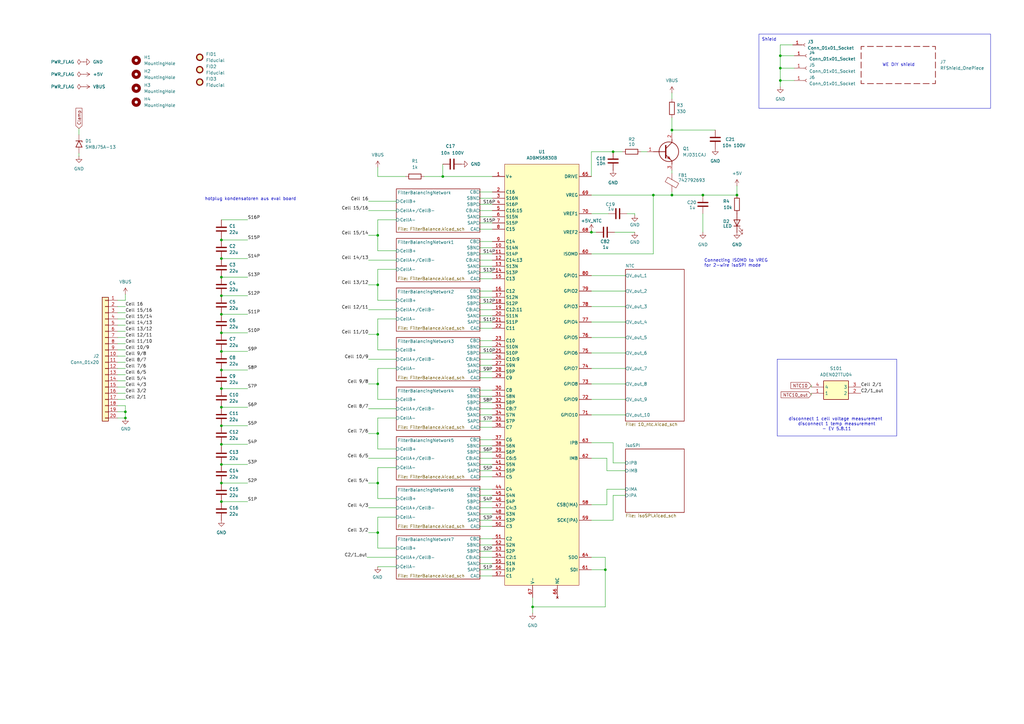
<source format=kicad_sch>
(kicad_sch
	(version 20231120)
	(generator "eeschema")
	(generator_version "8.0")
	(uuid "64eac9c4-e018-49db-b598-a7107a0db15b")
	(paper "A3")
	(lib_symbols
		(symbol "ADBMS6830B_lang:ADBMS6830B_Tall"
			(exclude_from_sim no)
			(in_bom yes)
			(on_board yes)
			(property "Reference" "U"
				(at 0 1.27 0)
				(effects
					(font
						(size 1.27 1.27)
					)
				)
			)
			(property "Value" "ADBMS6830B"
				(at 0 -1.27 0)
				(effects
					(font
						(size 1.27 1.27)
					)
				)
			)
			(property "Footprint" "ADBMS6830:QFP-80_12x12_Pitch0.5mm"
				(at -48.26 53.34 0)
				(effects
					(font
						(size 1.27 1.27)
					)
					(hide yes)
				)
			)
			(property "Datasheet" "~/ADBMS6830B_ADI.pdf"
				(at -48.26 53.34 0)
				(effects
					(font
						(size 1.27 1.27)
					)
					(hide yes)
				)
			)
			(property "Description" ""
				(at 0 0 0)
				(effects
					(font
						(size 1.27 1.27)
					)
					(hide yes)
				)
			)
			(symbol "ADBMS6830B_Tall_1_0"
				(pin input line
					(at -20.32 46.99 0)
					(length 5)
					(name "C14:13"
						(effects
							(font
								(size 1.27 1.27)
							)
						)
					)
					(number "12"
						(effects
							(font
								(size 1.27 1.27)
							)
						)
					)
				)
				(pin input line
					(at -20.32 6.35 0)
					(length 5)
					(name "C10:9"
						(effects
							(font
								(size 1.27 1.27)
							)
						)
					)
					(number "26"
						(effects
							(font
								(size 1.27 1.27)
							)
						)
					)
				)
				(pin input line
					(at -20.32 -13.97 0)
					(length 5)
					(name "C8:7"
						(effects
							(font
								(size 1.27 1.27)
							)
						)
					)
					(number "33"
						(effects
							(font
								(size 1.27 1.27)
							)
						)
					)
				)
				(pin input line
					(at -20.32 -34.29 0)
					(length 5)
					(name "C6:5"
						(effects
							(font
								(size 1.27 1.27)
							)
						)
					)
					(number "40"
						(effects
							(font
								(size 1.27 1.27)
							)
						)
					)
				)
				(pin input line
					(at -20.32 -54.61 0)
					(length 5)
					(name "C4:3"
						(effects
							(font
								(size 1.27 1.27)
							)
						)
					)
					(number "47"
						(effects
							(font
								(size 1.27 1.27)
							)
						)
					)
				)
				(pin input line
					(at -20.32 -74.93 0)
					(length 5)
					(name "C2:1"
						(effects
							(font
								(size 1.27 1.27)
							)
						)
					)
					(number "54"
						(effects
							(font
								(size 1.27 1.27)
							)
						)
					)
				)
				(pin no_connect line
					(at 6.35 -91.44 90)
					(length 5)
					(name "NC"
						(effects
							(font
								(size 1.27 1.27)
							)
						)
					)
					(number "66"
						(effects
							(font
								(size 1.27 1.27)
							)
						)
					)
				)
				(pin bidirectional line
					(at 20.32 -16.51 180)
					(length 5)
					(name "GPIO10"
						(effects
							(font
								(size 1.27 1.27)
							)
						)
					)
					(number "71"
						(effects
							(font
								(size 1.27 1.27)
							)
						)
					)
				)
			)
			(symbol "ADBMS6830B_Tall_1_1"
				(rectangle
					(start -15.24 86.36)
					(end 15.24 -86.36)
					(stroke
						(width 0)
						(type default)
					)
					(fill
						(type background)
					)
				)
				(pin power_out line
					(at -20.32 81.28 0)
					(length 5)
					(name "V+"
						(effects
							(font
								(size 1.27 1.27)
							)
						)
					)
					(number "1"
						(effects
							(font
								(size 1.27 1.27)
							)
						)
					)
				)
				(pin input line
					(at -20.32 52.07 0)
					(length 5)
					(name "S14N"
						(effects
							(font
								(size 1.27 1.27)
							)
						)
					)
					(number "10"
						(effects
							(font
								(size 1.27 1.27)
							)
						)
					)
				)
				(pin input line
					(at -20.32 49.53 0)
					(length 5)
					(name "S14P"
						(effects
							(font
								(size 1.27 1.27)
							)
						)
					)
					(number "11"
						(effects
							(font
								(size 1.27 1.27)
							)
						)
					)
				)
				(pin input line
					(at -20.32 44.45 0)
					(length 5)
					(name "S13N"
						(effects
							(font
								(size 1.27 1.27)
							)
						)
					)
					(number "13"
						(effects
							(font
								(size 1.27 1.27)
							)
						)
					)
				)
				(pin input line
					(at -20.32 41.91 0)
					(length 5)
					(name "S13P"
						(effects
							(font
								(size 1.27 1.27)
							)
						)
					)
					(number "14"
						(effects
							(font
								(size 1.27 1.27)
							)
						)
					)
				)
				(pin input line
					(at -20.32 39.37 0)
					(length 5)
					(name "C13"
						(effects
							(font
								(size 1.27 1.27)
							)
						)
					)
					(number "15"
						(effects
							(font
								(size 1.27 1.27)
							)
						)
					)
				)
				(pin input line
					(at -20.32 34.29 0)
					(length 5)
					(name "C12"
						(effects
							(font
								(size 1.27 1.27)
							)
						)
					)
					(number "16"
						(effects
							(font
								(size 1.27 1.27)
							)
						)
					)
				)
				(pin input line
					(at -20.32 31.75 0)
					(length 5)
					(name "S12N"
						(effects
							(font
								(size 1.27 1.27)
							)
						)
					)
					(number "17"
						(effects
							(font
								(size 1.27 1.27)
							)
						)
					)
				)
				(pin input line
					(at -20.32 29.21 0)
					(length 5)
					(name "S12P"
						(effects
							(font
								(size 1.27 1.27)
							)
						)
					)
					(number "18"
						(effects
							(font
								(size 1.27 1.27)
							)
						)
					)
				)
				(pin input line
					(at -20.32 26.67 0)
					(length 5)
					(name "C12:11"
						(effects
							(font
								(size 1.27 1.27)
							)
						)
					)
					(number "19"
						(effects
							(font
								(size 1.27 1.27)
							)
						)
					)
				)
				(pin input line
					(at -20.32 74.93 0)
					(length 5)
					(name "C16"
						(effects
							(font
								(size 1.27 1.27)
							)
						)
					)
					(number "2"
						(effects
							(font
								(size 1.27 1.27)
							)
						)
					)
				)
				(pin input line
					(at -20.32 24.13 0)
					(length 5)
					(name "S11N"
						(effects
							(font
								(size 1.27 1.27)
							)
						)
					)
					(number "20"
						(effects
							(font
								(size 1.27 1.27)
							)
						)
					)
				)
				(pin input line
					(at -20.32 21.59 0)
					(length 5)
					(name "S11P"
						(effects
							(font
								(size 1.27 1.27)
							)
						)
					)
					(number "21"
						(effects
							(font
								(size 1.27 1.27)
							)
						)
					)
				)
				(pin input line
					(at -20.32 19.05 0)
					(length 5)
					(name "C11"
						(effects
							(font
								(size 1.27 1.27)
							)
						)
					)
					(number "22"
						(effects
							(font
								(size 1.27 1.27)
							)
						)
					)
				)
				(pin input line
					(at -20.32 13.97 0)
					(length 5)
					(name "C10"
						(effects
							(font
								(size 1.27 1.27)
							)
						)
					)
					(number "23"
						(effects
							(font
								(size 1.27 1.27)
							)
						)
					)
				)
				(pin input line
					(at -20.32 11.43 0)
					(length 5)
					(name "S10N"
						(effects
							(font
								(size 1.27 1.27)
							)
						)
					)
					(number "24"
						(effects
							(font
								(size 1.27 1.27)
							)
						)
					)
				)
				(pin input line
					(at -20.32 8.89 0)
					(length 5)
					(name "S10P"
						(effects
							(font
								(size 1.27 1.27)
							)
						)
					)
					(number "25"
						(effects
							(font
								(size 1.27 1.27)
							)
						)
					)
				)
				(pin input line
					(at -20.32 3.81 0)
					(length 5)
					(name "S9N"
						(effects
							(font
								(size 1.27 1.27)
							)
						)
					)
					(number "27"
						(effects
							(font
								(size 1.27 1.27)
							)
						)
					)
				)
				(pin input line
					(at -20.32 1.27 0)
					(length 5)
					(name "S9P"
						(effects
							(font
								(size 1.27 1.27)
							)
						)
					)
					(number "28"
						(effects
							(font
								(size 1.27 1.27)
							)
						)
					)
				)
				(pin input line
					(at -20.32 -1.27 0)
					(length 5)
					(name "C9"
						(effects
							(font
								(size 1.27 1.27)
							)
						)
					)
					(number "29"
						(effects
							(font
								(size 1.27 1.27)
							)
						)
					)
				)
				(pin input line
					(at -20.32 72.39 0)
					(length 5)
					(name "S16N"
						(effects
							(font
								(size 1.27 1.27)
							)
						)
					)
					(number "3"
						(effects
							(font
								(size 1.27 1.27)
							)
						)
					)
				)
				(pin input line
					(at -20.32 -6.35 0)
					(length 5)
					(name "C8"
						(effects
							(font
								(size 1.27 1.27)
							)
						)
					)
					(number "30"
						(effects
							(font
								(size 1.27 1.27)
							)
						)
					)
				)
				(pin input line
					(at -20.32 -8.89 0)
					(length 5)
					(name "S8N"
						(effects
							(font
								(size 1.27 1.27)
							)
						)
					)
					(number "31"
						(effects
							(font
								(size 1.27 1.27)
							)
						)
					)
				)
				(pin input line
					(at -20.32 -11.43 0)
					(length 5)
					(name "S8P"
						(effects
							(font
								(size 1.27 1.27)
							)
						)
					)
					(number "32"
						(effects
							(font
								(size 1.27 1.27)
							)
						)
					)
				)
				(pin input line
					(at -20.32 -16.51 0)
					(length 5)
					(name "S7N"
						(effects
							(font
								(size 1.27 1.27)
							)
						)
					)
					(number "34"
						(effects
							(font
								(size 1.27 1.27)
							)
						)
					)
				)
				(pin input line
					(at -20.32 -19.05 0)
					(length 5)
					(name "S7P"
						(effects
							(font
								(size 1.27 1.27)
							)
						)
					)
					(number "35"
						(effects
							(font
								(size 1.27 1.27)
							)
						)
					)
				)
				(pin input line
					(at -20.32 -21.59 0)
					(length 5)
					(name "C7"
						(effects
							(font
								(size 1.27 1.27)
							)
						)
					)
					(number "36"
						(effects
							(font
								(size 1.27 1.27)
							)
						)
					)
				)
				(pin input line
					(at -20.32 -26.67 0)
					(length 5)
					(name "C6"
						(effects
							(font
								(size 1.27 1.27)
							)
						)
					)
					(number "37"
						(effects
							(font
								(size 1.27 1.27)
							)
						)
					)
				)
				(pin input line
					(at -20.32 -29.21 0)
					(length 5)
					(name "S6N"
						(effects
							(font
								(size 1.27 1.27)
							)
						)
					)
					(number "38"
						(effects
							(font
								(size 1.27 1.27)
							)
						)
					)
				)
				(pin input line
					(at -20.32 -31.75 0)
					(length 5)
					(name "S6P"
						(effects
							(font
								(size 1.27 1.27)
							)
						)
					)
					(number "39"
						(effects
							(font
								(size 1.27 1.27)
							)
						)
					)
				)
				(pin input line
					(at -20.32 69.85 0)
					(length 5)
					(name "S16P"
						(effects
							(font
								(size 1.27 1.27)
							)
						)
					)
					(number "4"
						(effects
							(font
								(size 1.27 1.27)
							)
						)
					)
				)
				(pin input line
					(at -20.32 -36.83 0)
					(length 5)
					(name "S5N"
						(effects
							(font
								(size 1.27 1.27)
							)
						)
					)
					(number "41"
						(effects
							(font
								(size 1.27 1.27)
							)
						)
					)
				)
				(pin input line
					(at -20.32 -39.37 0)
					(length 5)
					(name "S5P"
						(effects
							(font
								(size 1.27 1.27)
							)
						)
					)
					(number "42"
						(effects
							(font
								(size 1.27 1.27)
							)
						)
					)
				)
				(pin input line
					(at -20.32 -41.91 0)
					(length 5)
					(name "C5"
						(effects
							(font
								(size 1.27 1.27)
							)
						)
					)
					(number "43"
						(effects
							(font
								(size 1.27 1.27)
							)
						)
					)
				)
				(pin input line
					(at -20.32 -46.99 0)
					(length 5)
					(name "C4"
						(effects
							(font
								(size 1.27 1.27)
							)
						)
					)
					(number "44"
						(effects
							(font
								(size 1.27 1.27)
							)
						)
					)
				)
				(pin input line
					(at -20.32 -49.53 0)
					(length 5)
					(name "S4N"
						(effects
							(font
								(size 1.27 1.27)
							)
						)
					)
					(number "45"
						(effects
							(font
								(size 1.27 1.27)
							)
						)
					)
				)
				(pin input line
					(at -20.32 -52.07 0)
					(length 5)
					(name "S4P"
						(effects
							(font
								(size 1.27 1.27)
							)
						)
					)
					(number "46"
						(effects
							(font
								(size 1.27 1.27)
							)
						)
					)
				)
				(pin input line
					(at -20.32 -57.15 0)
					(length 5)
					(name "S3N"
						(effects
							(font
								(size 1.27 1.27)
							)
						)
					)
					(number "48"
						(effects
							(font
								(size 1.27 1.27)
							)
						)
					)
				)
				(pin input line
					(at -20.32 -59.69 0)
					(length 5)
					(name "S3P"
						(effects
							(font
								(size 1.27 1.27)
							)
						)
					)
					(number "49"
						(effects
							(font
								(size 1.27 1.27)
							)
						)
					)
				)
				(pin input line
					(at -20.32 67.31 0)
					(length 5)
					(name "C16:15"
						(effects
							(font
								(size 1.27 1.27)
							)
						)
					)
					(number "5"
						(effects
							(font
								(size 1.27 1.27)
							)
						)
					)
				)
				(pin input line
					(at -20.32 -62.23 0)
					(length 5)
					(name "C3"
						(effects
							(font
								(size 1.27 1.27)
							)
						)
					)
					(number "50"
						(effects
							(font
								(size 1.27 1.27)
							)
						)
					)
				)
				(pin input line
					(at -20.32 -67.31 0)
					(length 5)
					(name "C2"
						(effects
							(font
								(size 1.27 1.27)
							)
						)
					)
					(number "51"
						(effects
							(font
								(size 1.27 1.27)
							)
						)
					)
				)
				(pin input line
					(at -20.32 -69.85 0)
					(length 5)
					(name "S2N"
						(effects
							(font
								(size 1.27 1.27)
							)
						)
					)
					(number "52"
						(effects
							(font
								(size 1.27 1.27)
							)
						)
					)
				)
				(pin input line
					(at -20.32 -72.39 0)
					(length 5)
					(name "S2P"
						(effects
							(font
								(size 1.27 1.27)
							)
						)
					)
					(number "53"
						(effects
							(font
								(size 1.27 1.27)
							)
						)
					)
				)
				(pin input line
					(at -20.32 -77.47 0)
					(length 5)
					(name "S1N"
						(effects
							(font
								(size 1.27 1.27)
							)
						)
					)
					(number "55"
						(effects
							(font
								(size 1.27 1.27)
							)
						)
					)
				)
				(pin input line
					(at -20.32 -80.01 0)
					(length 5)
					(name "S1P"
						(effects
							(font
								(size 1.27 1.27)
							)
						)
					)
					(number "56"
						(effects
							(font
								(size 1.27 1.27)
							)
						)
					)
				)
				(pin input line
					(at -20.32 -82.55 0)
					(length 5)
					(name "C1"
						(effects
							(font
								(size 1.27 1.27)
							)
						)
					)
					(number "57"
						(effects
							(font
								(size 1.27 1.27)
							)
						)
					)
				)
				(pin bidirectional line
					(at 20.32 -53.34 180)
					(length 5)
					(name "CSB(IMA)"
						(effects
							(font
								(size 1.27 1.27)
							)
						)
					)
					(number "58"
						(effects
							(font
								(size 1.27 1.27)
							)
						)
					)
				)
				(pin bidirectional line
					(at 20.32 -59.69 180)
					(length 5)
					(name "SCK(IPA)"
						(effects
							(font
								(size 1.27 1.27)
							)
						)
					)
					(number "59"
						(effects
							(font
								(size 1.27 1.27)
							)
						)
					)
				)
				(pin input line
					(at -20.32 64.77 0)
					(length 5)
					(name "S15N"
						(effects
							(font
								(size 1.27 1.27)
							)
						)
					)
					(number "6"
						(effects
							(font
								(size 1.27 1.27)
							)
						)
					)
				)
				(pin bidirectional line
					(at 20.32 49.53 180)
					(length 5)
					(name "ISOMD"
						(effects
							(font
								(size 1.27 1.27)
							)
						)
					)
					(number "60"
						(effects
							(font
								(size 1.27 1.27)
							)
						)
					)
				)
				(pin bidirectional line
					(at 20.32 -80.01 180)
					(length 5)
					(name "SDI"
						(effects
							(font
								(size 1.27 1.27)
							)
						)
					)
					(number "61"
						(effects
							(font
								(size 1.27 1.27)
							)
						)
					)
				)
				(pin bidirectional line
					(at 20.32 -34.29 180)
					(length 5)
					(name "IMB"
						(effects
							(font
								(size 1.27 1.27)
							)
						)
					)
					(number "62"
						(effects
							(font
								(size 1.27 1.27)
							)
						)
					)
				)
				(pin bidirectional line
					(at 20.32 -27.94 180)
					(length 5)
					(name "IPB"
						(effects
							(font
								(size 1.27 1.27)
							)
						)
					)
					(number "63"
						(effects
							(font
								(size 1.27 1.27)
							)
						)
					)
				)
				(pin bidirectional line
					(at 20.32 -74.93 180)
					(length 5)
					(name "SDO"
						(effects
							(font
								(size 1.27 1.27)
							)
						)
					)
					(number "64"
						(effects
							(font
								(size 1.27 1.27)
							)
						)
					)
				)
				(pin bidirectional line
					(at 20.32 81.28 180)
					(length 5)
					(name "DRIVE"
						(effects
							(font
								(size 1.27 1.27)
							)
						)
					)
					(number "65"
						(effects
							(font
								(size 1.27 1.27)
							)
						)
					)
				)
				(pin input line
					(at -3.81 -91.44 90)
					(length 5)
					(name "V-"
						(effects
							(font
								(size 1.27 1.27)
							)
						)
					)
					(number "67"
						(effects
							(font
								(size 1.27 1.27)
							)
						)
					)
				)
				(pin power_out line
					(at 20.32 58.42 180)
					(length 5)
					(name "VREF2"
						(effects
							(font
								(size 1.27 1.27)
							)
						)
					)
					(number "68"
						(effects
							(font
								(size 1.27 1.27)
							)
						)
					)
				)
				(pin input line
					(at 20.32 73.66 180)
					(length 5)
					(name "VREG"
						(effects
							(font
								(size 1.27 1.27)
							)
						)
					)
					(number "69"
						(effects
							(font
								(size 1.27 1.27)
							)
						)
					)
				)
				(pin input line
					(at -20.32 62.23 0)
					(length 5)
					(name "S15P"
						(effects
							(font
								(size 1.27 1.27)
							)
						)
					)
					(number "7"
						(effects
							(font
								(size 1.27 1.27)
							)
						)
					)
				)
				(pin power_out line
					(at 20.32 66.04 180)
					(length 5)
					(name "VREF1"
						(effects
							(font
								(size 1.27 1.27)
							)
						)
					)
					(number "70"
						(effects
							(font
								(size 1.27 1.27)
							)
						)
					)
				)
				(pin bidirectional line
					(at 20.32 -10.16 180)
					(length 5)
					(name "GPIO9"
						(effects
							(font
								(size 1.27 1.27)
							)
						)
					)
					(number "72"
						(effects
							(font
								(size 1.27 1.27)
							)
						)
					)
				)
				(pin bidirectional line
					(at 20.32 -3.81 180)
					(length 5)
					(name "GPIO8"
						(effects
							(font
								(size 1.27 1.27)
							)
						)
					)
					(number "73"
						(effects
							(font
								(size 1.27 1.27)
							)
						)
					)
				)
				(pin bidirectional line
					(at 20.32 2.54 180)
					(length 5)
					(name "GPIO7"
						(effects
							(font
								(size 1.27 1.27)
							)
						)
					)
					(number "74"
						(effects
							(font
								(size 1.27 1.27)
							)
						)
					)
				)
				(pin bidirectional line
					(at 20.32 8.89 180)
					(length 5)
					(name "GPIO6"
						(effects
							(font
								(size 1.27 1.27)
							)
						)
					)
					(number "75"
						(effects
							(font
								(size 1.27 1.27)
							)
						)
					)
				)
				(pin bidirectional line
					(at 20.32 15.24 180)
					(length 5)
					(name "GPIO5"
						(effects
							(font
								(size 1.27 1.27)
							)
						)
					)
					(number "76"
						(effects
							(font
								(size 1.27 1.27)
							)
						)
					)
				)
				(pin bidirectional line
					(at 20.32 21.59 180)
					(length 5)
					(name "GPIO4"
						(effects
							(font
								(size 1.27 1.27)
							)
						)
					)
					(number "77"
						(effects
							(font
								(size 1.27 1.27)
							)
						)
					)
				)
				(pin bidirectional line
					(at 20.32 27.94 180)
					(length 5)
					(name "GPIO3"
						(effects
							(font
								(size 1.27 1.27)
							)
						)
					)
					(number "78"
						(effects
							(font
								(size 1.27 1.27)
							)
						)
					)
				)
				(pin bidirectional line
					(at 20.32 34.29 180)
					(length 5)
					(name "GPIO2"
						(effects
							(font
								(size 1.27 1.27)
							)
						)
					)
					(number "79"
						(effects
							(font
								(size 1.27 1.27)
							)
						)
					)
				)
				(pin input line
					(at -20.32 59.69 0)
					(length 5)
					(name "C15"
						(effects
							(font
								(size 1.27 1.27)
							)
						)
					)
					(number "8"
						(effects
							(font
								(size 1.27 1.27)
							)
						)
					)
				)
				(pin bidirectional line
					(at 20.32 40.64 180)
					(length 5)
					(name "GPIO1"
						(effects
							(font
								(size 1.27 1.27)
							)
						)
					)
					(number "80"
						(effects
							(font
								(size 1.27 1.27)
							)
						)
					)
				)
				(pin input line
					(at -20.32 54.61 0)
					(length 5)
					(name "C14"
						(effects
							(font
								(size 1.27 1.27)
							)
						)
					)
					(number "9"
						(effects
							(font
								(size 1.27 1.27)
							)
						)
					)
				)
			)
		)
		(symbol "ADEN02TTU04:ADEN02TTU04"
			(exclude_from_sim no)
			(in_bom yes)
			(on_board yes)
			(property "Reference" "S"
				(at 16.51 7.62 0)
				(effects
					(font
						(size 1.27 1.27)
					)
					(justify left top)
				)
			)
			(property "Value" "ADEN02TTU04"
				(at 16.51 5.08 0)
				(effects
					(font
						(size 1.27 1.27)
					)
					(justify left top)
				)
			)
			(property "Footprint" "ADEN02TTU04"
				(at 16.51 -94.92 0)
				(effects
					(font
						(size 1.27 1.27)
					)
					(justify left top)
					(hide yes)
				)
			)
			(property "Datasheet" "https://www.te.com/commerce/DocumentDelivery/DDEController?Action=srchrtrv&DocNm=2454982&DocType=Customer%20Drawing&DocLang=English&DocFormat=pdf&PartCntxt=2454982-1"
				(at 16.51 -194.92 0)
				(effects
					(font
						(size 1.27 1.27)
					)
					(justify left top)
					(hide yes)
				)
			)
			(property "Description" "DIP Switch, Gold Flash Contact Plating, Black, PA9T, 2 Switch, -40  85 C, Extended Actuator, 24 A Contact Rating, Alcoswitch DIP ADE"
				(at 0 0 0)
				(effects
					(font
						(size 1.27 1.27)
					)
					(hide yes)
				)
			)
			(property "Height" "4.51"
				(at 16.51 -394.92 0)
				(effects
					(font
						(size 1.27 1.27)
					)
					(justify left top)
					(hide yes)
				)
			)
			(property "Manufacturer_Name" "TE Connectivity"
				(at 16.51 -494.92 0)
				(effects
					(font
						(size 1.27 1.27)
					)
					(justify left top)
					(hide yes)
				)
			)
			(property "Manufacturer_Part_Number" "ADEN02TTU04"
				(at 16.51 -594.92 0)
				(effects
					(font
						(size 1.27 1.27)
					)
					(justify left top)
					(hide yes)
				)
			)
			(property "Mouser Part Number" "655-ADEN02TTU04"
				(at 16.51 -694.92 0)
				(effects
					(font
						(size 1.27 1.27)
					)
					(justify left top)
					(hide yes)
				)
			)
			(property "Mouser Price/Stock" "https://www.mouser.co.uk/ProductDetail/TE-Connectivity-Alcoswitch/ADEN02TTU04?qs=1Kr7Jg1SGW8ZWHKgHyLd6w%3D%3D"
				(at 16.51 -794.92 0)
				(effects
					(font
						(size 1.27 1.27)
					)
					(justify left top)
					(hide yes)
				)
			)
			(property "Arrow Part Number" ""
				(at 16.51 -894.92 0)
				(effects
					(font
						(size 1.27 1.27)
					)
					(justify left top)
					(hide yes)
				)
			)
			(property "Arrow Price/Stock" ""
				(at 16.51 -994.92 0)
				(effects
					(font
						(size 1.27 1.27)
					)
					(justify left top)
					(hide yes)
				)
			)
			(symbol "ADEN02TTU04_1_1"
				(rectangle
					(start 5.08 2.54)
					(end 15.24 -5.08)
					(stroke
						(width 0.254)
						(type default)
					)
					(fill
						(type background)
					)
				)
				(pin passive line
					(at 0 -2.54 0)
					(length 5.08)
					(name "1"
						(effects
							(font
								(size 1.27 1.27)
							)
						)
					)
					(number "1"
						(effects
							(font
								(size 1.27 1.27)
							)
						)
					)
				)
				(pin passive line
					(at 20.32 -2.54 180)
					(length 5.08)
					(name "2"
						(effects
							(font
								(size 1.27 1.27)
							)
						)
					)
					(number "2"
						(effects
							(font
								(size 1.27 1.27)
							)
						)
					)
				)
				(pin passive line
					(at 20.32 0 180)
					(length 5.08)
					(name "3"
						(effects
							(font
								(size 1.27 1.27)
							)
						)
					)
					(number "3"
						(effects
							(font
								(size 1.27 1.27)
							)
						)
					)
				)
				(pin passive line
					(at 0 0 0)
					(length 5.08)
					(name "4"
						(effects
							(font
								(size 1.27 1.27)
							)
						)
					)
					(number "4"
						(effects
							(font
								(size 1.27 1.27)
							)
						)
					)
				)
			)
		)
		(symbol "Connector:Conn_01x01_Socket"
			(pin_names
				(offset 1.016) hide)
			(exclude_from_sim no)
			(in_bom yes)
			(on_board yes)
			(property "Reference" "J"
				(at 0 2.54 0)
				(effects
					(font
						(size 1.27 1.27)
					)
				)
			)
			(property "Value" "Conn_01x01_Socket"
				(at 0 -2.54 0)
				(effects
					(font
						(size 1.27 1.27)
					)
				)
			)
			(property "Footprint" ""
				(at 0 0 0)
				(effects
					(font
						(size 1.27 1.27)
					)
					(hide yes)
				)
			)
			(property "Datasheet" "~"
				(at 0 0 0)
				(effects
					(font
						(size 1.27 1.27)
					)
					(hide yes)
				)
			)
			(property "Description" "Generic connector, single row, 01x01, script generated"
				(at 0 0 0)
				(effects
					(font
						(size 1.27 1.27)
					)
					(hide yes)
				)
			)
			(property "ki_locked" ""
				(at 0 0 0)
				(effects
					(font
						(size 1.27 1.27)
					)
				)
			)
			(property "ki_keywords" "connector"
				(at 0 0 0)
				(effects
					(font
						(size 1.27 1.27)
					)
					(hide yes)
				)
			)
			(property "ki_fp_filters" "Connector*:*_1x??_*"
				(at 0 0 0)
				(effects
					(font
						(size 1.27 1.27)
					)
					(hide yes)
				)
			)
			(symbol "Conn_01x01_Socket_1_1"
				(polyline
					(pts
						(xy -1.27 0) (xy -0.508 0)
					)
					(stroke
						(width 0.1524)
						(type default)
					)
					(fill
						(type none)
					)
				)
				(arc
					(start 0 0.508)
					(mid -0.5058 0)
					(end 0 -0.508)
					(stroke
						(width 0.1524)
						(type default)
					)
					(fill
						(type none)
					)
				)
				(pin passive line
					(at -5.08 0 0)
					(length 3.81)
					(name "Pin_1"
						(effects
							(font
								(size 1.27 1.27)
							)
						)
					)
					(number "1"
						(effects
							(font
								(size 1.27 1.27)
							)
						)
					)
				)
			)
		)
		(symbol "Connector_Generic:Conn_01x20"
			(pin_names
				(offset 1.016) hide)
			(exclude_from_sim no)
			(in_bom yes)
			(on_board yes)
			(property "Reference" "J"
				(at 0 25.4 0)
				(effects
					(font
						(size 1.27 1.27)
					)
				)
			)
			(property "Value" "Conn_01x20"
				(at 0 -27.94 0)
				(effects
					(font
						(size 1.27 1.27)
					)
				)
			)
			(property "Footprint" ""
				(at 0 0 0)
				(effects
					(font
						(size 1.27 1.27)
					)
					(hide yes)
				)
			)
			(property "Datasheet" "~"
				(at 0 0 0)
				(effects
					(font
						(size 1.27 1.27)
					)
					(hide yes)
				)
			)
			(property "Description" "Generic connector, single row, 01x20, script generated (kicad-library-utils/schlib/autogen/connector/)"
				(at 0 0 0)
				(effects
					(font
						(size 1.27 1.27)
					)
					(hide yes)
				)
			)
			(property "ki_keywords" "connector"
				(at 0 0 0)
				(effects
					(font
						(size 1.27 1.27)
					)
					(hide yes)
				)
			)
			(property "ki_fp_filters" "Connector*:*_1x??_*"
				(at 0 0 0)
				(effects
					(font
						(size 1.27 1.27)
					)
					(hide yes)
				)
			)
			(symbol "Conn_01x20_1_1"
				(rectangle
					(start -1.27 -25.273)
					(end 0 -25.527)
					(stroke
						(width 0.1524)
						(type default)
					)
					(fill
						(type none)
					)
				)
				(rectangle
					(start -1.27 -22.733)
					(end 0 -22.987)
					(stroke
						(width 0.1524)
						(type default)
					)
					(fill
						(type none)
					)
				)
				(rectangle
					(start -1.27 -20.193)
					(end 0 -20.447)
					(stroke
						(width 0.1524)
						(type default)
					)
					(fill
						(type none)
					)
				)
				(rectangle
					(start -1.27 -17.653)
					(end 0 -17.907)
					(stroke
						(width 0.1524)
						(type default)
					)
					(fill
						(type none)
					)
				)
				(rectangle
					(start -1.27 -15.113)
					(end 0 -15.367)
					(stroke
						(width 0.1524)
						(type default)
					)
					(fill
						(type none)
					)
				)
				(rectangle
					(start -1.27 -12.573)
					(end 0 -12.827)
					(stroke
						(width 0.1524)
						(type default)
					)
					(fill
						(type none)
					)
				)
				(rectangle
					(start -1.27 -10.033)
					(end 0 -10.287)
					(stroke
						(width 0.1524)
						(type default)
					)
					(fill
						(type none)
					)
				)
				(rectangle
					(start -1.27 -7.493)
					(end 0 -7.747)
					(stroke
						(width 0.1524)
						(type default)
					)
					(fill
						(type none)
					)
				)
				(rectangle
					(start -1.27 -4.953)
					(end 0 -5.207)
					(stroke
						(width 0.1524)
						(type default)
					)
					(fill
						(type none)
					)
				)
				(rectangle
					(start -1.27 -2.413)
					(end 0 -2.667)
					(stroke
						(width 0.1524)
						(type default)
					)
					(fill
						(type none)
					)
				)
				(rectangle
					(start -1.27 0.127)
					(end 0 -0.127)
					(stroke
						(width 0.1524)
						(type default)
					)
					(fill
						(type none)
					)
				)
				(rectangle
					(start -1.27 2.667)
					(end 0 2.413)
					(stroke
						(width 0.1524)
						(type default)
					)
					(fill
						(type none)
					)
				)
				(rectangle
					(start -1.27 5.207)
					(end 0 4.953)
					(stroke
						(width 0.1524)
						(type default)
					)
					(fill
						(type none)
					)
				)
				(rectangle
					(start -1.27 7.747)
					(end 0 7.493)
					(stroke
						(width 0.1524)
						(type default)
					)
					(fill
						(type none)
					)
				)
				(rectangle
					(start -1.27 10.287)
					(end 0 10.033)
					(stroke
						(width 0.1524)
						(type default)
					)
					(fill
						(type none)
					)
				)
				(rectangle
					(start -1.27 12.827)
					(end 0 12.573)
					(stroke
						(width 0.1524)
						(type default)
					)
					(fill
						(type none)
					)
				)
				(rectangle
					(start -1.27 15.367)
					(end 0 15.113)
					(stroke
						(width 0.1524)
						(type default)
					)
					(fill
						(type none)
					)
				)
				(rectangle
					(start -1.27 17.907)
					(end 0 17.653)
					(stroke
						(width 0.1524)
						(type default)
					)
					(fill
						(type none)
					)
				)
				(rectangle
					(start -1.27 20.447)
					(end 0 20.193)
					(stroke
						(width 0.1524)
						(type default)
					)
					(fill
						(type none)
					)
				)
				(rectangle
					(start -1.27 22.987)
					(end 0 22.733)
					(stroke
						(width 0.1524)
						(type default)
					)
					(fill
						(type none)
					)
				)
				(rectangle
					(start -1.27 24.13)
					(end 1.27 -26.67)
					(stroke
						(width 0.254)
						(type default)
					)
					(fill
						(type background)
					)
				)
				(pin passive line
					(at -5.08 22.86 0)
					(length 3.81)
					(name "Pin_1"
						(effects
							(font
								(size 1.27 1.27)
							)
						)
					)
					(number "1"
						(effects
							(font
								(size 1.27 1.27)
							)
						)
					)
				)
				(pin passive line
					(at -5.08 0 0)
					(length 3.81)
					(name "Pin_10"
						(effects
							(font
								(size 1.27 1.27)
							)
						)
					)
					(number "10"
						(effects
							(font
								(size 1.27 1.27)
							)
						)
					)
				)
				(pin passive line
					(at -5.08 -2.54 0)
					(length 3.81)
					(name "Pin_11"
						(effects
							(font
								(size 1.27 1.27)
							)
						)
					)
					(number "11"
						(effects
							(font
								(size 1.27 1.27)
							)
						)
					)
				)
				(pin passive line
					(at -5.08 -5.08 0)
					(length 3.81)
					(name "Pin_12"
						(effects
							(font
								(size 1.27 1.27)
							)
						)
					)
					(number "12"
						(effects
							(font
								(size 1.27 1.27)
							)
						)
					)
				)
				(pin passive line
					(at -5.08 -7.62 0)
					(length 3.81)
					(name "Pin_13"
						(effects
							(font
								(size 1.27 1.27)
							)
						)
					)
					(number "13"
						(effects
							(font
								(size 1.27 1.27)
							)
						)
					)
				)
				(pin passive line
					(at -5.08 -10.16 0)
					(length 3.81)
					(name "Pin_14"
						(effects
							(font
								(size 1.27 1.27)
							)
						)
					)
					(number "14"
						(effects
							(font
								(size 1.27 1.27)
							)
						)
					)
				)
				(pin passive line
					(at -5.08 -12.7 0)
					(length 3.81)
					(name "Pin_15"
						(effects
							(font
								(size 1.27 1.27)
							)
						)
					)
					(number "15"
						(effects
							(font
								(size 1.27 1.27)
							)
						)
					)
				)
				(pin passive line
					(at -5.08 -15.24 0)
					(length 3.81)
					(name "Pin_16"
						(effects
							(font
								(size 1.27 1.27)
							)
						)
					)
					(number "16"
						(effects
							(font
								(size 1.27 1.27)
							)
						)
					)
				)
				(pin passive line
					(at -5.08 -17.78 0)
					(length 3.81)
					(name "Pin_17"
						(effects
							(font
								(size 1.27 1.27)
							)
						)
					)
					(number "17"
						(effects
							(font
								(size 1.27 1.27)
							)
						)
					)
				)
				(pin passive line
					(at -5.08 -20.32 0)
					(length 3.81)
					(name "Pin_18"
						(effects
							(font
								(size 1.27 1.27)
							)
						)
					)
					(number "18"
						(effects
							(font
								(size 1.27 1.27)
							)
						)
					)
				)
				(pin passive line
					(at -5.08 -22.86 0)
					(length 3.81)
					(name "Pin_19"
						(effects
							(font
								(size 1.27 1.27)
							)
						)
					)
					(number "19"
						(effects
							(font
								(size 1.27 1.27)
							)
						)
					)
				)
				(pin passive line
					(at -5.08 20.32 0)
					(length 3.81)
					(name "Pin_2"
						(effects
							(font
								(size 1.27 1.27)
							)
						)
					)
					(number "2"
						(effects
							(font
								(size 1.27 1.27)
							)
						)
					)
				)
				(pin passive line
					(at -5.08 -25.4 0)
					(length 3.81)
					(name "Pin_20"
						(effects
							(font
								(size 1.27 1.27)
							)
						)
					)
					(number "20"
						(effects
							(font
								(size 1.27 1.27)
							)
						)
					)
				)
				(pin passive line
					(at -5.08 17.78 0)
					(length 3.81)
					(name "Pin_3"
						(effects
							(font
								(size 1.27 1.27)
							)
						)
					)
					(number "3"
						(effects
							(font
								(size 1.27 1.27)
							)
						)
					)
				)
				(pin passive line
					(at -5.08 15.24 0)
					(length 3.81)
					(name "Pin_4"
						(effects
							(font
								(size 1.27 1.27)
							)
						)
					)
					(number "4"
						(effects
							(font
								(size 1.27 1.27)
							)
						)
					)
				)
				(pin passive line
					(at -5.08 12.7 0)
					(length 3.81)
					(name "Pin_5"
						(effects
							(font
								(size 1.27 1.27)
							)
						)
					)
					(number "5"
						(effects
							(font
								(size 1.27 1.27)
							)
						)
					)
				)
				(pin passive line
					(at -5.08 10.16 0)
					(length 3.81)
					(name "Pin_6"
						(effects
							(font
								(size 1.27 1.27)
							)
						)
					)
					(number "6"
						(effects
							(font
								(size 1.27 1.27)
							)
						)
					)
				)
				(pin passive line
					(at -5.08 7.62 0)
					(length 3.81)
					(name "Pin_7"
						(effects
							(font
								(size 1.27 1.27)
							)
						)
					)
					(number "7"
						(effects
							(font
								(size 1.27 1.27)
							)
						)
					)
				)
				(pin passive line
					(at -5.08 5.08 0)
					(length 3.81)
					(name "Pin_8"
						(effects
							(font
								(size 1.27 1.27)
							)
						)
					)
					(number "8"
						(effects
							(font
								(size 1.27 1.27)
							)
						)
					)
				)
				(pin passive line
					(at -5.08 2.54 0)
					(length 3.81)
					(name "Pin_9"
						(effects
							(font
								(size 1.27 1.27)
							)
						)
					)
					(number "9"
						(effects
							(font
								(size 1.27 1.27)
							)
						)
					)
				)
			)
		)
		(symbol "Device:C"
			(pin_numbers hide)
			(pin_names
				(offset 0.254)
			)
			(exclude_from_sim no)
			(in_bom yes)
			(on_board yes)
			(property "Reference" "C"
				(at 0.635 2.54 0)
				(effects
					(font
						(size 1.27 1.27)
					)
					(justify left)
				)
			)
			(property "Value" "C"
				(at 0.635 -2.54 0)
				(effects
					(font
						(size 1.27 1.27)
					)
					(justify left)
				)
			)
			(property "Footprint" ""
				(at 0.9652 -3.81 0)
				(effects
					(font
						(size 1.27 1.27)
					)
					(hide yes)
				)
			)
			(property "Datasheet" "~"
				(at 0 0 0)
				(effects
					(font
						(size 1.27 1.27)
					)
					(hide yes)
				)
			)
			(property "Description" "Unpolarized capacitor"
				(at 0 0 0)
				(effects
					(font
						(size 1.27 1.27)
					)
					(hide yes)
				)
			)
			(property "ki_keywords" "cap capacitor"
				(at 0 0 0)
				(effects
					(font
						(size 1.27 1.27)
					)
					(hide yes)
				)
			)
			(property "ki_fp_filters" "C_*"
				(at 0 0 0)
				(effects
					(font
						(size 1.27 1.27)
					)
					(hide yes)
				)
			)
			(symbol "C_0_1"
				(polyline
					(pts
						(xy -2.032 -0.762) (xy 2.032 -0.762)
					)
					(stroke
						(width 0.508)
						(type default)
					)
					(fill
						(type none)
					)
				)
				(polyline
					(pts
						(xy -2.032 0.762) (xy 2.032 0.762)
					)
					(stroke
						(width 0.508)
						(type default)
					)
					(fill
						(type none)
					)
				)
			)
			(symbol "C_1_1"
				(pin passive line
					(at 0 3.81 270)
					(length 2.794)
					(name "~"
						(effects
							(font
								(size 1.27 1.27)
							)
						)
					)
					(number "1"
						(effects
							(font
								(size 1.27 1.27)
							)
						)
					)
				)
				(pin passive line
					(at 0 -3.81 90)
					(length 2.794)
					(name "~"
						(effects
							(font
								(size 1.27 1.27)
							)
						)
					)
					(number "2"
						(effects
							(font
								(size 1.27 1.27)
							)
						)
					)
				)
			)
		)
		(symbol "Device:FerriteBead"
			(pin_numbers hide)
			(pin_names
				(offset 0)
			)
			(exclude_from_sim no)
			(in_bom yes)
			(on_board yes)
			(property "Reference" "FB"
				(at -3.81 0.635 90)
				(effects
					(font
						(size 1.27 1.27)
					)
				)
			)
			(property "Value" "FerriteBead"
				(at 3.81 0 90)
				(effects
					(font
						(size 1.27 1.27)
					)
				)
			)
			(property "Footprint" ""
				(at -1.778 0 90)
				(effects
					(font
						(size 1.27 1.27)
					)
					(hide yes)
				)
			)
			(property "Datasheet" "~"
				(at 0 0 0)
				(effects
					(font
						(size 1.27 1.27)
					)
					(hide yes)
				)
			)
			(property "Description" "Ferrite bead"
				(at 0 0 0)
				(effects
					(font
						(size 1.27 1.27)
					)
					(hide yes)
				)
			)
			(property "ki_keywords" "L ferrite bead inductor filter"
				(at 0 0 0)
				(effects
					(font
						(size 1.27 1.27)
					)
					(hide yes)
				)
			)
			(property "ki_fp_filters" "Inductor_* L_* *Ferrite*"
				(at 0 0 0)
				(effects
					(font
						(size 1.27 1.27)
					)
					(hide yes)
				)
			)
			(symbol "FerriteBead_0_1"
				(polyline
					(pts
						(xy 0 -1.27) (xy 0 -1.2192)
					)
					(stroke
						(width 0)
						(type default)
					)
					(fill
						(type none)
					)
				)
				(polyline
					(pts
						(xy 0 1.27) (xy 0 1.2954)
					)
					(stroke
						(width 0)
						(type default)
					)
					(fill
						(type none)
					)
				)
				(polyline
					(pts
						(xy -2.7686 0.4064) (xy -1.7018 2.2606) (xy 2.7686 -0.3048) (xy 1.6764 -2.159) (xy -2.7686 0.4064)
					)
					(stroke
						(width 0)
						(type default)
					)
					(fill
						(type none)
					)
				)
			)
			(symbol "FerriteBead_1_1"
				(pin passive line
					(at 0 3.81 270)
					(length 2.54)
					(name "~"
						(effects
							(font
								(size 1.27 1.27)
							)
						)
					)
					(number "1"
						(effects
							(font
								(size 1.27 1.27)
							)
						)
					)
				)
				(pin passive line
					(at 0 -3.81 90)
					(length 2.54)
					(name "~"
						(effects
							(font
								(size 1.27 1.27)
							)
						)
					)
					(number "2"
						(effects
							(font
								(size 1.27 1.27)
							)
						)
					)
				)
			)
		)
		(symbol "Device:R"
			(pin_numbers hide)
			(pin_names
				(offset 0)
			)
			(exclude_from_sim no)
			(in_bom yes)
			(on_board yes)
			(property "Reference" "R"
				(at 2.032 0 90)
				(effects
					(font
						(size 1.27 1.27)
					)
				)
			)
			(property "Value" "R"
				(at 0 0 90)
				(effects
					(font
						(size 1.27 1.27)
					)
				)
			)
			(property "Footprint" ""
				(at -1.778 0 90)
				(effects
					(font
						(size 1.27 1.27)
					)
					(hide yes)
				)
			)
			(property "Datasheet" "~"
				(at 0 0 0)
				(effects
					(font
						(size 1.27 1.27)
					)
					(hide yes)
				)
			)
			(property "Description" "Resistor"
				(at 0 0 0)
				(effects
					(font
						(size 1.27 1.27)
					)
					(hide yes)
				)
			)
			(property "ki_keywords" "R res resistor"
				(at 0 0 0)
				(effects
					(font
						(size 1.27 1.27)
					)
					(hide yes)
				)
			)
			(property "ki_fp_filters" "R_*"
				(at 0 0 0)
				(effects
					(font
						(size 1.27 1.27)
					)
					(hide yes)
				)
			)
			(symbol "R_0_1"
				(rectangle
					(start -1.016 -2.54)
					(end 1.016 2.54)
					(stroke
						(width 0.254)
						(type default)
					)
					(fill
						(type none)
					)
				)
			)
			(symbol "R_1_1"
				(pin passive line
					(at 0 3.81 270)
					(length 1.27)
					(name "~"
						(effects
							(font
								(size 1.27 1.27)
							)
						)
					)
					(number "1"
						(effects
							(font
								(size 1.27 1.27)
							)
						)
					)
				)
				(pin passive line
					(at 0 -3.81 90)
					(length 1.27)
					(name "~"
						(effects
							(font
								(size 1.27 1.27)
							)
						)
					)
					(number "2"
						(effects
							(font
								(size 1.27 1.27)
							)
						)
					)
				)
			)
		)
		(symbol "Device:RFShield_OnePiece"
			(pin_names
				(offset 1.016)
			)
			(exclude_from_sim no)
			(in_bom yes)
			(on_board yes)
			(property "Reference" "J6"
				(at 17.145 1.27 0)
				(effects
					(font
						(size 1.27 1.27)
					)
					(justify left)
				)
			)
			(property "Value" "RFShield_OnePiece"
				(at 17.145 -1.27 0)
				(effects
					(font
						(size 1.27 1.27)
					)
					(justify left)
				)
			)
			(property "Footprint" ""
				(at 0 -2.54 0)
				(effects
					(font
						(size 1.27 1.27)
					)
					(hide yes)
				)
			)
			(property "Datasheet" "~"
				(at 0 -2.54 0)
				(effects
					(font
						(size 1.27 1.27)
					)
					(hide yes)
				)
			)
			(property "Description" "One-piece EMI RF shielding cabinet"
				(at 0 0 0)
				(effects
					(font
						(size 1.27 1.27)
					)
					(hide yes)
				)
			)
			(property "ki_keywords" "RF EMI shielding cabinet"
				(at 0 0 0)
				(effects
					(font
						(size 1.27 1.27)
					)
					(hide yes)
				)
			)
			(symbol "RFShield_OnePiece_0_1"
				(polyline
					(pts
						(xy -15.24 -5.08) (xy -15.24 -2.54)
					)
					(stroke
						(width 0.254)
						(type default)
					)
					(fill
						(type none)
					)
				)
				(polyline
					(pts
						(xy -15.24 -1.27) (xy -15.24 1.27)
					)
					(stroke
						(width 0.254)
						(type default)
					)
					(fill
						(type none)
					)
				)
				(polyline
					(pts
						(xy -15.24 2.54) (xy -15.24 5.08)
					)
					(stroke
						(width 0.254)
						(type default)
					)
					(fill
						(type none)
					)
				)
				(polyline
					(pts
						(xy -12.7 7.62) (xy -10.16 7.62)
					)
					(stroke
						(width 0.254)
						(type default)
					)
					(fill
						(type none)
					)
				)
				(polyline
					(pts
						(xy -10.16 -7.62) (xy -12.7 -7.62)
					)
					(stroke
						(width 0.254)
						(type default)
					)
					(fill
						(type none)
					)
				)
				(polyline
					(pts
						(xy -6.35 -7.62) (xy -8.89 -7.62)
					)
					(stroke
						(width 0.254)
						(type default)
					)
					(fill
						(type none)
					)
				)
				(polyline
					(pts
						(xy -6.35 7.62) (xy -8.89 7.62)
					)
					(stroke
						(width 0.254)
						(type default)
					)
					(fill
						(type none)
					)
				)
				(polyline
					(pts
						(xy -2.54 -7.62) (xy -5.08 -7.62)
					)
					(stroke
						(width 0.254)
						(type default)
					)
					(fill
						(type none)
					)
				)
				(polyline
					(pts
						(xy -2.54 7.62) (xy -5.08 7.62)
					)
					(stroke
						(width 0.254)
						(type default)
					)
					(fill
						(type none)
					)
				)
				(polyline
					(pts
						(xy -1.27 -7.62) (xy 1.27 -7.62)
					)
					(stroke
						(width 0.254)
						(type default)
					)
					(fill
						(type none)
					)
				)
				(polyline
					(pts
						(xy 1.27 7.62) (xy -1.27 7.62)
					)
					(stroke
						(width 0.254)
						(type default)
					)
					(fill
						(type none)
					)
				)
				(polyline
					(pts
						(xy 2.54 -7.62) (xy 5.08 -7.62)
					)
					(stroke
						(width 0.254)
						(type default)
					)
					(fill
						(type none)
					)
				)
				(polyline
					(pts
						(xy 5.08 7.62) (xy 2.54 7.62)
					)
					(stroke
						(width 0.254)
						(type default)
					)
					(fill
						(type none)
					)
				)
				(polyline
					(pts
						(xy 6.35 -7.62) (xy 8.89 -7.62)
					)
					(stroke
						(width 0.254)
						(type default)
					)
					(fill
						(type none)
					)
				)
				(polyline
					(pts
						(xy 8.89 7.62) (xy 6.35 7.62)
					)
					(stroke
						(width 0.254)
						(type default)
					)
					(fill
						(type none)
					)
				)
				(polyline
					(pts
						(xy 10.16 -7.62) (xy 12.7 -7.62)
					)
					(stroke
						(width 0.254)
						(type default)
					)
					(fill
						(type none)
					)
				)
				(polyline
					(pts
						(xy 12.7 7.62) (xy 10.16 7.62)
					)
					(stroke
						(width 0.254)
						(type default)
					)
					(fill
						(type none)
					)
				)
				(polyline
					(pts
						(xy 15.24 -5.08) (xy 15.24 -2.54)
					)
					(stroke
						(width 0.254)
						(type default)
					)
					(fill
						(type none)
					)
				)
				(polyline
					(pts
						(xy 15.24 -1.27) (xy 15.24 1.27)
					)
					(stroke
						(width 0.254)
						(type default)
					)
					(fill
						(type none)
					)
				)
				(polyline
					(pts
						(xy 15.24 2.54) (xy 15.24 5.08)
					)
					(stroke
						(width 0.254)
						(type default)
					)
					(fill
						(type none)
					)
				)
				(polyline
					(pts
						(xy -15.24 6.35) (xy -15.24 7.62) (xy -13.97 7.62)
					)
					(stroke
						(width 0.254)
						(type default)
					)
					(fill
						(type none)
					)
				)
				(polyline
					(pts
						(xy -13.97 -7.62) (xy -15.24 -7.62) (xy -15.24 -6.35)
					)
					(stroke
						(width 0.254)
						(type default)
					)
					(fill
						(type none)
					)
				)
				(polyline
					(pts
						(xy 13.97 -7.62) (xy 15.24 -7.62) (xy 15.24 -6.35)
					)
					(stroke
						(width 0.254)
						(type default)
					)
					(fill
						(type none)
					)
				)
				(polyline
					(pts
						(xy 15.24 6.35) (xy 15.24 7.62) (xy 13.97 7.62)
					)
					(stroke
						(width 0.254)
						(type default)
					)
					(fill
						(type none)
					)
				)
			)
		)
		(symbol "Diode:SMAJ350A"
			(pin_numbers hide)
			(pin_names
				(offset 1.016) hide)
			(exclude_from_sim no)
			(in_bom yes)
			(on_board yes)
			(property "Reference" "D"
				(at 0 2.54 0)
				(effects
					(font
						(size 1.27 1.27)
					)
				)
			)
			(property "Value" "SMAJ350A"
				(at 0 -2.54 0)
				(effects
					(font
						(size 1.27 1.27)
					)
				)
			)
			(property "Footprint" "Diode_SMD:D_SMA"
				(at 0 -5.08 0)
				(effects
					(font
						(size 1.27 1.27)
					)
					(hide yes)
				)
			)
			(property "Datasheet" "https://www.littelfuse.com/media?resourcetype=datasheets&itemid=75e32973-b177-4ee3-a0ff-cedaf1abdb93&filename=smaj-datasheet"
				(at -1.27 0 0)
				(effects
					(font
						(size 1.27 1.27)
					)
					(hide yes)
				)
			)
			(property "Description" "600W unidirectional Transient Voltage Suppressor, 350.0Vr, SMA(DO-214AC)"
				(at 0 0 0)
				(effects
					(font
						(size 1.27 1.27)
					)
					(hide yes)
				)
			)
			(property "ki_keywords" "unidirectional diode TVS voltage suppressor"
				(at 0 0 0)
				(effects
					(font
						(size 1.27 1.27)
					)
					(hide yes)
				)
			)
			(property "ki_fp_filters" "D*SMA*"
				(at 0 0 0)
				(effects
					(font
						(size 1.27 1.27)
					)
					(hide yes)
				)
			)
			(symbol "SMAJ350A_0_1"
				(polyline
					(pts
						(xy -0.762 1.27) (xy -1.27 1.27) (xy -1.27 -1.27)
					)
					(stroke
						(width 0.254)
						(type default)
					)
					(fill
						(type none)
					)
				)
				(polyline
					(pts
						(xy 1.27 1.27) (xy 1.27 -1.27) (xy -1.27 0) (xy 1.27 1.27)
					)
					(stroke
						(width 0.254)
						(type default)
					)
					(fill
						(type none)
					)
				)
			)
			(symbol "SMAJ350A_1_1"
				(pin passive line
					(at -3.81 0 0)
					(length 2.54)
					(name "A1"
						(effects
							(font
								(size 1.27 1.27)
							)
						)
					)
					(number "1"
						(effects
							(font
								(size 1.27 1.27)
							)
						)
					)
				)
				(pin passive line
					(at 3.81 0 180)
					(length 2.54)
					(name "A2"
						(effects
							(font
								(size 1.27 1.27)
							)
						)
					)
					(number "2"
						(effects
							(font
								(size 1.27 1.27)
							)
						)
					)
				)
			)
		)
		(symbol "FaSTTUBe_LEDs:0603_red"
			(pin_numbers hide)
			(pin_names
				(offset 1.016) hide)
			(exclude_from_sim no)
			(in_bom yes)
			(on_board yes)
			(property "Reference" "D"
				(at 0 2.54 0)
				(effects
					(font
						(size 1.27 1.27)
					)
				)
			)
			(property "Value" "0603_red"
				(at 0 -3.81 0)
				(effects
					(font
						(size 1.27 1.27)
					)
				)
			)
			(property "Footprint" "LED_SMD:LED_0603_1608Metric"
				(at 0 5.08 0)
				(effects
					(font
						(size 1.27 1.27)
					)
					(hide yes)
				)
			)
			(property "Datasheet" "~"
				(at 0 0 0)
				(effects
					(font
						(size 1.27 1.27)
					)
					(hide yes)
				)
			)
			(property "Description" "LED red 150060RS75000"
				(at 0 0 0)
				(effects
					(font
						(size 1.27 1.27)
					)
					(hide yes)
				)
			)
			(property "ki_keywords" "LED diode red"
				(at 0 0 0)
				(effects
					(font
						(size 1.27 1.27)
					)
					(hide yes)
				)
			)
			(property "ki_fp_filters" "LED* LED_SMD:* LED_THT:*"
				(at 0 0 0)
				(effects
					(font
						(size 1.27 1.27)
					)
					(hide yes)
				)
			)
			(symbol "0603_red_0_1"
				(polyline
					(pts
						(xy -1.27 -1.27) (xy -1.27 1.27)
					)
					(stroke
						(width 0.254)
						(type default)
					)
					(fill
						(type none)
					)
				)
				(polyline
					(pts
						(xy -1.27 0) (xy 1.27 0)
					)
					(stroke
						(width 0)
						(type default)
					)
					(fill
						(type none)
					)
				)
				(polyline
					(pts
						(xy 1.27 -1.27) (xy 1.27 1.27) (xy -1.27 0) (xy 1.27 -1.27)
					)
					(stroke
						(width 0.254)
						(type default)
					)
					(fill
						(type none)
					)
				)
				(polyline
					(pts
						(xy -3.048 -0.762) (xy -4.572 -2.286) (xy -3.81 -2.286) (xy -4.572 -2.286) (xy -4.572 -1.524)
					)
					(stroke
						(width 0)
						(type default)
					)
					(fill
						(type none)
					)
				)
				(polyline
					(pts
						(xy -1.778 -0.762) (xy -3.302 -2.286) (xy -2.54 -2.286) (xy -3.302 -2.286) (xy -3.302 -1.524)
					)
					(stroke
						(width 0)
						(type default)
					)
					(fill
						(type none)
					)
				)
			)
			(symbol "0603_red_1_1"
				(pin passive line
					(at -3.81 0 0)
					(length 2.54)
					(name "K"
						(effects
							(font
								(size 1.27 1.27)
							)
						)
					)
					(number "1"
						(effects
							(font
								(size 1.27 1.27)
							)
						)
					)
				)
				(pin passive line
					(at 3.81 0 180)
					(length 2.54)
					(name "A"
						(effects
							(font
								(size 1.27 1.27)
							)
						)
					)
					(number "2"
						(effects
							(font
								(size 1.27 1.27)
							)
						)
					)
				)
			)
		)
		(symbol "MJD31CAJ:MJD31CAJ"
			(pin_names hide)
			(exclude_from_sim no)
			(in_bom yes)
			(on_board yes)
			(property "Reference" "Q"
				(at 13.97 1.27 0)
				(effects
					(font
						(size 1.27 1.27)
					)
					(justify left top)
				)
			)
			(property "Value" "MJD31CAJ"
				(at 13.97 -1.27 0)
				(effects
					(font
						(size 1.27 1.27)
					)
					(justify left top)
				)
			)
			(property "Footprint" "MJD31CAJ"
				(at 13.97 -101.27 0)
				(effects
					(font
						(size 1.27 1.27)
					)
					(justify left top)
					(hide yes)
				)
			)
			(property "Datasheet" "https://assets.nexperia.com/documents/data-sheet/MJD31CA.pdf"
				(at 13.97 -201.27 0)
				(effects
					(font
						(size 1.27 1.27)
					)
					(justify left top)
					(hide yes)
				)
			)
			(property "Description" "Bipolar (BJT) Transistor NPN 100 V 3 A 3MHz 1.6 W Surface Mount DPAK"
				(at 0 0 0)
				(effects
					(font
						(size 1.27 1.27)
					)
					(hide yes)
				)
			)
			(property "Height" "2.38"
				(at 13.97 -401.27 0)
				(effects
					(font
						(size 1.27 1.27)
					)
					(justify left top)
					(hide yes)
				)
			)
			(property "Mouser Part Number" "771-MJD31CAJ"
				(at 13.97 -501.27 0)
				(effects
					(font
						(size 1.27 1.27)
					)
					(justify left top)
					(hide yes)
				)
			)
			(property "Mouser Price/Stock" "https://www.mouser.co.uk/ProductDetail/Nexperia/MJD31CAJ?qs=Lw5w8Rbia2XIR2GSKHXSCQ%3D%3D"
				(at 13.97 -601.27 0)
				(effects
					(font
						(size 1.27 1.27)
					)
					(justify left top)
					(hide yes)
				)
			)
			(property "Manufacturer_Name" "Nexperia"
				(at 13.97 -701.27 0)
				(effects
					(font
						(size 1.27 1.27)
					)
					(justify left top)
					(hide yes)
				)
			)
			(property "Manufacturer_Part_Number" "MJD31CAJ"
				(at 13.97 -801.27 0)
				(effects
					(font
						(size 1.27 1.27)
					)
					(justify left top)
					(hide yes)
				)
			)
			(symbol "MJD31CAJ_1_1"
				(polyline
					(pts
						(xy 2.54 0) (xy 7.62 0)
					)
					(stroke
						(width 0.254)
						(type default)
					)
					(fill
						(type none)
					)
				)
				(polyline
					(pts
						(xy 7.62 -1.27) (xy 10.16 -3.81)
					)
					(stroke
						(width 0.254)
						(type default)
					)
					(fill
						(type none)
					)
				)
				(polyline
					(pts
						(xy 7.62 1.27) (xy 10.16 3.81)
					)
					(stroke
						(width 0.254)
						(type default)
					)
					(fill
						(type none)
					)
				)
				(polyline
					(pts
						(xy 7.62 2.54) (xy 7.62 -2.54)
					)
					(stroke
						(width 0.508)
						(type default)
					)
					(fill
						(type none)
					)
				)
				(polyline
					(pts
						(xy 10.16 -3.81) (xy 10.16 -5.08)
					)
					(stroke
						(width 0.254)
						(type default)
					)
					(fill
						(type none)
					)
				)
				(polyline
					(pts
						(xy 10.16 3.81) (xy 10.16 5.08)
					)
					(stroke
						(width 0.254)
						(type default)
					)
					(fill
						(type none)
					)
				)
				(polyline
					(pts
						(xy 8.382 -2.54) (xy 8.89 -2.032) (xy 9.398 -3.048) (xy 8.382 -2.54)
					)
					(stroke
						(width 0.254)
						(type default)
					)
					(fill
						(type outline)
					)
				)
				(circle
					(center 8.89 0)
					(radius 4.016)
					(stroke
						(width 0.254)
						(type default)
					)
					(fill
						(type none)
					)
				)
				(pin passive line
					(at 0 0 0)
					(length 2.54)
					(name "B"
						(effects
							(font
								(size 1.27 1.27)
							)
						)
					)
					(number "1"
						(effects
							(font
								(size 1.27 1.27)
							)
						)
					)
				)
				(pin passive line
					(at 10.16 7.62 270)
					(length 2.54)
					(name "C"
						(effects
							(font
								(size 1.27 1.27)
							)
						)
					)
					(number "2"
						(effects
							(font
								(size 1.27 1.27)
							)
						)
					)
				)
				(pin passive line
					(at 10.16 -7.62 90)
					(length 2.54)
					(name "E"
						(effects
							(font
								(size 1.27 1.27)
							)
						)
					)
					(number "3"
						(effects
							(font
								(size 1.27 1.27)
							)
						)
					)
				)
			)
		)
		(symbol "Mechanical:Fiducial"
			(exclude_from_sim yes)
			(in_bom no)
			(on_board yes)
			(property "Reference" "FID"
				(at 0 5.08 0)
				(effects
					(font
						(size 1.27 1.27)
					)
				)
			)
			(property "Value" "Fiducial"
				(at 0 3.175 0)
				(effects
					(font
						(size 1.27 1.27)
					)
				)
			)
			(property "Footprint" ""
				(at 0 0 0)
				(effects
					(font
						(size 1.27 1.27)
					)
					(hide yes)
				)
			)
			(property "Datasheet" "~"
				(at 0 0 0)
				(effects
					(font
						(size 1.27 1.27)
					)
					(hide yes)
				)
			)
			(property "Description" "Fiducial Marker"
				(at 0 0 0)
				(effects
					(font
						(size 1.27 1.27)
					)
					(hide yes)
				)
			)
			(property "ki_keywords" "fiducial marker"
				(at 0 0 0)
				(effects
					(font
						(size 1.27 1.27)
					)
					(hide yes)
				)
			)
			(property "ki_fp_filters" "Fiducial*"
				(at 0 0 0)
				(effects
					(font
						(size 1.27 1.27)
					)
					(hide yes)
				)
			)
			(symbol "Fiducial_0_1"
				(circle
					(center 0 0)
					(radius 1.27)
					(stroke
						(width 0.508)
						(type default)
					)
					(fill
						(type background)
					)
				)
			)
		)
		(symbol "Mechanical:MountingHole"
			(pin_names
				(offset 1.016)
			)
			(exclude_from_sim yes)
			(in_bom no)
			(on_board yes)
			(property "Reference" "H"
				(at 0 5.08 0)
				(effects
					(font
						(size 1.27 1.27)
					)
				)
			)
			(property "Value" "MountingHole"
				(at 0 3.175 0)
				(effects
					(font
						(size 1.27 1.27)
					)
				)
			)
			(property "Footprint" ""
				(at 0 0 0)
				(effects
					(font
						(size 1.27 1.27)
					)
					(hide yes)
				)
			)
			(property "Datasheet" "~"
				(at 0 0 0)
				(effects
					(font
						(size 1.27 1.27)
					)
					(hide yes)
				)
			)
			(property "Description" "Mounting Hole without connection"
				(at 0 0 0)
				(effects
					(font
						(size 1.27 1.27)
					)
					(hide yes)
				)
			)
			(property "ki_keywords" "mounting hole"
				(at 0 0 0)
				(effects
					(font
						(size 1.27 1.27)
					)
					(hide yes)
				)
			)
			(property "ki_fp_filters" "MountingHole*"
				(at 0 0 0)
				(effects
					(font
						(size 1.27 1.27)
					)
					(hide yes)
				)
			)
			(symbol "MountingHole_0_1"
				(circle
					(center 0 0)
					(radius 1.27)
					(stroke
						(width 1.27)
						(type default)
					)
					(fill
						(type none)
					)
				)
			)
		)
		(symbol "VBUS_1"
			(power)
			(pin_numbers hide)
			(pin_names
				(offset 0) hide)
			(exclude_from_sim no)
			(in_bom yes)
			(on_board yes)
			(property "Reference" "#PWR"
				(at 0 -3.81 0)
				(effects
					(font
						(size 1.27 1.27)
					)
					(hide yes)
				)
			)
			(property "Value" "VBUS"
				(at 0 3.556 0)
				(effects
					(font
						(size 1.27 1.27)
					)
				)
			)
			(property "Footprint" ""
				(at 0 0 0)
				(effects
					(font
						(size 1.27 1.27)
					)
					(hide yes)
				)
			)
			(property "Datasheet" ""
				(at 0 0 0)
				(effects
					(font
						(size 1.27 1.27)
					)
					(hide yes)
				)
			)
			(property "Description" "Power symbol creates a global label with name \"VBUS\""
				(at 0 0 0)
				(effects
					(font
						(size 1.27 1.27)
					)
					(hide yes)
				)
			)
			(property "ki_keywords" "global power"
				(at 0 0 0)
				(effects
					(font
						(size 1.27 1.27)
					)
					(hide yes)
				)
			)
			(symbol "VBUS_1_0_1"
				(polyline
					(pts
						(xy -0.762 1.27) (xy 0 2.54)
					)
					(stroke
						(width 0)
						(type default)
					)
					(fill
						(type none)
					)
				)
				(polyline
					(pts
						(xy 0 0) (xy 0 2.54)
					)
					(stroke
						(width 0)
						(type default)
					)
					(fill
						(type none)
					)
				)
				(polyline
					(pts
						(xy 0 2.54) (xy 0.762 1.27)
					)
					(stroke
						(width 0)
						(type default)
					)
					(fill
						(type none)
					)
				)
			)
			(symbol "VBUS_1_1_1"
				(pin power_in line
					(at 0 0 90)
					(length 0)
					(name "~"
						(effects
							(font
								(size 1.27 1.27)
							)
						)
					)
					(number "1"
						(effects
							(font
								(size 1.27 1.27)
							)
						)
					)
				)
			)
		)
		(symbol "VBUS_2"
			(power)
			(pin_numbers hide)
			(pin_names
				(offset 0) hide)
			(exclude_from_sim no)
			(in_bom yes)
			(on_board yes)
			(property "Reference" "#PWR"
				(at 0 -3.81 0)
				(effects
					(font
						(size 1.27 1.27)
					)
					(hide yes)
				)
			)
			(property "Value" "VBUS"
				(at 0 3.556 0)
				(effects
					(font
						(size 1.27 1.27)
					)
				)
			)
			(property "Footprint" ""
				(at 0 0 0)
				(effects
					(font
						(size 1.27 1.27)
					)
					(hide yes)
				)
			)
			(property "Datasheet" ""
				(at 0 0 0)
				(effects
					(font
						(size 1.27 1.27)
					)
					(hide yes)
				)
			)
			(property "Description" "Power symbol creates a global label with name \"VBUS\""
				(at 0 0 0)
				(effects
					(font
						(size 1.27 1.27)
					)
					(hide yes)
				)
			)
			(property "ki_keywords" "global power"
				(at 0 0 0)
				(effects
					(font
						(size 1.27 1.27)
					)
					(hide yes)
				)
			)
			(symbol "VBUS_2_0_1"
				(polyline
					(pts
						(xy -0.762 1.27) (xy 0 2.54)
					)
					(stroke
						(width 0)
						(type default)
					)
					(fill
						(type none)
					)
				)
				(polyline
					(pts
						(xy 0 0) (xy 0 2.54)
					)
					(stroke
						(width 0)
						(type default)
					)
					(fill
						(type none)
					)
				)
				(polyline
					(pts
						(xy 0 2.54) (xy 0.762 1.27)
					)
					(stroke
						(width 0)
						(type default)
					)
					(fill
						(type none)
					)
				)
			)
			(symbol "VBUS_2_1_1"
				(pin power_in line
					(at 0 0 90)
					(length 0)
					(name "~"
						(effects
							(font
								(size 1.27 1.27)
							)
						)
					)
					(number "1"
						(effects
							(font
								(size 1.27 1.27)
							)
						)
					)
				)
			)
		)
		(symbol "power:+5V"
			(power)
			(pin_numbers hide)
			(pin_names
				(offset 0) hide)
			(exclude_from_sim no)
			(in_bom yes)
			(on_board yes)
			(property "Reference" "#PWR"
				(at 0 -3.81 0)
				(effects
					(font
						(size 1.27 1.27)
					)
					(hide yes)
				)
			)
			(property "Value" "+5V"
				(at 0 3.556 0)
				(effects
					(font
						(size 1.27 1.27)
					)
				)
			)
			(property "Footprint" ""
				(at 0 0 0)
				(effects
					(font
						(size 1.27 1.27)
					)
					(hide yes)
				)
			)
			(property "Datasheet" ""
				(at 0 0 0)
				(effects
					(font
						(size 1.27 1.27)
					)
					(hide yes)
				)
			)
			(property "Description" "Power symbol creates a global label with name \"+5V\""
				(at 0 0 0)
				(effects
					(font
						(size 1.27 1.27)
					)
					(hide yes)
				)
			)
			(property "ki_keywords" "global power"
				(at 0 0 0)
				(effects
					(font
						(size 1.27 1.27)
					)
					(hide yes)
				)
			)
			(symbol "+5V_0_1"
				(polyline
					(pts
						(xy -0.762 1.27) (xy 0 2.54)
					)
					(stroke
						(width 0)
						(type default)
					)
					(fill
						(type none)
					)
				)
				(polyline
					(pts
						(xy 0 0) (xy 0 2.54)
					)
					(stroke
						(width 0)
						(type default)
					)
					(fill
						(type none)
					)
				)
				(polyline
					(pts
						(xy 0 2.54) (xy 0.762 1.27)
					)
					(stroke
						(width 0)
						(type default)
					)
					(fill
						(type none)
					)
				)
			)
			(symbol "+5V_1_1"
				(pin power_in line
					(at 0 0 90)
					(length 0)
					(name "~"
						(effects
							(font
								(size 1.27 1.27)
							)
						)
					)
					(number "1"
						(effects
							(font
								(size 1.27 1.27)
							)
						)
					)
				)
			)
		)
		(symbol "power:GND"
			(power)
			(pin_numbers hide)
			(pin_names
				(offset 0) hide)
			(exclude_from_sim no)
			(in_bom yes)
			(on_board yes)
			(property "Reference" "#PWR"
				(at 0 -6.35 0)
				(effects
					(font
						(size 1.27 1.27)
					)
					(hide yes)
				)
			)
			(property "Value" "GND"
				(at 0 -3.81 0)
				(effects
					(font
						(size 1.27 1.27)
					)
				)
			)
			(property "Footprint" ""
				(at 0 0 0)
				(effects
					(font
						(size 1.27 1.27)
					)
					(hide yes)
				)
			)
			(property "Datasheet" ""
				(at 0 0 0)
				(effects
					(font
						(size 1.27 1.27)
					)
					(hide yes)
				)
			)
			(property "Description" "Power symbol creates a global label with name \"GND\" , ground"
				(at 0 0 0)
				(effects
					(font
						(size 1.27 1.27)
					)
					(hide yes)
				)
			)
			(property "ki_keywords" "global power"
				(at 0 0 0)
				(effects
					(font
						(size 1.27 1.27)
					)
					(hide yes)
				)
			)
			(symbol "GND_0_1"
				(polyline
					(pts
						(xy 0 0) (xy 0 -1.27) (xy 1.27 -1.27) (xy 0 -2.54) (xy -1.27 -1.27) (xy 0 -1.27)
					)
					(stroke
						(width 0)
						(type default)
					)
					(fill
						(type none)
					)
				)
			)
			(symbol "GND_1_1"
				(pin power_in line
					(at 0 0 270)
					(length 0)
					(name "~"
						(effects
							(font
								(size 1.27 1.27)
							)
						)
					)
					(number "1"
						(effects
							(font
								(size 1.27 1.27)
							)
						)
					)
				)
			)
		)
		(symbol "power:PWR_FLAG"
			(power)
			(pin_numbers hide)
			(pin_names
				(offset 0) hide)
			(exclude_from_sim no)
			(in_bom yes)
			(on_board yes)
			(property "Reference" "#FLG"
				(at 0 1.905 0)
				(effects
					(font
						(size 1.27 1.27)
					)
					(hide yes)
				)
			)
			(property "Value" "PWR_FLAG"
				(at 0 3.81 0)
				(effects
					(font
						(size 1.27 1.27)
					)
				)
			)
			(property "Footprint" ""
				(at 0 0 0)
				(effects
					(font
						(size 1.27 1.27)
					)
					(hide yes)
				)
			)
			(property "Datasheet" "~"
				(at 0 0 0)
				(effects
					(font
						(size 1.27 1.27)
					)
					(hide yes)
				)
			)
			(property "Description" "Special symbol for telling ERC where power comes from"
				(at 0 0 0)
				(effects
					(font
						(size 1.27 1.27)
					)
					(hide yes)
				)
			)
			(property "ki_keywords" "flag power"
				(at 0 0 0)
				(effects
					(font
						(size 1.27 1.27)
					)
					(hide yes)
				)
			)
			(symbol "PWR_FLAG_0_0"
				(pin power_out line
					(at 0 0 90)
					(length 0)
					(name "~"
						(effects
							(font
								(size 1.27 1.27)
							)
						)
					)
					(number "1"
						(effects
							(font
								(size 1.27 1.27)
							)
						)
					)
				)
			)
			(symbol "PWR_FLAG_0_1"
				(polyline
					(pts
						(xy 0 0) (xy 0 1.27) (xy -1.016 1.905) (xy 0 2.54) (xy 1.016 1.905) (xy 0 1.27)
					)
					(stroke
						(width 0)
						(type default)
					)
					(fill
						(type none)
					)
				)
			)
		)
		(symbol "power:VBUS"
			(power)
			(pin_numbers hide)
			(pin_names
				(offset 0) hide)
			(exclude_from_sim no)
			(in_bom yes)
			(on_board yes)
			(property "Reference" "#PWR"
				(at 0 -3.81 0)
				(effects
					(font
						(size 1.27 1.27)
					)
					(hide yes)
				)
			)
			(property "Value" "VBUS"
				(at 0 3.556 0)
				(effects
					(font
						(size 1.27 1.27)
					)
				)
			)
			(property "Footprint" ""
				(at 0 0 0)
				(effects
					(font
						(size 1.27 1.27)
					)
					(hide yes)
				)
			)
			(property "Datasheet" ""
				(at 0 0 0)
				(effects
					(font
						(size 1.27 1.27)
					)
					(hide yes)
				)
			)
			(property "Description" "Power symbol creates a global label with name \"VBUS\""
				(at 0 0 0)
				(effects
					(font
						(size 1.27 1.27)
					)
					(hide yes)
				)
			)
			(property "ki_keywords" "global power"
				(at 0 0 0)
				(effects
					(font
						(size 1.27 1.27)
					)
					(hide yes)
				)
			)
			(symbol "VBUS_0_1"
				(polyline
					(pts
						(xy -0.762 1.27) (xy 0 2.54)
					)
					(stroke
						(width 0)
						(type default)
					)
					(fill
						(type none)
					)
				)
				(polyline
					(pts
						(xy 0 0) (xy 0 2.54)
					)
					(stroke
						(width 0)
						(type default)
					)
					(fill
						(type none)
					)
				)
				(polyline
					(pts
						(xy 0 2.54) (xy 0.762 1.27)
					)
					(stroke
						(width 0)
						(type default)
					)
					(fill
						(type none)
					)
				)
			)
			(symbol "VBUS_1_1"
				(pin power_in line
					(at 0 0 90)
					(length 0)
					(name "~"
						(effects
							(font
								(size 1.27 1.27)
							)
						)
					)
					(number "1"
						(effects
							(font
								(size 1.27 1.27)
							)
						)
					)
				)
			)
		)
	)
	(junction
		(at 248.285 233.68)
		(diameter 0)
		(color 0 0 0 0)
		(uuid "0321ae80-1d13-427c-b8df-0ee35cc5d692")
	)
	(junction
		(at 154.94 96.52)
		(diameter 0)
		(color 0 0 0 0)
		(uuid "04d130f2-48ac-424b-a826-4dc9795579d0")
	)
	(junction
		(at 90.805 159.385)
		(diameter 0)
		(color 0 0 0 0)
		(uuid "075ce461-9384-4f38-9807-4eaffb123f5f")
	)
	(junction
		(at 288.29 80.01)
		(diameter 0)
		(color 0 0 0 0)
		(uuid "10725970-18f8-4d98-876c-0bda7df23bc0")
	)
	(junction
		(at 90.805 205.74)
		(diameter 0)
		(color 0 0 0 0)
		(uuid "1d568e7a-494c-49ce-9fe8-47db5569d5a8")
	)
	(junction
		(at 320.04 27.94)
		(diameter 0)
		(color 0 0 0 0)
		(uuid "2537e6f6-9a06-4580-884b-df060af75df8")
	)
	(junction
		(at 242.57 95.25)
		(diameter 0)
		(color 0 0 0 0)
		(uuid "286c2b5b-5a84-4b34-99b4-3228b0429866")
	)
	(junction
		(at 251.46 62.23)
		(diameter 0)
		(color 0 0 0 0)
		(uuid "3123fa91-7a03-4eda-b137-b6e84eb66033")
	)
	(junction
		(at 90.805 167.005)
		(diameter 0)
		(color 0 0 0 0)
		(uuid "345ec90f-7d91-4f0d-b9d7-df4e653eeaa0")
	)
	(junction
		(at 302.26 80.01)
		(diameter 0)
		(color 0 0 0 0)
		(uuid "4275216c-5a51-4a8f-806c-d8a6d6efce4a")
	)
	(junction
		(at 90.805 198.12)
		(diameter 0)
		(color 0 0 0 0)
		(uuid "45bf6956-fb00-4149-aff7-21184660b3d0")
	)
	(junction
		(at 275.59 80.01)
		(diameter 0)
		(color 0 0 0 0)
		(uuid "4675c689-448b-46c0-8f9e-c22979937adc")
	)
	(junction
		(at 154.94 177.8)
		(diameter 0)
		(color 0 0 0 0)
		(uuid "47897780-22c4-44f4-94c6-2e5c6018e092")
	)
	(junction
		(at 320.04 33.02)
		(diameter 0)
		(color 0 0 0 0)
		(uuid "66967ff6-dce5-410d-8c47-1a9d1e295e37")
	)
	(junction
		(at 90.805 144.145)
		(diameter 0)
		(color 0 0 0 0)
		(uuid "684434be-3160-484b-ac61-9214a5aad073")
	)
	(junction
		(at 90.805 182.245)
		(diameter 0)
		(color 0 0 0 0)
		(uuid "6aab5324-2c5d-460a-a670-917a5ad33866")
	)
	(junction
		(at 90.805 128.905)
		(diameter 0)
		(color 0 0 0 0)
		(uuid "7016b692-4d44-42f5-9db6-b11b5751acab")
	)
	(junction
		(at 154.94 157.48)
		(diameter 0)
		(color 0 0 0 0)
		(uuid "7662e49f-45fd-4a6d-aefc-a1982904dd69")
	)
	(junction
		(at 90.805 151.765)
		(diameter 0)
		(color 0 0 0 0)
		(uuid "7ea6c282-b5db-4032-831a-35f753d42af8")
	)
	(junction
		(at 90.805 121.285)
		(diameter 0)
		(color 0 0 0 0)
		(uuid "817d0fb2-9f56-49b3-8409-f1b1fe0b5477")
	)
	(junction
		(at 90.805 174.625)
		(diameter 0)
		(color 0 0 0 0)
		(uuid "81dcacdb-d817-468d-887f-37443f9a68ad")
	)
	(junction
		(at 154.94 198.12)
		(diameter 0)
		(color 0 0 0 0)
		(uuid "82f6fe30-d790-4fca-affa-e0dfa2b7744c")
	)
	(junction
		(at 90.805 136.525)
		(diameter 0)
		(color 0 0 0 0)
		(uuid "84df8a17-963e-4bcf-b535-3a735685abcd")
	)
	(junction
		(at 90.805 190.5)
		(diameter 0)
		(color 0 0 0 0)
		(uuid "8f36cfeb-2c77-4953-9ccb-fa9c094e5bae")
	)
	(junction
		(at 51.435 171.45)
		(diameter 0)
		(color 0 0 0 0)
		(uuid "9c27ada5-1bc5-423c-83f9-0c82555c0901")
	)
	(junction
		(at 51.435 168.91)
		(diameter 0)
		(color 0 0 0 0)
		(uuid "a400f396-4fe4-4902-8ffe-d597806512fc")
	)
	(junction
		(at 90.805 113.665)
		(diameter 0)
		(color 0 0 0 0)
		(uuid "a47fb5ec-9d92-44f6-b014-c52afe640e22")
	)
	(junction
		(at 154.94 137.16)
		(diameter 0)
		(color 0 0 0 0)
		(uuid "ab7ce259-1614-45cb-8cff-5fb70cdf2b28")
	)
	(junction
		(at 218.44 248.92)
		(diameter 0)
		(color 0 0 0 0)
		(uuid "afed46c2-c226-459b-9e4c-7be408ddb23b")
	)
	(junction
		(at 154.94 218.44)
		(diameter 0)
		(color 0 0 0 0)
		(uuid "b461f488-f611-48c9-9b61-8ecc1a01493d")
	)
	(junction
		(at 90.805 98.425)
		(diameter 0)
		(color 0 0 0 0)
		(uuid "cddbfd8d-5aae-4af7-82ea-2fef6ec24ca3")
	)
	(junction
		(at 267.97 80.01)
		(diameter 0)
		(color 0 0 0 0)
		(uuid "d842d554-874c-4f11-94ea-d57798cffd69")
	)
	(junction
		(at 154.94 116.84)
		(diameter 0)
		(color 0 0 0 0)
		(uuid "dc7d67c9-1a6d-4e52-a282-f7f72930de92")
	)
	(junction
		(at 275.59 53.34)
		(diameter 0)
		(color 0 0 0 0)
		(uuid "e9082205-991a-4da8-9436-fbc65b391924")
	)
	(junction
		(at 320.04 22.86)
		(diameter 0)
		(color 0 0 0 0)
		(uuid "f0e91c74-0557-4905-9952-98f58e292df3")
	)
	(junction
		(at 90.805 106.045)
		(diameter 0)
		(color 0 0 0 0)
		(uuid "f5c75ce1-f899-4a7f-80ba-76161ec51853")
	)
	(junction
		(at 181.61 72.39)
		(diameter 0)
		(color 0 0 0 0)
		(uuid "f71cca4b-163e-42e9-abbb-4b78998817cb")
	)
	(wire
		(pts
			(xy 196.85 78.74) (xy 201.93 78.74)
		)
		(stroke
			(width 0)
			(type default)
		)
		(uuid "027c99a8-0185-43ee-9c9b-daceb39f5783")
	)
	(wire
		(pts
			(xy 260.35 95.25) (xy 252.095 95.25)
		)
		(stroke
			(width 0)
			(type default)
		)
		(uuid "033c13ab-cb9b-4ee9-b2f1-8845048b9028")
	)
	(wire
		(pts
			(xy 51.435 120.65) (xy 51.435 123.19)
		)
		(stroke
			(width 0)
			(type default)
		)
		(uuid "042df36a-8da1-48a8-8987-6c59ecec0342")
	)
	(wire
		(pts
			(xy 154.94 177.8) (xy 154.94 184.15)
		)
		(stroke
			(width 0)
			(type default)
		)
		(uuid "072fe8ad-dd65-4cb5-916d-7e16136bfb24")
	)
	(wire
		(pts
			(xy 154.94 72.39) (xy 166.37 72.39)
		)
		(stroke
			(width 0)
			(type default)
		)
		(uuid "07576066-477f-493f-a8db-3507443681c1")
	)
	(wire
		(pts
			(xy 320.04 33.02) (xy 325.755 33.02)
		)
		(stroke
			(width 0)
			(type default)
		)
		(uuid "07762496-291a-4210-83db-55a3cb978a3c")
	)
	(wire
		(pts
			(xy 242.57 157.48) (xy 256.54 157.48)
		)
		(stroke
			(width 0)
			(type default)
		)
		(uuid "07cb6ed0-b646-4a4a-b077-2777f5d15a19")
	)
	(wire
		(pts
			(xy 151.13 157.48) (xy 154.94 157.48)
		)
		(stroke
			(width 0)
			(type default)
		)
		(uuid "09b62f8e-3b0b-421f-9caa-627b73554dbc")
	)
	(wire
		(pts
			(xy 320.04 22.86) (xy 320.04 27.94)
		)
		(stroke
			(width 0)
			(type default)
		)
		(uuid "0b491ab7-ba23-4570-af1b-df19f052fb9e")
	)
	(wire
		(pts
			(xy 251.46 189.865) (xy 256.54 189.865)
		)
		(stroke
			(width 0)
			(type default)
		)
		(uuid "0d709fcc-4910-4d59-80a9-6532edb41029")
	)
	(wire
		(pts
			(xy 242.57 151.13) (xy 256.54 151.13)
		)
		(stroke
			(width 0)
			(type default)
		)
		(uuid "11302b01-6d15-43ca-adbf-d132a329264d")
	)
	(wire
		(pts
			(xy 151.13 106.68) (xy 162.56 106.68)
		)
		(stroke
			(width 0)
			(type default)
		)
		(uuid "11eca655-65ed-4d84-b5da-a813fef9911f")
	)
	(wire
		(pts
			(xy 196.85 106.68) (xy 201.93 106.68)
		)
		(stroke
			(width 0)
			(type default)
		)
		(uuid "122fedf0-75b1-46ef-8a80-e5622e8b6094")
	)
	(wire
		(pts
			(xy 154.94 232.41) (xy 162.56 232.41)
		)
		(stroke
			(width 0)
			(type default)
		)
		(uuid "160b9d4c-84d0-4980-888d-8e3af6bff498")
	)
	(wire
		(pts
			(xy 151.13 187.96) (xy 162.56 187.96)
		)
		(stroke
			(width 0)
			(type default)
		)
		(uuid "165dd179-4f97-4803-b192-9ec71d2989bb")
	)
	(wire
		(pts
			(xy 90.805 121.285) (xy 101.6 121.285)
		)
		(stroke
			(width 0)
			(type default)
		)
		(uuid "17a8b761-014f-434e-8980-dd22ea17990e")
	)
	(wire
		(pts
			(xy 196.85 134.62) (xy 201.93 134.62)
		)
		(stroke
			(width 0)
			(type default)
		)
		(uuid "18214d91-0c3d-443a-8f6a-fc514da50355")
	)
	(wire
		(pts
			(xy 242.57 125.73) (xy 256.54 125.73)
		)
		(stroke
			(width 0)
			(type default)
		)
		(uuid "18430dea-00a0-4289-b9e7-98abaee06dcd")
	)
	(wire
		(pts
			(xy 90.805 144.145) (xy 101.6 144.145)
		)
		(stroke
			(width 0)
			(type default)
		)
		(uuid "18d49a9d-6fd2-4551-80a9-5d69e2b22198")
	)
	(wire
		(pts
			(xy 260.35 87.63) (xy 260.35 88.265)
		)
		(stroke
			(width 0)
			(type default)
		)
		(uuid "1a7c051e-a0a9-423a-b985-c1491d91d592")
	)
	(wire
		(pts
			(xy 196.85 162.56) (xy 201.93 162.56)
		)
		(stroke
			(width 0)
			(type default)
		)
		(uuid "1e29b51d-8d4a-4494-b162-bdb7b9fd62c8")
	)
	(wire
		(pts
			(xy 275.59 80.01) (xy 288.29 80.01)
		)
		(stroke
			(width 0)
			(type default)
		)
		(uuid "1eed60a8-1f18-4656-ba75-e790e12b50f7")
	)
	(wire
		(pts
			(xy 151.13 208.28) (xy 162.56 208.28)
		)
		(stroke
			(width 0)
			(type default)
		)
		(uuid "22187f52-1f81-48d6-b337-553545466458")
	)
	(wire
		(pts
			(xy 151.13 167.64) (xy 162.56 167.64)
		)
		(stroke
			(width 0)
			(type default)
		)
		(uuid "23027e83-2852-4aa8-bcaf-0b0985ea5b6c")
	)
	(wire
		(pts
			(xy 48.26 146.05) (xy 51.435 146.05)
		)
		(stroke
			(width 0)
			(type default)
		)
		(uuid "24103f8b-e034-4c37-aa94-3fb3837c745c")
	)
	(wire
		(pts
			(xy 154.94 171.45) (xy 154.94 177.8)
		)
		(stroke
			(width 0)
			(type default)
		)
		(uuid "258dc274-7b05-4455-aa66-af28fcafb95f")
	)
	(wire
		(pts
			(xy 48.26 130.81) (xy 51.435 130.81)
		)
		(stroke
			(width 0)
			(type default)
		)
		(uuid "26be28ee-0859-497e-bf65-539dcfec3d9a")
	)
	(wire
		(pts
			(xy 196.85 210.82) (xy 201.93 210.82)
		)
		(stroke
			(width 0)
			(type default)
		)
		(uuid "27004681-96d2-4cd4-bf82-dcf3fba3b555")
	)
	(wire
		(pts
			(xy 196.85 127) (xy 201.93 127)
		)
		(stroke
			(width 0)
			(type default)
		)
		(uuid "2986f6bd-ba1d-49f2-8e7b-28dd3ecd3a46")
	)
	(wire
		(pts
			(xy 262.89 62.23) (xy 265.43 62.23)
		)
		(stroke
			(width 0)
			(type default)
		)
		(uuid "29b01216-62ac-4a3a-86bf-0900f8d32893")
	)
	(wire
		(pts
			(xy 201.93 72.39) (xy 181.61 72.39)
		)
		(stroke
			(width 0)
			(type default)
		)
		(uuid "29c9f9b2-bd47-40ef-b170-1a7f91b17513")
	)
	(wire
		(pts
			(xy 154.94 212.09) (xy 154.94 218.44)
		)
		(stroke
			(width 0)
			(type default)
		)
		(uuid "2b1d9f51-2eb9-4506-95b3-8f73e19b25a4")
	)
	(wire
		(pts
			(xy 48.26 133.35) (xy 51.435 133.35)
		)
		(stroke
			(width 0)
			(type default)
		)
		(uuid "2b7993f1-b859-4a16-9e05-cff986087cac")
	)
	(wire
		(pts
			(xy 196.85 187.96) (xy 201.93 187.96)
		)
		(stroke
			(width 0)
			(type default)
		)
		(uuid "2bd00c51-a395-4333-b290-ee7f7860b9bf")
	)
	(wire
		(pts
			(xy 242.57 170.18) (xy 256.54 170.18)
		)
		(stroke
			(width 0)
			(type default)
		)
		(uuid "2c00768d-f8b0-4939-9c30-e4f9c3efd59a")
	)
	(wire
		(pts
			(xy 196.85 152.4) (xy 201.93 152.4)
		)
		(stroke
			(width 0)
			(type default)
		)
		(uuid "2c01413b-0b8a-4881-9552-66118f397be2")
	)
	(wire
		(pts
			(xy 90.805 90.17) (xy 101.6 90.17)
		)
		(stroke
			(width 0)
			(type default)
		)
		(uuid "2c5bd6f0-7d38-43d4-b3cc-8523a557d6c0")
	)
	(wire
		(pts
			(xy 275.59 78.74) (xy 275.59 80.01)
		)
		(stroke
			(width 0)
			(type default)
		)
		(uuid "2d5407f0-a914-4d2a-9fcb-9b957b152c8e")
	)
	(wire
		(pts
			(xy 275.59 53.34) (xy 293.37 53.34)
		)
		(stroke
			(width 0)
			(type default)
		)
		(uuid "2fab9d70-9f1e-4fbf-94d2-3cab2b1367db")
	)
	(wire
		(pts
			(xy 196.85 119.38) (xy 201.93 119.38)
		)
		(stroke
			(width 0)
			(type default)
		)
		(uuid "32394d09-56ab-4861-a37e-345cc80f75ce")
	)
	(wire
		(pts
			(xy 196.85 144.78) (xy 201.93 144.78)
		)
		(stroke
			(width 0)
			(type default)
		)
		(uuid "33164397-41cf-4bbd-b88e-54cfa377d12f")
	)
	(wire
		(pts
			(xy 90.805 113.665) (xy 101.6 113.665)
		)
		(stroke
			(width 0)
			(type default)
		)
		(uuid "39911914-5bf5-4775-a3a4-fa16e30e1aa1")
	)
	(wire
		(pts
			(xy 242.57 144.78) (xy 256.54 144.78)
		)
		(stroke
			(width 0)
			(type default)
		)
		(uuid "3a18bae1-b08f-45fa-a719-eed94617fdd0")
	)
	(wire
		(pts
			(xy 196.85 81.28) (xy 201.93 81.28)
		)
		(stroke
			(width 0)
			(type default)
		)
		(uuid "3b507fc8-7003-4185-a0dc-4559b4e909cf")
	)
	(wire
		(pts
			(xy 196.85 233.68) (xy 201.93 233.68)
		)
		(stroke
			(width 0)
			(type default)
		)
		(uuid "403c07d8-e1b9-4a73-bf26-f595078cee97")
	)
	(wire
		(pts
			(xy 154.94 171.45) (xy 162.56 171.45)
		)
		(stroke
			(width 0)
			(type default)
		)
		(uuid "42668e92-0a2b-4ebc-bcbb-9341ba548e18")
	)
	(wire
		(pts
			(xy 242.57 228.6) (xy 248.285 228.6)
		)
		(stroke
			(width 0)
			(type default)
		)
		(uuid "42683faf-01e7-4ed6-8ad8-92c78d0efc28")
	)
	(wire
		(pts
			(xy 267.97 104.14) (xy 267.97 80.01)
		)
		(stroke
			(width 0)
			(type default)
		)
		(uuid "433e67bd-2515-43aa-9775-5a843545624f")
	)
	(wire
		(pts
			(xy 251.46 181.61) (xy 251.46 189.865)
		)
		(stroke
			(width 0)
			(type default)
		)
		(uuid "4566f2a7-1860-4ddf-bfa0-4ccf9e0851aa")
	)
	(wire
		(pts
			(xy 275.59 48.26) (xy 275.59 53.34)
		)
		(stroke
			(width 0)
			(type default)
		)
		(uuid "45fc0fe2-5d96-49eb-a2a1-e48c9623bbc9")
	)
	(wire
		(pts
			(xy 196.85 147.32) (xy 201.93 147.32)
		)
		(stroke
			(width 0)
			(type default)
		)
		(uuid "487c3d60-4d7f-45bb-b60b-c310ac8102b2")
	)
	(wire
		(pts
			(xy 196.85 160.02) (xy 201.93 160.02)
		)
		(stroke
			(width 0)
			(type default)
		)
		(uuid "4a213a75-15f5-4919-8062-95cf1d35e21a")
	)
	(wire
		(pts
			(xy 196.85 154.94) (xy 201.93 154.94)
		)
		(stroke
			(width 0)
			(type default)
		)
		(uuid "4cbfb485-d013-4511-96f9-a444a71b05bb")
	)
	(wire
		(pts
			(xy 196.85 121.92) (xy 201.93 121.92)
		)
		(stroke
			(width 0)
			(type default)
		)
		(uuid "4ee9cbcb-2bb6-4464-97d7-acdf880d70d7")
	)
	(wire
		(pts
			(xy 162.56 204.47) (xy 154.94 204.47)
		)
		(stroke
			(width 0)
			(type default)
		)
		(uuid "51ba0161-0720-4e66-851a-c4e8ea77299e")
	)
	(wire
		(pts
			(xy 325.755 22.86) (xy 320.04 22.86)
		)
		(stroke
			(width 0)
			(type default)
		)
		(uuid "522ea2e3-6e95-4a61-874d-68825a5422c2")
	)
	(wire
		(pts
			(xy 242.57 94.615) (xy 242.57 95.25)
		)
		(stroke
			(width 0)
			(type default)
		)
		(uuid "53617f6c-39b3-4bc4-8ef0-e65182a84c74")
	)
	(wire
		(pts
			(xy 154.94 130.81) (xy 162.56 130.81)
		)
		(stroke
			(width 0)
			(type default)
		)
		(uuid "53f3ffa4-8f66-4fa6-9ba3-2313bbf41941")
	)
	(wire
		(pts
			(xy 196.85 182.88) (xy 201.93 182.88)
		)
		(stroke
			(width 0)
			(type default)
		)
		(uuid "56af7151-4841-4510-a0c6-c500d3cb7484")
	)
	(wire
		(pts
			(xy 332.74 161.925) (xy 332.74 161.29)
		)
		(stroke
			(width 0)
			(type default)
		)
		(uuid "58a740f0-6ec3-49db-9ba5-1d8215bf54e4")
	)
	(wire
		(pts
			(xy 151.13 147.32) (xy 162.56 147.32)
		)
		(stroke
			(width 0)
			(type default)
		)
		(uuid "592b63b1-91c7-4464-b3d5-be5eea6818b2")
	)
	(wire
		(pts
			(xy 51.435 166.37) (xy 48.26 166.37)
		)
		(stroke
			(width 0)
			(type default)
		)
		(uuid "602cb32d-0bc0-455a-9a34-067f6dc5e8ad")
	)
	(wire
		(pts
			(xy 154.94 96.52) (xy 154.94 102.87)
		)
		(stroke
			(width 0)
			(type default)
		)
		(uuid "61a22e83-0ce4-44a9-8d00-2e5c9bf9a486")
	)
	(wire
		(pts
			(xy 196.85 114.3) (xy 201.93 114.3)
		)
		(stroke
			(width 0)
			(type default)
		)
		(uuid "6374ab91-cc0a-46b6-b41c-2dc13ce3d1a8")
	)
	(wire
		(pts
			(xy 90.805 106.045) (xy 101.6 106.045)
		)
		(stroke
			(width 0)
			(type default)
		)
		(uuid "64f4d4ac-8ea2-4631-a5e8-a7f9b7ba7809")
	)
	(wire
		(pts
			(xy 151.13 116.84) (xy 154.94 116.84)
		)
		(stroke
			(width 0)
			(type default)
		)
		(uuid "661abda0-fa94-4142-b733-b8410024626a")
	)
	(wire
		(pts
			(xy 154.94 218.44) (xy 154.94 224.79)
		)
		(stroke
			(width 0)
			(type default)
		)
		(uuid "6746306a-2513-479f-8609-902fefc82629")
	)
	(wire
		(pts
			(xy 154.94 110.49) (xy 162.56 110.49)
		)
		(stroke
			(width 0)
			(type default)
		)
		(uuid "68125833-68c2-4b19-8646-08f994d05da7")
	)
	(wire
		(pts
			(xy 196.85 195.58) (xy 201.93 195.58)
		)
		(stroke
			(width 0)
			(type default)
		)
		(uuid "698fd71c-42c4-4a08-a4b4-a3bcac63075c")
	)
	(wire
		(pts
			(xy 154.94 191.77) (xy 154.94 198.12)
		)
		(stroke
			(width 0)
			(type default)
		)
		(uuid "69c4158f-efed-4af3-a15f-14f55fc318a2")
	)
	(wire
		(pts
			(xy 162.56 102.87) (xy 154.94 102.87)
		)
		(stroke
			(width 0)
			(type default)
		)
		(uuid "69e66c02-cdeb-40c7-898c-73edf5c8997e")
	)
	(wire
		(pts
			(xy 196.85 99.06) (xy 201.93 99.06)
		)
		(stroke
			(width 0)
			(type default)
		)
		(uuid "6c1497c5-795c-4878-a572-14fc1dd384b8")
	)
	(wire
		(pts
			(xy 196.85 91.44) (xy 201.93 91.44)
		)
		(stroke
			(width 0)
			(type default)
		)
		(uuid "6d0dcfcf-5f4b-4278-b854-9dbdf9d8aeda")
	)
	(wire
		(pts
			(xy 48.26 163.83) (xy 51.435 163.83)
		)
		(stroke
			(width 0)
			(type default)
		)
		(uuid "6e1d728a-89e3-4f10-b78a-857308caf84b")
	)
	(wire
		(pts
			(xy 196.85 172.72) (xy 201.93 172.72)
		)
		(stroke
			(width 0)
			(type default)
		)
		(uuid "72ca8380-b184-44e4-ad75-3ef9efe40740")
	)
	(wire
		(pts
			(xy 248.92 187.96) (xy 248.92 193.04)
		)
		(stroke
			(width 0)
			(type default)
		)
		(uuid "7329bb9f-5f02-4098-af60-51f3e21409fa")
	)
	(wire
		(pts
			(xy 151.13 218.44) (xy 154.94 218.44)
		)
		(stroke
			(width 0)
			(type default)
		)
		(uuid "75aa87c9-d3d1-427a-ae0b-13ebae165498")
	)
	(wire
		(pts
			(xy 196.85 93.98) (xy 201.93 93.98)
		)
		(stroke
			(width 0)
			(type default)
		)
		(uuid "75ad05c6-e65a-41dc-8852-69f74553bcb1")
	)
	(wire
		(pts
			(xy 48.26 138.43) (xy 51.435 138.43)
		)
		(stroke
			(width 0)
			(type default)
		)
		(uuid "75e8ed1d-14e6-4092-8b54-c1dbbea54f5a")
	)
	(wire
		(pts
			(xy 242.57 163.83) (xy 256.54 163.83)
		)
		(stroke
			(width 0)
			(type default)
		)
		(uuid "7991bab6-6185-4a6f-8114-9674d6b3e41a")
	)
	(wire
		(pts
			(xy 154.94 110.49) (xy 154.94 116.84)
		)
		(stroke
			(width 0)
			(type default)
		)
		(uuid "7a1d971a-74be-4a27-aa40-e0589fff8305")
	)
	(wire
		(pts
			(xy 288.29 80.01) (xy 302.26 80.01)
		)
		(stroke
			(width 0)
			(type default)
		)
		(uuid "7eb8e644-7627-4e14-8ae2-dd5519732001")
	)
	(wire
		(pts
			(xy 196.85 203.2) (xy 201.93 203.2)
		)
		(stroke
			(width 0)
			(type default)
		)
		(uuid "7f207b78-04ec-4cd7-9c49-557272938fd6")
	)
	(wire
		(pts
			(xy 242.57 104.14) (xy 267.97 104.14)
		)
		(stroke
			(width 0)
			(type default)
		)
		(uuid "80f5d6ff-ae9d-4a8d-a625-a2a458e20b25")
	)
	(wire
		(pts
			(xy 320.04 18.415) (xy 325.12 18.415)
		)
		(stroke
			(width 0)
			(type default)
		)
		(uuid "8130a41e-2491-4bb7-b978-262aa79f20d5")
	)
	(wire
		(pts
			(xy 196.85 185.42) (xy 201.93 185.42)
		)
		(stroke
			(width 0)
			(type default)
		)
		(uuid "83d2763d-47ad-44a9-80f5-7163aaa23ea8")
	)
	(wire
		(pts
			(xy 90.805 174.625) (xy 101.6 174.625)
		)
		(stroke
			(width 0)
			(type default)
		)
		(uuid "84f39e28-08e5-4530-ba98-b497b9e59797")
	)
	(wire
		(pts
			(xy 90.805 159.385) (xy 101.6 159.385)
		)
		(stroke
			(width 0)
			(type default)
		)
		(uuid "8516d80a-2bbb-41b8-ac77-3729209eb18b")
	)
	(wire
		(pts
			(xy 196.85 170.18) (xy 201.93 170.18)
		)
		(stroke
			(width 0)
			(type default)
		)
		(uuid "85b95ec0-5984-4248-bd98-76f3dba8f011")
	)
	(wire
		(pts
			(xy 320.04 33.02) (xy 320.04 35.56)
		)
		(stroke
			(width 0)
			(type default)
		)
		(uuid "86562087-2acd-4efa-99b1-a3157417936a")
	)
	(wire
		(pts
			(xy 48.26 153.67) (xy 51.435 153.67)
		)
		(stroke
			(width 0)
			(type default)
		)
		(uuid "87c0e1a5-9b9f-4c20-b5a3-b9ad551ebe22")
	)
	(wire
		(pts
			(xy 154.94 90.17) (xy 162.56 90.17)
		)
		(stroke
			(width 0)
			(type default)
		)
		(uuid "89e8ecba-e681-4f3f-b07b-886f7d35169b")
	)
	(wire
		(pts
			(xy 162.56 163.83) (xy 154.94 163.83)
		)
		(stroke
			(width 0)
			(type default)
		)
		(uuid "8b39dfc1-8c97-406d-92a3-92a2fb0661da")
	)
	(wire
		(pts
			(xy 90.805 97.79) (xy 90.805 98.425)
		)
		(stroke
			(width 0)
			(type default)
		)
		(uuid "8b6e24b7-2fde-47da-9f1e-3b2cb1b74b4f")
	)
	(wire
		(pts
			(xy 154.94 130.81) (xy 154.94 137.16)
		)
		(stroke
			(width 0)
			(type default)
		)
		(uuid "8c2a5002-e6b0-4bf6-a0bf-545154930930")
	)
	(wire
		(pts
			(xy 196.85 228.6) (xy 201.93 228.6)
		)
		(stroke
			(width 0)
			(type default)
		)
		(uuid "8c364044-cabe-43e3-b330-d0f353cf099d")
	)
	(wire
		(pts
			(xy 196.85 111.76) (xy 201.93 111.76)
		)
		(stroke
			(width 0)
			(type default)
		)
		(uuid "8de9b2af-433e-4539-9eb2-2150b6a4a234")
	)
	(wire
		(pts
			(xy 90.805 190.5) (xy 101.6 190.5)
		)
		(stroke
			(width 0)
			(type default)
		)
		(uuid "8e57b174-3ba3-4f14-8fb0-df6f58f0ee8f")
	)
	(wire
		(pts
			(xy 151.13 127) (xy 162.56 127)
		)
		(stroke
			(width 0)
			(type default)
		)
		(uuid "8e9f1a1b-77b5-4fdf-8828-9fecc879e468")
	)
	(wire
		(pts
			(xy 48.26 158.75) (xy 51.435 158.75)
		)
		(stroke
			(width 0)
			(type default)
		)
		(uuid "8fef237f-a514-4eb2-9da1-8713215b6ace")
	)
	(wire
		(pts
			(xy 196.85 205.74) (xy 201.93 205.74)
		)
		(stroke
			(width 0)
			(type default)
		)
		(uuid "933cd1b9-2366-48c4-aae9-1f7835aff497")
	)
	(wire
		(pts
			(xy 151.13 137.16) (xy 154.94 137.16)
		)
		(stroke
			(width 0)
			(type default)
		)
		(uuid "93886553-9194-42a7-a638-b53dd1747b1d")
	)
	(wire
		(pts
			(xy 154.94 151.13) (xy 162.56 151.13)
		)
		(stroke
			(width 0)
			(type default)
		)
		(uuid "9395a59e-7e79-41e5-80ef-bfa2ba41de3c")
	)
	(wire
		(pts
			(xy 256.54 203.2) (xy 251.46 203.2)
		)
		(stroke
			(width 0)
			(type default)
		)
		(uuid "94dbbd74-f52e-4753-a6e6-1a6dd0f4d1ff")
	)
	(wire
		(pts
			(xy 196.85 129.54) (xy 201.93 129.54)
		)
		(stroke
			(width 0)
			(type default)
		)
		(uuid "97c5edc0-1e68-4f99-802f-7c1aefd5ab25")
	)
	(wire
		(pts
			(xy 242.57 62.23) (xy 242.57 72.39)
		)
		(stroke
			(width 0)
			(type default)
		)
		(uuid "988758f2-a5e1-4041-9ef4-f91d09635c8a")
	)
	(wire
		(pts
			(xy 242.57 113.03) (xy 256.54 113.03)
		)
		(stroke
			(width 0)
			(type default)
		)
		(uuid "98baf0a9-90fd-4771-b421-8e4f7bed3dbe")
	)
	(wire
		(pts
			(xy 48.26 135.89) (xy 51.435 135.89)
		)
		(stroke
			(width 0)
			(type default)
		)
		(uuid "9905e410-d9e2-40fe-902b-602e7a594b9a")
	)
	(wire
		(pts
			(xy 151.13 86.36) (xy 162.56 86.36)
		)
		(stroke
			(width 0)
			(type default)
		)
		(uuid "9a7a5fb5-0a86-41c2-b180-18f31a80fe0d")
	)
	(wire
		(pts
			(xy 154.94 198.12) (xy 154.94 204.47)
		)
		(stroke
			(width 0)
			(type default)
		)
		(uuid "9a9806ca-6313-4641-bbb2-f6224be2f283")
	)
	(wire
		(pts
			(xy 90.805 167.005) (xy 101.6 167.005)
		)
		(stroke
			(width 0)
			(type default)
		)
		(uuid "9aef2778-1457-450e-b8d5-e01ffc6aff19")
	)
	(wire
		(pts
			(xy 196.85 165.1) (xy 201.93 165.1)
		)
		(stroke
			(width 0)
			(type default)
		)
		(uuid "9c413bb9-d82d-4e88-9cc5-4ae8851eb4f6")
	)
	(wire
		(pts
			(xy 51.435 123.19) (xy 48.26 123.19)
		)
		(stroke
			(width 0)
			(type default)
		)
		(uuid "9ccba39e-947a-4626-b0bb-f44ea6d66730")
	)
	(wire
		(pts
			(xy 248.285 248.92) (xy 218.44 248.92)
		)
		(stroke
			(width 0)
			(type default)
		)
		(uuid "9e2022a8-2fda-473c-960c-639b06471b0e")
	)
	(wire
		(pts
			(xy 288.29 87.63) (xy 288.29 95.25)
		)
		(stroke
			(width 0)
			(type default)
		)
		(uuid "9e4301f2-6155-4300-b9d1-ac967568c19c")
	)
	(wire
		(pts
			(xy 90.805 128.905) (xy 101.6 128.905)
		)
		(stroke
			(width 0)
			(type default)
		)
		(uuid "9e885a1f-6711-4fad-ac87-e64376283c9e")
	)
	(wire
		(pts
			(xy 242.57 119.38) (xy 256.54 119.38)
		)
		(stroke
			(width 0)
			(type default)
		)
		(uuid "9e8d7674-7cd8-4d27-b40f-226e1b25dac5")
	)
	(wire
		(pts
			(xy 48.26 161.29) (xy 51.435 161.29)
		)
		(stroke
			(width 0)
			(type default)
		)
		(uuid "9fb3613a-6d84-407b-88c9-bf4cbb99deb3")
	)
	(wire
		(pts
			(xy 196.85 139.7) (xy 201.93 139.7)
		)
		(stroke
			(width 0)
			(type default)
		)
		(uuid "a238496b-c38b-402c-8c19-98b06e29eff2")
	)
	(wire
		(pts
			(xy 196.85 104.14) (xy 201.93 104.14)
		)
		(stroke
			(width 0)
			(type default)
		)
		(uuid "a3a05fc3-152e-443a-aa04-2b1d735af0aa")
	)
	(wire
		(pts
			(xy 332.74 158.115) (xy 332.74 158.75)
		)
		(stroke
			(width 0)
			(type default)
		)
		(uuid "a3c42d9c-0927-47bc-a0d6-a405d72c927a")
	)
	(wire
		(pts
			(xy 242.57 213.36) (xy 251.46 213.36)
		)
		(stroke
			(width 0)
			(type default)
		)
		(uuid "a6137a45-4e4d-4585-b81e-45bf9b52566e")
	)
	(wire
		(pts
			(xy 196.85 83.82) (xy 201.93 83.82)
		)
		(stroke
			(width 0)
			(type default)
		)
		(uuid "a6a3e152-65c7-476b-b18a-71e2631045c8")
	)
	(wire
		(pts
			(xy 196.85 215.9) (xy 201.93 215.9)
		)
		(stroke
			(width 0)
			(type default)
		)
		(uuid "a749991d-0294-4133-8045-648be19af1e8")
	)
	(wire
		(pts
			(xy 242.57 138.43) (xy 256.54 138.43)
		)
		(stroke
			(width 0)
			(type default)
		)
		(uuid "a765e5d3-6479-48a9-93ed-404f507ff8ce")
	)
	(wire
		(pts
			(xy 51.435 171.45) (xy 48.26 171.45)
		)
		(stroke
			(width 0)
			(type default)
		)
		(uuid "a7b8f7cc-a009-4baf-b1b1-d7e48d1bfb01")
	)
	(wire
		(pts
			(xy 154.94 137.16) (xy 154.94 143.51)
		)
		(stroke
			(width 0)
			(type default)
		)
		(uuid "a95efa6c-2579-450b-ad2f-6f5e31c86b0d")
	)
	(wire
		(pts
			(xy 48.26 143.51) (xy 51.435 143.51)
		)
		(stroke
			(width 0)
			(type default)
		)
		(uuid "a9f5d7f7-7db3-40b8-a74c-4f16a9d19e91")
	)
	(wire
		(pts
			(xy 320.04 18.415) (xy 320.04 22.86)
		)
		(stroke
			(width 0)
			(type default)
		)
		(uuid "aa901a52-a625-4a59-b365-a16cf93aab44")
	)
	(wire
		(pts
			(xy 248.92 207.01) (xy 248.92 200.66)
		)
		(stroke
			(width 0)
			(type default)
		)
		(uuid "abf2defa-7a0f-4595-b495-54cf6f53b246")
	)
	(wire
		(pts
			(xy 248.285 233.68) (xy 248.285 248.92)
		)
		(stroke
			(width 0)
			(type default)
		)
		(uuid "abf5a693-3677-4630-918c-08db2c2d2a0c")
	)
	(wire
		(pts
			(xy 242.57 80.01) (xy 267.97 80.01)
		)
		(stroke
			(width 0)
			(type default)
		)
		(uuid "ac2a17ec-5212-47b1-ab5c-048c52bad3c9")
	)
	(wire
		(pts
			(xy 242.57 95.25) (xy 244.475 95.25)
		)
		(stroke
			(width 0)
			(type default)
		)
		(uuid "af8ca07e-c084-4866-9f71-92cc9b14f1df")
	)
	(wire
		(pts
			(xy 242.57 132.08) (xy 256.54 132.08)
		)
		(stroke
			(width 0)
			(type default)
		)
		(uuid "b09a8639-593c-4af6-ad6a-35b4a96f6e9c")
	)
	(wire
		(pts
			(xy 150.495 228.6) (xy 162.56 228.6)
		)
		(stroke
			(width 0)
			(type default)
		)
		(uuid "b139073d-2632-4587-ba74-f2167c1998f1")
	)
	(wire
		(pts
			(xy 154.94 90.17) (xy 154.94 96.52)
		)
		(stroke
			(width 0)
			(type default)
		)
		(uuid "b390eccb-d1b7-469b-907d-e74d71de8f12")
	)
	(wire
		(pts
			(xy 196.85 124.46) (xy 201.93 124.46)
		)
		(stroke
			(width 0)
			(type default)
		)
		(uuid "b413e41a-bbb3-4e82-9155-a03a1175a8a6")
	)
	(wire
		(pts
			(xy 242.57 187.96) (xy 248.92 187.96)
		)
		(stroke
			(width 0)
			(type default)
		)
		(uuid "b4a1cd77-8742-4c48-9e69-805fdbcdc8c2")
	)
	(wire
		(pts
			(xy 325.755 27.94) (xy 320.04 27.94)
		)
		(stroke
			(width 0)
			(type default)
		)
		(uuid "b69d4d50-7efe-42a2-83ff-c4f9265e2b8a")
	)
	(wire
		(pts
			(xy 196.85 175.26) (xy 201.93 175.26)
		)
		(stroke
			(width 0)
			(type default)
		)
		(uuid "b7096050-05a9-41cb-9492-cdf4989dcbb4")
	)
	(wire
		(pts
			(xy 196.85 101.6) (xy 201.93 101.6)
		)
		(stroke
			(width 0)
			(type default)
		)
		(uuid "b726fe1e-e57f-4893-8cf7-9b86efa3f80f")
	)
	(wire
		(pts
			(xy 320.04 27.94) (xy 320.04 33.02)
		)
		(stroke
			(width 0)
			(type default)
		)
		(uuid "b736b560-0264-4cf0-b62a-f712e471a239")
	)
	(wire
		(pts
			(xy 196.85 190.5) (xy 201.93 190.5)
		)
		(stroke
			(width 0)
			(type default)
		)
		(uuid "b796a5af-5fba-439a-91af-577704635170")
	)
	(wire
		(pts
			(xy 196.85 86.36) (xy 201.93 86.36)
		)
		(stroke
			(width 0)
			(type default)
		)
		(uuid "b7e4a440-0b16-43df-b14f-2ff4e80ed012")
	)
	(wire
		(pts
			(xy 242.57 181.61) (xy 251.46 181.61)
		)
		(stroke
			(width 0)
			(type default)
		)
		(uuid "b80f7619-4948-4166-9b48-e5cf3c8e5ce1")
	)
	(wire
		(pts
			(xy 275.59 38.1) (xy 275.59 40.64)
		)
		(stroke
			(width 0)
			(type default)
		)
		(uuid "b9031b18-5f8f-45fb-b270-d6d1e4a1a55e")
	)
	(wire
		(pts
			(xy 257.175 87.63) (xy 260.35 87.63)
		)
		(stroke
			(width 0)
			(type default)
		)
		(uuid "ba448802-3f67-4518-bc39-dead593ea29f")
	)
	(wire
		(pts
			(xy 90.805 182.245) (xy 90.805 182.88)
		)
		(stroke
			(width 0)
			(type default)
		)
		(uuid "baa8e8ed-bed5-473d-9480-3714f9148971")
	)
	(wire
		(pts
			(xy 196.85 226.06) (xy 201.93 226.06)
		)
		(stroke
			(width 0)
			(type default)
		)
		(uuid "bae5c8eb-6395-41dd-9dd1-67d25ff65551")
	)
	(wire
		(pts
			(xy 90.805 182.245) (xy 101.6 182.245)
		)
		(stroke
			(width 0)
			(type default)
		)
		(uuid "bb5123b1-a72c-423f-abd7-85efab07955d")
	)
	(wire
		(pts
			(xy 242.57 207.01) (xy 248.92 207.01)
		)
		(stroke
			(width 0)
			(type default)
		)
		(uuid "bba854ff-36a1-473a-9886-ba64276d2f88")
	)
	(wire
		(pts
			(xy 218.44 248.92) (xy 218.44 251.46)
		)
		(stroke
			(width 0)
			(type default)
		)
		(uuid "bbb4a6ab-e22f-475e-9a28-36ae50995c75")
	)
	(wire
		(pts
			(xy 90.805 205.74) (xy 101.6 205.74)
		)
		(stroke
			(width 0)
			(type default)
		)
		(uuid "bcbe7d5f-35b7-4e6d-85ef-c6ada3df4964")
	)
	(wire
		(pts
			(xy 196.85 193.04) (xy 201.93 193.04)
		)
		(stroke
			(width 0)
			(type default)
		)
		(uuid "bd5d444d-b611-46ec-9078-8faa458d638a")
	)
	(wire
		(pts
			(xy 162.56 224.79) (xy 154.94 224.79)
		)
		(stroke
			(width 0)
			(type default)
		)
		(uuid "bde81849-030d-400b-8b0c-28977357922c")
	)
	(wire
		(pts
			(xy 196.85 213.36) (xy 201.93 213.36)
		)
		(stroke
			(width 0)
			(type default)
		)
		(uuid "be43dc4a-b2d2-4056-b4d4-ac5e818c75f8")
	)
	(wire
		(pts
			(xy 51.435 168.91) (xy 48.26 168.91)
		)
		(stroke
			(width 0)
			(type default)
		)
		(uuid "be91e7fa-3e36-4ec4-a429-b708a7771836")
	)
	(wire
		(pts
			(xy 48.26 148.59) (xy 51.435 148.59)
		)
		(stroke
			(width 0)
			(type default)
		)
		(uuid "c007d2f3-b048-46bd-a763-2ac6c984b2e2")
	)
	(wire
		(pts
			(xy 302.26 76.2) (xy 302.26 80.01)
		)
		(stroke
			(width 0)
			(type default)
		)
		(uuid "c1a86fcd-ade0-477c-8e9f-0f9af1fc7a0f")
	)
	(wire
		(pts
			(xy 196.85 223.52) (xy 201.93 223.52)
		)
		(stroke
			(width 0)
			(type default)
		)
		(uuid "c2084a30-6833-4a50-8ac4-049f5735f535")
	)
	(wire
		(pts
			(xy 154.94 212.09) (xy 162.56 212.09)
		)
		(stroke
			(width 0)
			(type default)
		)
		(uuid "c20a6283-a94a-4066-9ddd-d6b3745b34fb")
	)
	(wire
		(pts
			(xy 218.44 245.11) (xy 218.44 248.92)
		)
		(stroke
			(width 0)
			(type default)
		)
		(uuid "c7b111f9-d42f-41f8-ba7e-c489799cbd13")
	)
	(wire
		(pts
			(xy 242.57 62.23) (xy 251.46 62.23)
		)
		(stroke
			(width 0)
			(type default)
		)
		(uuid "c8ab48a8-057d-46e7-a06b-68d427be68ab")
	)
	(wire
		(pts
			(xy 51.435 166.37) (xy 51.435 168.91)
		)
		(stroke
			(width 0)
			(type default)
		)
		(uuid "c96ff53f-85ce-4fee-b94d-d1ac49c0275a")
	)
	(wire
		(pts
			(xy 196.85 200.66) (xy 201.93 200.66)
		)
		(stroke
			(width 0)
			(type default)
		)
		(uuid "c991f672-919a-46d6-9478-9f06f4260105")
	)
	(wire
		(pts
			(xy 196.85 88.9) (xy 201.93 88.9)
		)
		(stroke
			(width 0)
			(type default)
		)
		(uuid "cdd35d58-d672-456a-a70e-42a52aad8772")
	)
	(wire
		(pts
			(xy 196.85 220.98) (xy 201.93 220.98)
		)
		(stroke
			(width 0)
			(type default)
		)
		(uuid "cf871335-b8d3-43d4-b9d5-aff5f1290ee9")
	)
	(wire
		(pts
			(xy 196.85 208.28) (xy 201.93 208.28)
		)
		(stroke
			(width 0)
			(type default)
		)
		(uuid "cfc0f776-0f28-4b70-a4aa-e2b85a523922")
	)
	(wire
		(pts
			(xy 275.59 69.85) (xy 275.59 71.12)
		)
		(stroke
			(width 0)
			(type default)
		)
		(uuid "cfeb7ef7-3422-47ed-ad50-c265f4d0ecd7")
	)
	(wire
		(pts
			(xy 151.13 82.55) (xy 162.56 82.55)
		)
		(stroke
			(width 0)
			(type default)
		)
		(uuid "d03780f5-5736-4c84-93fb-ce6d3e67d3da")
	)
	(wire
		(pts
			(xy 248.92 200.66) (xy 256.54 200.66)
		)
		(stroke
			(width 0)
			(type default)
		)
		(uuid "d404eac9-37b7-4f02-aeab-405419736a9d")
	)
	(wire
		(pts
			(xy 48.26 128.27) (xy 51.435 128.27)
		)
		(stroke
			(width 0)
			(type default)
		)
		(uuid "d439a51c-1b82-473a-ba9d-0710b40cd3b6")
	)
	(wire
		(pts
			(xy 248.285 228.6) (xy 248.285 233.68)
		)
		(stroke
			(width 0)
			(type default)
		)
		(uuid "d58cdda8-4011-4291-ad79-1f5f023a308d")
	)
	(wire
		(pts
			(xy 181.61 67.31) (xy 181.61 72.39)
		)
		(stroke
			(width 0)
			(type default)
		)
		(uuid "d5a77d2d-50e5-478e-b88d-702eab178709")
	)
	(wire
		(pts
			(xy 251.46 203.2) (xy 251.46 213.36)
		)
		(stroke
			(width 0)
			(type default)
		)
		(uuid "d78fb9a0-b16d-4202-93f3-efa55e7c4804")
	)
	(wire
		(pts
			(xy 181.61 72.39) (xy 173.99 72.39)
		)
		(stroke
			(width 0)
			(type default)
		)
		(uuid "d8bf19df-d12a-4f6b-903a-206ae667c65c")
	)
	(wire
		(pts
			(xy 90.805 198.12) (xy 101.6 198.12)
		)
		(stroke
			(width 0)
			(type default)
		)
		(uuid "d9f3d439-1516-4cd0-94b7-5f66c887d681")
	)
	(wire
		(pts
			(xy 151.13 198.12) (xy 154.94 198.12)
		)
		(stroke
			(width 0)
			(type default)
		)
		(uuid "dcd24bee-6b16-46b3-983f-21a275b95404")
	)
	(wire
		(pts
			(xy 196.85 167.64) (xy 201.93 167.64)
		)
		(stroke
			(width 0)
			(type default)
		)
		(uuid "e12dff48-070c-4bc7-ae3e-1bc458bdab3b")
	)
	(wire
		(pts
			(xy 248.92 193.04) (xy 256.54 193.04)
		)
		(stroke
			(width 0)
			(type default)
		)
		(uuid "e43db1d0-d177-44eb-88e9-d9a3f21113f8")
	)
	(wire
		(pts
			(xy 162.56 184.15) (xy 154.94 184.15)
		)
		(stroke
			(width 0)
			(type default)
		)
		(uuid "e564b41e-2f65-43c9-b2d8-733485c28447")
	)
	(wire
		(pts
			(xy 242.57 233.68) (xy 248.285 233.68)
		)
		(stroke
			(width 0)
			(type default)
		)
		(uuid "e724bf84-0e09-4f22-afd5-21944946e5a3")
	)
	(wire
		(pts
			(xy 196.85 109.22) (xy 201.93 109.22)
		)
		(stroke
			(width 0)
			(type default)
		)
		(uuid "e7896eb0-9b6d-4c74-8570-21e37b03d7bc")
	)
	(wire
		(pts
			(xy 162.56 143.51) (xy 154.94 143.51)
		)
		(stroke
			(width 0)
			(type default)
		)
		(uuid "e8480fb6-4247-46bf-b86c-81af7f4087ae")
	)
	(wire
		(pts
			(xy 90.805 136.525) (xy 101.6 136.525)
		)
		(stroke
			(width 0)
			(type default)
		)
		(uuid "e87ea64d-3c13-49ce-8a57-cc235c246ffd")
	)
	(wire
		(pts
			(xy 151.13 177.8) (xy 154.94 177.8)
		)
		(stroke
			(width 0)
			(type default)
		)
		(uuid "e8912189-d733-489a-a1f4-9263376e3c31")
	)
	(wire
		(pts
			(xy 162.56 123.19) (xy 154.94 123.19)
		)
		(stroke
			(width 0)
			(type default)
		)
		(uuid "e8ca2f09-3121-4943-95d6-f0bb87ff7c22")
	)
	(wire
		(pts
			(xy 242.57 87.63) (xy 249.555 87.63)
		)
		(stroke
			(width 0)
			(type default)
		)
		(uuid "e926465c-6223-4a1e-94aa-73ece9604431")
	)
	(wire
		(pts
			(xy 154.94 151.13) (xy 154.94 157.48)
		)
		(stroke
			(width 0)
			(type default)
		)
		(uuid "ea42c1c5-fa11-44bd-9877-c1dfb0ad0adb")
	)
	(wire
		(pts
			(xy 196.85 142.24) (xy 201.93 142.24)
		)
		(stroke
			(width 0)
			(type default)
		)
		(uuid "ead3f392-e627-4e24-9155-8fb030cc7abf")
	)
	(wire
		(pts
			(xy 90.805 151.765) (xy 101.6 151.765)
		)
		(stroke
			(width 0)
			(type default)
		)
		(uuid "ee0e25d2-f704-410b-a01d-09b30e1ea0ab")
	)
	(wire
		(pts
			(xy 32.385 62.865) (xy 32.385 64.135)
		)
		(stroke
			(width 0)
			(type default)
		)
		(uuid "eea66f62-50c4-45e4-9cf0-61d6208faca4")
	)
	(wire
		(pts
			(xy 51.435 168.91) (xy 51.435 171.45)
		)
		(stroke
			(width 0)
			(type default)
		)
		(uuid "eee04384-2bc9-4bcd-bbd7-b252e63fff81")
	)
	(wire
		(pts
			(xy 154.94 68.58) (xy 154.94 72.39)
		)
		(stroke
			(width 0)
			(type default)
		)
		(uuid "f0ea9b36-3c5e-4777-bf08-9d4ce23b0e05")
	)
	(wire
		(pts
			(xy 154.94 116.84) (xy 154.94 123.19)
		)
		(stroke
			(width 0)
			(type default)
		)
		(uuid "f1f9b12d-9e25-4633-901c-7a11176ba8db")
	)
	(wire
		(pts
			(xy 32.385 52.705) (xy 32.385 55.245)
		)
		(stroke
			(width 0)
			(type default)
		)
		(uuid "f350dd8f-ab18-4341-937a-ff1bf6715f94")
	)
	(wire
		(pts
			(xy 196.85 149.86) (xy 201.93 149.86)
		)
		(stroke
			(width 0)
			(type default)
		)
		(uuid "f3834fce-9191-4a82-841e-7f9f0c8d90ba")
	)
	(wire
		(pts
			(xy 251.46 62.23) (xy 255.27 62.23)
		)
		(stroke
			(width 0)
			(type default)
		)
		(uuid "f38febc7-3ea9-49b0-8913-35512c7a1d91")
	)
	(wire
		(pts
			(xy 196.85 236.22) (xy 201.93 236.22)
		)
		(stroke
			(width 0)
			(type default)
		)
		(uuid "f44c0a96-6fa8-4d79-9726-9e6ba31066a2")
	)
	(wire
		(pts
			(xy 154.94 191.77) (xy 162.56 191.77)
		)
		(stroke
			(width 0)
			(type default)
		)
		(uuid "f4687d94-95ad-42c2-aec1-6cae5466d1ac")
	)
	(wire
		(pts
			(xy 48.26 125.73) (xy 51.435 125.73)
		)
		(stroke
			(width 0)
			(type default)
		)
		(uuid "f54ba92c-4b7e-4256-b4ec-435bc0882cb5")
	)
	(wire
		(pts
			(xy 90.805 98.425) (xy 101.6 98.425)
		)
		(stroke
			(width 0)
			(type default)
		)
		(uuid "f7f24285-65aa-41bd-8e23-6eed7838d4fa")
	)
	(wire
		(pts
			(xy 196.85 180.34) (xy 201.93 180.34)
		)
		(stroke
			(width 0)
			(type default)
		)
		(uuid "fb95ef29-1610-4b12-b6b9-c5d5c0cdf6e4")
	)
	(wire
		(pts
			(xy 151.13 96.52) (xy 154.94 96.52)
		)
		(stroke
			(width 0)
			(type default)
		)
		(uuid "fbbf9e2f-a790-460e-a7e1-0aaf2ce17740")
	)
	(wire
		(pts
			(xy 48.26 140.97) (xy 51.435 140.97)
		)
		(stroke
			(width 0)
			(type default)
		)
		(uuid "fc0fc6ef-d731-49c7-8b71-cd4215492dd5")
	)
	(wire
		(pts
			(xy 48.26 156.21) (xy 51.435 156.21)
		)
		(stroke
			(width 0)
			(type default)
		)
		(uuid "fd0c5ee4-c684-4dd3-905e-7ad5d3c4476d")
	)
	(wire
		(pts
			(xy 48.26 151.13) (xy 51.435 151.13)
		)
		(stroke
			(width 0)
			(type default)
		)
		(uuid "fd358bee-2e40-436a-9ca6-bdad4c1ad289")
	)
	(wire
		(pts
			(xy 275.59 53.34) (xy 275.59 54.61)
		)
		(stroke
			(width 0)
			(type default)
		)
		(uuid "fd61c07f-1d29-4eb5-b323-8ef370e83d9c")
	)
	(wire
		(pts
			(xy 196.85 231.14) (xy 201.93 231.14)
		)
		(stroke
			(width 0)
			(type default)
		)
		(uuid "fd758a20-f170-4829-a3be-f1edc054ff07")
	)
	(wire
		(pts
			(xy 267.97 80.01) (xy 275.59 80.01)
		)
		(stroke
			(width 0)
			(type default)
		)
		(uuid "feff217b-0a19-45d2-b1f0-eb318ab36680")
	)
	(wire
		(pts
			(xy 196.85 132.08) (xy 201.93 132.08)
		)
		(stroke
			(width 0)
			(type default)
		)
		(uuid "ffa10672-2bb7-4f1a-bd21-b689fa433e5d")
	)
	(wire
		(pts
			(xy 154.94 157.48) (xy 154.94 163.83)
		)
		(stroke
			(width 0)
			(type default)
		)
		(uuid "ffc0cf35-2ca1-4d9d-aade-359d645e2c61")
	)
	(rectangle
		(start 318.77 147.32)
		(end 367.792 178.816)
		(stroke
			(width 0)
			(type default)
		)
		(fill
			(type none)
		)
		(uuid 0cc619fc-5d50-4de2-bef5-cf40834e1e68)
	)
	(rectangle
		(start 311.277 13.97)
		(end 406.273 44.45)
		(stroke
			(width 0)
			(type default)
		)
		(fill
			(type none)
		)
		(uuid bd2b7306-3031-411b-81e5-2eb0b5e1241a)
	)
	(text "WE DIY shield"
		(exclude_from_sim no)
		(at 368.554 26.67 0)
		(effects
			(font
				(size 1.27 1.27)
			)
		)
		(uuid "2d1dd355-f275-4ef2-a1a2-203d488fef22")
	)
	(text "Connecting ISOMD to VREG\nfor 2-wire isoSPI mode\n"
		(exclude_from_sim no)
		(at 288.798 107.95 0)
		(effects
			(font
				(size 1.27 1.27)
			)
			(justify left)
		)
		(uuid "3ea8cfe6-7989-427a-b256-56a36ff9cfa3")
	)
	(text "Shield"
		(exclude_from_sim no)
		(at 312.42 17.018 0)
		(effects
			(font
				(size 1.27 1.27)
			)
			(justify left bottom)
		)
		(uuid "70819b6f-5e86-492e-8f43-b8f1078c4ef0")
	)
	(text "disconnect 1 cell voltage measurement \ndisconnect 1 temp measurement\n- EV 5.8.11"
		(exclude_from_sim no)
		(at 343.154 173.99 0)
		(effects
			(font
				(size 1.27 1.27)
			)
		)
		(uuid "a7d5b7b3-5a68-4ac4-b8ea-a46962b5f75e")
	)
	(text "hotplug kondensatoren aus eval board\n"
		(exclude_from_sim no)
		(at 102.743 81.661 0)
		(effects
			(font
				(size 1.27 1.27)
			)
		)
		(uuid "faf0867c-9edb-465f-8635-7bc29a6836f9")
	)
	(label "Cell 9{slash}8"
		(at 51.435 146.05 0)
		(fields_autoplaced yes)
		(effects
			(font
				(size 1.27 1.27)
			)
			(justify left bottom)
		)
		(uuid "060f2892-f309-43f3-a328-c1e0759782e4")
	)
	(label "Cell 7{slash}6"
		(at 51.435 151.13 0)
		(fields_autoplaced yes)
		(effects
			(font
				(size 1.27 1.27)
			)
			(justify left bottom)
		)
		(uuid "06518e07-a5f3-456e-a393-f70c1129aa71")
	)
	(label "S10P"
		(at 101.6 136.525 0)
		(fields_autoplaced yes)
		(effects
			(font
				(size 1.27 1.27)
			)
			(justify left bottom)
		)
		(uuid "07fe8712-57df-4ca9-9e5d-a96bbebb04c4")
	)
	(label "S6P"
		(at 101.6 167.005 0)
		(fields_autoplaced yes)
		(effects
			(font
				(size 1.27 1.27)
			)
			(justify left bottom)
		)
		(uuid "0bb5fb9b-0008-4eda-b17b-17aa47ca14ec")
	)
	(label "S7P"
		(at 198.12 172.72 0)
		(fields_autoplaced yes)
		(effects
			(font
				(size 1.27 1.27)
			)
			(justify left bottom)
		)
		(uuid "0bf8bdb2-cb29-40be-a4c7-00ba781e4a7e")
	)
	(label "S8P"
		(at 198.12 165.1 0)
		(fields_autoplaced yes)
		(effects
			(font
				(size 1.27 1.27)
			)
			(justify left bottom)
		)
		(uuid "0d15dfe3-4256-48f3-a2d8-3ef5fa2e7dfc")
	)
	(label "Cell 4{slash}3"
		(at 51.435 158.75 0)
		(fields_autoplaced yes)
		(effects
			(font
				(size 1.27 1.27)
			)
			(justify left bottom)
		)
		(uuid "0e1e8afd-c342-4e70-98a3-85c8e8e42773")
	)
	(label "Cell 3{slash}2"
		(at 151.13 218.44 180)
		(fields_autoplaced yes)
		(effects
			(font
				(size 1.27 1.27)
			)
			(justify right bottom)
		)
		(uuid "0e91ec73-b516-4b98-80be-d8f7287b9bbc")
	)
	(label "Cell 7{slash}6"
		(at 151.13 177.8 180)
		(fields_autoplaced yes)
		(effects
			(font
				(size 1.27 1.27)
			)
			(justify right bottom)
		)
		(uuid "11a1528e-3a80-4a1d-ba62-ff44fbf596d9")
	)
	(label "S5P"
		(at 101.6 174.625 0)
		(fields_autoplaced yes)
		(effects
			(font
				(size 1.27 1.27)
			)
			(justify left bottom)
		)
		(uuid "12dab8cf-a57c-40a6-98b0-4079de3afdcf")
	)
	(label "S7P"
		(at 101.6 159.385 0)
		(fields_autoplaced yes)
		(effects
			(font
				(size 1.27 1.27)
			)
			(justify left bottom)
		)
		(uuid "13906fd9-b987-4744-aeb7-aff5dbb2e607")
	)
	(label "S3P"
		(at 101.6 190.5 0)
		(fields_autoplaced yes)
		(effects
			(font
				(size 1.27 1.27)
			)
			(justify left bottom)
		)
		(uuid "13b2907d-b76f-486a-a0cd-80a37ba46e9c")
	)
	(label "S6P"
		(at 198.12 185.42 0)
		(fields_autoplaced yes)
		(effects
			(font
				(size 1.27 1.27)
			)
			(justify left bottom)
		)
		(uuid "1473f619-22a5-4efe-9284-c459711e9692")
	)
	(label "Cell 11{slash}10"
		(at 151.13 137.16 180)
		(fields_autoplaced yes)
		(effects
			(font
				(size 1.27 1.27)
			)
			(justify right bottom)
		)
		(uuid "1a8144f0-d955-4781-bbd2-62ee4435ff53")
	)
	(label "S5P"
		(at 198.12 193.04 0)
		(fields_autoplaced yes)
		(effects
			(font
				(size 1.27 1.27)
			)
			(justify left bottom)
		)
		(uuid "2a628617-b351-4542-89f8-dcfa582cb270")
	)
	(label "S15P"
		(at 198.12 91.44 0)
		(fields_autoplaced yes)
		(effects
			(font
				(size 1.27 1.27)
			)
			(justify left bottom)
		)
		(uuid "2ba653fe-bb9a-409c-a9bb-38ae3a230664")
	)
	(label "C2{slash}1_out"
		(at 150.495 228.6 180)
		(fields_autoplaced yes)
		(effects
			(font
				(size 1.27 1.27)
			)
			(justify right bottom)
		)
		(uuid "2f495770-1e99-4aeb-af55-752cab3787d5")
	)
	(label "S1P"
		(at 101.6 205.74 0)
		(fields_autoplaced yes)
		(effects
			(font
				(size 1.27 1.27)
			)
			(justify left bottom)
		)
		(uuid "341bd17b-fe98-49a3-ac13-f0614d9566f7")
	)
	(label "Cell 12{slash}11"
		(at 51.435 138.43 0)
		(fields_autoplaced yes)
		(effects
			(font
				(size 1.27 1.27)
			)
			(justify left bottom)
		)
		(uuid "3434555d-062f-41b6-8178-5bf679249daa")
	)
	(label "S9P"
		(at 198.12 152.4 0)
		(fields_autoplaced yes)
		(effects
			(font
				(size 1.27 1.27)
			)
			(justify left bottom)
		)
		(uuid "39f8bb35-47fa-47bd-8d56-d908f775f182")
	)
	(label "S11P"
		(at 101.6 128.905 0)
		(fields_autoplaced yes)
		(effects
			(font
				(size 1.27 1.27)
			)
			(justify left bottom)
		)
		(uuid "456fa527-cc1b-4eeb-8d72-dfb80ce25aa2")
	)
	(label "S11P"
		(at 198.12 132.08 0)
		(fields_autoplaced yes)
		(effects
			(font
				(size 1.27 1.27)
			)
			(justify left bottom)
		)
		(uuid "4a25cd1e-48e6-4a72-a442-71c17ec317d5")
	)
	(label "Cell 5{slash}4"
		(at 51.435 156.21 0)
		(fields_autoplaced yes)
		(effects
			(font
				(size 1.27 1.27)
			)
			(justify left bottom)
		)
		(uuid "4b65a2f3-2de7-4f88-879c-d39e6ce7eaee")
	)
	(label "Cell 10{slash}9"
		(at 151.13 147.32 180)
		(fields_autoplaced yes)
		(effects
			(font
				(size 1.27 1.27)
			)
			(justify right bottom)
		)
		(uuid "4b85223b-293a-481b-b2be-38c6b4d180b2")
	)
	(label "S16P"
		(at 101.6 90.17 0)
		(fields_autoplaced yes)
		(effects
			(font
				(size 1.27 1.27)
			)
			(justify left bottom)
		)
		(uuid "4ba94af7-c1d8-4722-a3a5-ee14eb1bd985")
	)
	(label "Cell 13{slash}12"
		(at 151.13 116.84 180)
		(fields_autoplaced yes)
		(effects
			(font
				(size 1.27 1.27)
			)
			(justify right bottom)
		)
		(uuid "4cfedcf0-a16a-495c-8b7a-c113fd8eac89")
	)
	(label "Cell 15{slash}14"
		(at 151.13 96.52 180)
		(fields_autoplaced yes)
		(effects
			(font
				(size 1.27 1.27)
			)
			(justify right bottom)
		)
		(uuid "4dcae096-3c8a-44cf-b99b-356ca21a619d")
	)
	(label "Cell 12{slash}11"
		(at 151.13 127 180)
		(fields_autoplaced yes)
		(effects
			(font
				(size 1.27 1.27)
			)
			(justify right bottom)
		)
		(uuid "52ce7d7d-56e4-4583-aad7-83ca008c5666")
	)
	(label "Cell 8{slash}7"
		(at 151.13 167.64 180)
		(fields_autoplaced yes)
		(effects
			(font
				(size 1.27 1.27)
			)
			(justify right bottom)
		)
		(uuid "5461dd4b-b8e4-4ec4-bda9-c23775a23bc7")
	)
	(label "Cell 6{slash}5"
		(at 151.13 187.96 180)
		(fields_autoplaced yes)
		(effects
			(font
				(size 1.27 1.27)
			)
			(justify right bottom)
		)
		(uuid "5514c06d-4764-4f02-8ffa-eb65029e1c45")
	)
	(label "Cell 2{slash}1"
		(at 51.435 163.83 0)
		(fields_autoplaced yes)
		(effects
			(font
				(size 1.27 1.27)
			)
			(justify left bottom)
		)
		(uuid "60022f38-c8ed-4351-a358-c9d010f39f6f")
	)
	(label "S14P"
		(at 198.12 104.14 0)
		(fields_autoplaced yes)
		(effects
			(font
				(size 1.27 1.27)
			)
			(justify left bottom)
		)
		(uuid "60317688-d0cb-40c6-a3dd-e133492a690b")
	)
	(label "S3P"
		(at 198.12 213.36 0)
		(fields_autoplaced yes)
		(effects
			(font
				(size 1.27 1.27)
			)
			(justify left bottom)
		)
		(uuid "62081880-56e9-4c8e-8d40-d9cb4675ddd6")
	)
	(label "S1P"
		(at 198.12 233.68 0)
		(fields_autoplaced yes)
		(effects
			(font
				(size 1.27 1.27)
			)
			(justify left bottom)
		)
		(uuid "644e52c2-c5d0-4f7f-a808-f1ed8610f075")
	)
	(label "S2P"
		(at 101.6 198.12 0)
		(fields_autoplaced yes)
		(effects
			(font
				(size 1.27 1.27)
			)
			(justify left bottom)
		)
		(uuid "651f25c0-4983-48b0-9743-5617190ea206")
	)
	(label "Cell 16"
		(at 51.435 125.73 0)
		(fields_autoplaced yes)
		(effects
			(font
				(size 1.27 1.27)
			)
			(justify left bottom)
		)
		(uuid "6c4e7e05-997e-4b64-8abb-53102811c171")
	)
	(label "Cell 6{slash}5"
		(at 51.435 153.67 0)
		(fields_autoplaced yes)
		(effects
			(font
				(size 1.27 1.27)
			)
			(justify left bottom)
		)
		(uuid "76b910a8-675f-434e-86cb-2720f60c5d4e")
	)
	(label "C2{slash}1_out"
		(at 353.06 161.29 0)
		(fields_autoplaced yes)
		(effects
			(font
				(size 1.27 1.27)
			)
			(justify left bottom)
		)
		(uuid "79838c86-1a73-4b47-9cd1-85fc6c5d8a48")
	)
	(label "Cell 3{slash}2"
		(at 51.435 161.29 0)
		(fields_autoplaced yes)
		(effects
			(font
				(size 1.27 1.27)
			)
			(justify left bottom)
		)
		(uuid "7dd6dfc9-2393-4eb3-8a51-05b04b4139db")
	)
	(label "S16P"
		(at 198.12 83.82 0)
		(fields_autoplaced yes)
		(effects
			(font
				(size 1.27 1.27)
			)
			(justify left bottom)
		)
		(uuid "7e8749c9-0b01-4678-bd03-9497feda9c40")
	)
	(label "Cell 11{slash}10"
		(at 51.435 140.97 0)
		(fields_autoplaced yes)
		(effects
			(font
				(size 1.27 1.27)
			)
			(justify left bottom)
		)
		(uuid "8536b0ad-2cd6-4236-8d6a-0c107c2c7948")
	)
	(label "Cell 15{slash}14"
		(at 51.435 130.81 0)
		(fields_autoplaced yes)
		(effects
			(font
				(size 1.27 1.27)
			)
			(justify left bottom)
		)
		(uuid "8da819b6-1ba0-4a62-b511-e56390b190fe")
	)
	(label "S15P"
		(at 101.6 98.425 0)
		(fields_autoplaced yes)
		(effects
			(font
				(size 1.27 1.27)
			)
			(justify left bottom)
		)
		(uuid "8e7ef1e2-29c5-4c6d-b6a9-94de19f5139c")
	)
	(label "Cell 2{slash}1"
		(at 353.06 158.75 0)
		(fields_autoplaced yes)
		(effects
			(font
				(size 1.27 1.27)
			)
			(justify left bottom)
		)
		(uuid "905a41bd-3133-44ff-9004-5afd7e8ab1b7")
	)
	(label "S12P"
		(at 198.12 124.46 0)
		(fields_autoplaced yes)
		(effects
			(font
				(size 1.27 1.27)
			)
			(justify left bottom)
		)
		(uuid "9296998c-86e6-4f47-b338-329708c31ed4")
	)
	(label "S13P"
		(at 101.6 113.665 0)
		(fields_autoplaced yes)
		(effects
			(font
				(size 1.27 1.27)
			)
			(justify left bottom)
		)
		(uuid "a137b93a-6700-4e61-ae0c-46a6c4d327f3")
	)
	(label "Cell 14{slash}13"
		(at 151.13 106.68 180)
		(fields_autoplaced yes)
		(effects
			(font
				(size 1.27 1.27)
			)
			(justify right bottom)
		)
		(uuid "adb6dd71-35b5-4c8c-82dd-45e6720588c8")
	)
	(label "Cell 14{slash}13"
		(at 51.435 133.35 0)
		(fields_autoplaced yes)
		(effects
			(font
				(size 1.27 1.27)
			)
			(justify left bottom)
		)
		(uuid "b1cc4875-1479-47ef-9aaa-fcd33ee06d93")
	)
	(label "S2P"
		(at 198.12 226.06 0)
		(fields_autoplaced yes)
		(effects
			(font
				(size 1.27 1.27)
			)
			(justify left bottom)
		)
		(uuid "b86fd0ff-3aaf-495c-852c-f89c3f2e8cf7")
	)
	(label "S4P"
		(at 101.6 182.245 0)
		(fields_autoplaced yes)
		(effects
			(font
				(size 1.27 1.27)
			)
			(justify left bottom)
		)
		(uuid "bae8ac4a-156d-4760-9b72-9ba5cc2c6a52")
	)
	(label "S13P"
		(at 198.12 111.76 0)
		(fields_autoplaced yes)
		(effects
			(font
				(size 1.27 1.27)
			)
			(justify left bottom)
		)
		(uuid "bb0c9b6d-08be-42eb-8631-2544267960ba")
	)
	(label "S10P"
		(at 198.12 144.78 0)
		(fields_autoplaced yes)
		(effects
			(font
				(size 1.27 1.27)
			)
			(justify left bottom)
		)
		(uuid "c433fbe6-af95-4dfe-88aa-9aba7777ce70")
	)
	(label "S4P"
		(at 198.12 205.74 0)
		(fields_autoplaced yes)
		(effects
			(font
				(size 1.27 1.27)
			)
			(justify left bottom)
		)
		(uuid "c7efc016-5871-48ce-971f-408300371d45")
	)
	(label "Cell 16"
		(at 151.13 82.55 180)
		(fields_autoplaced yes)
		(effects
			(font
				(size 1.27 1.27)
			)
			(justify right bottom)
		)
		(uuid "caa2535b-678b-413b-ae50-d67e90c57cde")
	)
	(label "S8P"
		(at 101.6 151.765 0)
		(fields_autoplaced yes)
		(effects
			(font
				(size 1.27 1.27)
			)
			(justify left bottom)
		)
		(uuid "cef57e4b-c5cf-485b-9ac5-7cd9b2144c34")
	)
	(label "Cell 10{slash}9"
		(at 51.435 143.51 0)
		(fields_autoplaced yes)
		(effects
			(font
				(size 1.27 1.27)
			)
			(justify left bottom)
		)
		(uuid "d246a7ba-3225-471e-94bb-48062655978b")
	)
	(label "S9P"
		(at 101.6 144.145 0)
		(fields_autoplaced yes)
		(effects
			(font
				(size 1.27 1.27)
			)
			(justify left bottom)
		)
		(uuid "d46f46f3-1075-4ff2-aa21-6c9e2de773a4")
	)
	(label "Cell 15{slash}16"
		(at 151.13 86.36 180)
		(fields_autoplaced yes)
		(effects
			(font
				(size 1.27 1.27)
			)
			(justify right bottom)
		)
		(uuid "da3837ee-1faa-4367-b54d-8cc2ab573816")
	)
	(label "Cell 5{slash}4"
		(at 151.13 198.12 180)
		(fields_autoplaced yes)
		(effects
			(font
				(size 1.27 1.27)
			)
			(justify right bottom)
		)
		(uuid "db26512f-a6a8-4ec5-a23d-d48e7916c5a2")
	)
	(label "Cell 4{slash}3"
		(at 151.13 208.28 180)
		(fields_autoplaced yes)
		(effects
			(font
				(size 1.27 1.27)
			)
			(justify right bottom)
		)
		(uuid "dc967b71-3a99-4966-8835-048ce35f0417")
	)
	(label "S14P"
		(at 101.6 106.045 0)
		(fields_autoplaced yes)
		(effects
			(font
				(size 1.27 1.27)
			)
			(justify left bottom)
		)
		(uuid "e71e3b7b-0552-4941-a7d0-19ae9fae2e31")
	)
	(label "Cell 8{slash}7"
		(at 51.435 148.59 0)
		(fields_autoplaced yes)
		(effects
			(font
				(size 1.27 1.27)
			)
			(justify left bottom)
		)
		(uuid "eae9612d-7c64-4fee-b6ab-6bdd18dba646")
	)
	(label "S12P"
		(at 101.6 121.285 0)
		(fields_autoplaced yes)
		(effects
			(font
				(size 1.27 1.27)
			)
			(justify left bottom)
		)
		(uuid "eb09f942-f6d6-4109-bdbe-15c02cf09e2e")
	)
	(label "Cell 13{slash}12"
		(at 51.435 135.89 0)
		(fields_autoplaced yes)
		(effects
			(font
				(size 1.27 1.27)
			)
			(justify left bottom)
		)
		(uuid "ecf1a68b-ee6d-405f-a141-38da87023ca4")
	)
	(label "Cell 15{slash}16"
		(at 51.435 128.27 0)
		(fields_autoplaced yes)
		(effects
			(font
				(size 1.27 1.27)
			)
			(justify left bottom)
		)
		(uuid "ef8f2fec-fd86-43b3-81fd-6fe10b4f5f30")
	)
	(label "Cell 9{slash}8"
		(at 151.13 157.48 180)
		(fields_autoplaced yes)
		(effects
			(font
				(size 1.27 1.27)
			)
			(justify right bottom)
		)
		(uuid "f6285d51-22f9-47df-af88-2826ccd9704f")
	)
	(global_label "NTC10_out"
		(shape input)
		(at 332.74 161.925 180)
		(fields_autoplaced yes)
		(effects
			(font
				(size 1.27 1.27)
			)
			(justify right)
		)
		(uuid "34e4c498-7a3d-469b-bdd2-39052e67f199")
		(property "Intersheetrefs" "${INTERSHEET_REFS}"
			(at 319.7764 161.925 0)
			(effects
				(font
					(size 1.27 1.27)
				)
				(justify right)
				(hide yes)
			)
		)
	)
	(global_label "NTC10"
		(shape input)
		(at 332.74 158.115 180)
		(fields_autoplaced yes)
		(effects
			(font
				(size 1.27 1.27)
			)
			(justify right)
		)
		(uuid "48a78714-f88a-4053-a896-7958bc8a67f0")
		(property "Intersheetrefs" "${INTERSHEET_REFS}"
			(at 323.7677 158.115 0)
			(effects
				(font
					(size 1.27 1.27)
				)
				(justify right)
				(hide yes)
			)
		)
	)
	(global_label "Clamp"
		(shape input)
		(at 32.385 52.705 90)
		(fields_autoplaced yes)
		(effects
			(font
				(size 1.27 1.27)
			)
			(justify left)
		)
		(uuid "65ba21fd-9a6b-4880-8233-30d4b34065cb")
		(property "Intersheetrefs" "${INTERSHEET_REFS}"
			(at 32.385 43.7933 90)
			(effects
				(font
					(size 1.27 1.27)
				)
				(justify left)
				(hide yes)
			)
		)
	)
	(symbol
		(lib_id "Device:R")
		(at 170.18 72.39 90)
		(unit 1)
		(exclude_from_sim no)
		(in_bom yes)
		(on_board yes)
		(dnp no)
		(fields_autoplaced yes)
		(uuid "04ac92d3-3632-43f4-bd53-049217eaf08a")
		(property "Reference" "R1"
			(at 170.18 66.04 90)
			(effects
				(font
					(size 1.27 1.27)
				)
			)
		)
		(property "Value" "1k"
			(at 170.18 68.58 90)
			(effects
				(font
					(size 1.27 1.27)
				)
			)
		)
		(property "Footprint" "Resistor_SMD:R_0603_1608Metric"
			(at 170.18 74.168 90)
			(effects
				(font
					(size 1.27 1.27)
				)
				(hide yes)
			)
		)
		(property "Datasheet" "~"
			(at 170.18 72.39 0)
			(effects
				(font
					(size 1.27 1.27)
				)
				(hide yes)
			)
		)
		(property "Description" ""
			(at 170.18 72.39 0)
			(effects
				(font
					(size 1.27 1.27)
				)
				(hide yes)
			)
		)
		(pin "1"
			(uuid "79182622-af38-4967-b838-f64918d485fb")
		)
		(pin "2"
			(uuid "c4ad1747-7439-4287-b84b-4e339f970c47")
		)
		(instances
			(project "FT25_AMS_Slave_fr"
				(path "/64eac9c4-e018-49db-b598-a7107a0db15b"
					(reference "R1")
					(unit 1)
				)
			)
		)
	)
	(symbol
		(lib_id "Device:C")
		(at 90.805 194.31 0)
		(unit 1)
		(exclude_from_sim no)
		(in_bom yes)
		(on_board yes)
		(dnp no)
		(fields_autoplaced yes)
		(uuid "058ea6e9-870e-42f8-92e7-0085b2e312a5")
		(property "Reference" "C14"
			(at 93.98 193.0399 0)
			(effects
				(font
					(size 1.27 1.27)
				)
				(justify left)
			)
		)
		(property "Value" "22u"
			(at 93.98 195.5799 0)
			(effects
				(font
					(size 1.27 1.27)
				)
				(justify left)
			)
		)
		(property "Footprint" "Capacitor_SMD:C_0603_1608Metric"
			(at 91.7702 198.12 0)
			(effects
				(font
					(size 1.27 1.27)
				)
				(hide yes)
			)
		)
		(property "Datasheet" "~"
			(at 90.805 194.31 0)
			(effects
				(font
					(size 1.27 1.27)
				)
				(hide yes)
			)
		)
		(property "Description" "Unpolarized capacitor"
			(at 90.805 194.31 0)
			(effects
				(font
					(size 1.27 1.27)
				)
				(hide yes)
			)
		)
		(pin "2"
			(uuid "4237ea33-5023-4ff6-a29d-f5ba3439d62a")
		)
		(pin "1"
			(uuid "f440c42e-f294-42f5-ba8c-0adb71f66725")
		)
		(instances
			(project "FT25_AMS_Slave_fr"
				(path "/64eac9c4-e018-49db-b598-a7107a0db15b"
					(reference "C14")
					(unit 1)
				)
			)
		)
	)
	(symbol
		(lib_id "power:+5V")
		(at 302.26 76.2 0)
		(unit 1)
		(exclude_from_sim no)
		(in_bom yes)
		(on_board yes)
		(dnp no)
		(fields_autoplaced yes)
		(uuid "076db6df-81bc-4aef-a42b-3118afe93d34")
		(property "Reference" "#PWR018"
			(at 302.26 80.01 0)
			(effects
				(font
					(size 1.27 1.27)
				)
				(hide yes)
			)
		)
		(property "Value" "+5V"
			(at 302.26 71.12 0)
			(effects
				(font
					(size 1.27 1.27)
				)
			)
		)
		(property "Footprint" ""
			(at 302.26 76.2 0)
			(effects
				(font
					(size 1.27 1.27)
				)
				(hide yes)
			)
		)
		(property "Datasheet" ""
			(at 302.26 76.2 0)
			(effects
				(font
					(size 1.27 1.27)
				)
				(hide yes)
			)
		)
		(property "Description" "Power symbol creates a global label with name \"+5V\""
			(at 302.26 76.2 0)
			(effects
				(font
					(size 1.27 1.27)
				)
				(hide yes)
			)
		)
		(pin "1"
			(uuid "ce98809d-d2a5-4b79-ac6d-984c9e14ec24")
		)
		(instances
			(project "FT25_AMS_Slave_fr"
				(path "/64eac9c4-e018-49db-b598-a7107a0db15b"
					(reference "#PWR018")
					(unit 1)
				)
			)
		)
	)
	(symbol
		(lib_id "Device:C")
		(at 288.29 83.82 0)
		(unit 1)
		(exclude_from_sim no)
		(in_bom yes)
		(on_board yes)
		(dnp no)
		(uuid "0815e849-95b7-4016-b3c4-b910c543c211")
		(property "Reference" "C20"
			(at 283.718 83.058 0)
			(effects
				(font
					(size 1.27 1.27)
				)
			)
		)
		(property "Value" "1u"
			(at 283.972 85.09 0)
			(effects
				(font
					(size 1.27 1.27)
				)
			)
		)
		(property "Footprint" "Capacitor_SMD:C_0603_1608Metric"
			(at 289.2552 87.63 0)
			(effects
				(font
					(size 1.27 1.27)
				)
				(hide yes)
			)
		)
		(property "Datasheet" "~"
			(at 288.29 83.82 0)
			(effects
				(font
					(size 1.27 1.27)
				)
				(hide yes)
			)
		)
		(property "Description" "Unpolarized capacitor"
			(at 288.29 83.82 0)
			(effects
				(font
					(size 1.27 1.27)
				)
				(hide yes)
			)
		)
		(pin "2"
			(uuid "0ba4c45d-ba70-4640-b2a7-da9bbad4d3fc")
		)
		(pin "1"
			(uuid "84820ed9-1206-4763-ac7f-6af9dcec2471")
		)
		(instances
			(project "FT25_AMS_Slave_fr"
				(path "/64eac9c4-e018-49db-b598-a7107a0db15b"
					(reference "C20")
					(unit 1)
				)
			)
		)
	)
	(symbol
		(lib_id "Device:C")
		(at 90.805 155.575 0)
		(unit 1)
		(exclude_from_sim no)
		(in_bom yes)
		(on_board yes)
		(dnp no)
		(fields_autoplaced yes)
		(uuid "0bffef90-d51a-4c11-9251-5afdb7573c84")
		(property "Reference" "C9"
			(at 93.98 154.3049 0)
			(effects
				(font
					(size 1.27 1.27)
				)
				(justify left)
			)
		)
		(property "Value" "22u"
			(at 93.98 156.8449 0)
			(effects
				(font
					(size 1.27 1.27)
				)
				(justify left)
			)
		)
		(property "Footprint" "Capacitor_SMD:C_0603_1608Metric"
			(at 91.7702 159.385 0)
			(effects
				(font
					(size 1.27 1.27)
				)
				(hide yes)
			)
		)
		(property "Datasheet" "~"
			(at 90.805 155.575 0)
			(effects
				(font
					(size 1.27 1.27)
				)
				(hide yes)
			)
		)
		(property "Description" "Unpolarized capacitor"
			(at 90.805 155.575 0)
			(effects
				(font
					(size 1.27 1.27)
				)
				(hide yes)
			)
		)
		(pin "2"
			(uuid "ffbddefc-b72f-4534-ac07-cd8b374d19bb")
		)
		(pin "1"
			(uuid "05a83f53-98ef-4780-a85c-4c6015d315ad")
		)
		(instances
			(project "FT25_AMS_Slave_fr"
				(path "/64eac9c4-e018-49db-b598-a7107a0db15b"
					(reference "C9")
					(unit 1)
				)
			)
		)
	)
	(symbol
		(lib_id "Device:C")
		(at 253.365 87.63 90)
		(unit 1)
		(exclude_from_sim no)
		(in_bom yes)
		(on_board yes)
		(dnp no)
		(uuid "0c9b4fd8-74c2-48f0-a125-c877db7a7634")
		(property "Reference" "C19"
			(at 250.317 83.82 90)
			(effects
				(font
					(size 1.27 1.27)
				)
			)
		)
		(property "Value" "1u"
			(at 250.571 85.598 90)
			(effects
				(font
					(size 1.27 1.27)
				)
			)
		)
		(property "Footprint" "Capacitor_SMD:C_0603_1608Metric"
			(at 257.175 86.6648 0)
			(effects
				(font
					(size 1.27 1.27)
				)
				(hide yes)
			)
		)
		(property "Datasheet" "~"
			(at 253.365 87.63 0)
			(effects
				(font
					(size 1.27 1.27)
				)
				(hide yes)
			)
		)
		(property "Description" "Unpolarized capacitor"
			(at 253.365 87.63 0)
			(effects
				(font
					(size 1.27 1.27)
				)
				(hide yes)
			)
		)
		(pin "2"
			(uuid "2c949c41-ce00-47c7-b437-9175984589af")
		)
		(pin "1"
			(uuid "38e338be-177c-4454-9762-748ab0a262d3")
		)
		(instances
			(project "FT25_AMS_Slave_fr"
				(path "/64eac9c4-e018-49db-b598-a7107a0db15b"
					(reference "C19")
					(unit 1)
				)
			)
		)
	)
	(symbol
		(lib_id "Mechanical:Fiducial")
		(at 81.915 33.655 0)
		(unit 1)
		(exclude_from_sim yes)
		(in_bom no)
		(on_board yes)
		(dnp no)
		(fields_autoplaced yes)
		(uuid "0ed308c9-2f5f-4cdd-bfe8-9314b2e8ecaa")
		(property "Reference" "FID3"
			(at 84.455 32.3849 0)
			(effects
				(font
					(size 1.27 1.27)
				)
				(justify left)
			)
		)
		(property "Value" "Fiducial"
			(at 84.455 34.9249 0)
			(effects
				(font
					(size 1.27 1.27)
				)
				(justify left)
			)
		)
		(property "Footprint" "Fiducial:Fiducial_1mm_Mask2mm"
			(at 81.915 33.655 0)
			(effects
				(font
					(size 1.27 1.27)
				)
				(hide yes)
			)
		)
		(property "Datasheet" "~"
			(at 81.915 33.655 0)
			(effects
				(font
					(size 1.27 1.27)
				)
				(hide yes)
			)
		)
		(property "Description" "Fiducial Marker"
			(at 81.915 33.655 0)
			(effects
				(font
					(size 1.27 1.27)
				)
				(hide yes)
			)
		)
		(instances
			(project "FT25_AMS_Slave_fr"
				(path "/64eac9c4-e018-49db-b598-a7107a0db15b"
					(reference "FID3")
					(unit 1)
				)
			)
		)
	)
	(symbol
		(lib_id "Connector:Conn_01x01_Socket")
		(at 330.2 18.415 0)
		(unit 1)
		(exclude_from_sim no)
		(in_bom yes)
		(on_board yes)
		(dnp no)
		(fields_autoplaced yes)
		(uuid "13b3993c-1b4a-4e13-9f13-b7d58e92cc32")
		(property "Reference" "J3"
			(at 331.216 17.145 0)
			(effects
				(font
					(size 1.27 1.27)
				)
				(justify left)
			)
		)
		(property "Value" "Conn_01x01_Socket"
			(at 331.216 19.685 0)
			(effects
				(font
					(size 1.27 1.27)
				)
				(justify left)
			)
		)
		(property "Footprint" "Slave:36900000"
			(at 330.2 18.415 0)
			(effects
				(font
					(size 1.27 1.27)
				)
				(hide yes)
			)
		)
		(property "Datasheet" "https://www.we-online.com/components/products/datasheet/36900000.pdf"
			(at 330.2 18.415 0)
			(effects
				(font
					(size 1.27 1.27)
				)
				(hide yes)
			)
		)
		(property "Description" ""
			(at 330.2 18.415 0)
			(effects
				(font
					(size 1.27 1.27)
				)
				(hide yes)
			)
		)
		(pin "1"
			(uuid "a95b5ce4-9963-4e1b-b59f-af215e0a45f4")
		)
		(instances
			(project "FT25_AMS_Slave_fr"
				(path "/64eac9c4-e018-49db-b598-a7107a0db15b"
					(reference "J3")
					(unit 1)
				)
			)
		)
	)
	(symbol
		(lib_id "power:GND")
		(at 51.435 171.45 0)
		(mirror y)
		(unit 1)
		(exclude_from_sim no)
		(in_bom yes)
		(on_board yes)
		(dnp no)
		(uuid "17206d8d-4c17-4ef4-80a2-90ffe8e43a79")
		(property "Reference" "#PWR05"
			(at 51.435 177.8 0)
			(effects
				(font
					(size 1.27 1.27)
				)
				(hide yes)
			)
		)
		(property "Value" "GND"
			(at 49.53 175.895 0)
			(effects
				(font
					(size 1.27 1.27)
				)
				(justify right)
			)
		)
		(property "Footprint" ""
			(at 51.435 171.45 0)
			(effects
				(font
					(size 1.27 1.27)
				)
				(hide yes)
			)
		)
		(property "Datasheet" ""
			(at 51.435 171.45 0)
			(effects
				(font
					(size 1.27 1.27)
				)
				(hide yes)
			)
		)
		(property "Description" "Power symbol creates a global label with name \"GND\" , ground"
			(at 51.435 171.45 0)
			(effects
				(font
					(size 1.27 1.27)
				)
				(hide yes)
			)
		)
		(pin "1"
			(uuid "35004121-a4d3-474d-8178-62260c91c9a5")
		)
		(instances
			(project "FT25_AMS_Slave_fr"
				(path "/64eac9c4-e018-49db-b598-a7107a0db15b"
					(reference "#PWR05")
					(unit 1)
				)
			)
		)
	)
	(symbol
		(lib_id "Diode:SMAJ350A")
		(at 32.385 59.055 270)
		(unit 1)
		(exclude_from_sim no)
		(in_bom yes)
		(on_board yes)
		(dnp no)
		(fields_autoplaced yes)
		(uuid "1b80b997-f05d-4455-bfa3-d0b8dc3cc98e")
		(property "Reference" "D1"
			(at 34.925 57.7849 90)
			(effects
				(font
					(size 1.27 1.27)
				)
				(justify left)
			)
		)
		(property "Value" "SMBJ75A-13"
			(at 34.925 60.3249 90)
			(effects
				(font
					(size 1.27 1.27)
				)
				(justify left)
			)
		)
		(property "Footprint" "Slave:SMBJ75A-13-F"
			(at 27.305 59.055 0)
			(effects
				(font
					(size 1.27 1.27)
				)
				(hide yes)
			)
		)
		(property "Datasheet" "https://www.mouser.de/datasheet/2/115/DIOD_S_A0003133144_1-2542279.pdf"
			(at 32.385 57.785 0)
			(effects
				(font
					(size 1.27 1.27)
				)
				(hide yes)
			)
		)
		(property "Description" "600W unidirectional Transient Voltage Suppressor, 350.0Vr, SMA(DO-214AC)"
			(at 32.385 59.055 0)
			(effects
				(font
					(size 1.27 1.27)
				)
				(hide yes)
			)
		)
		(pin "2"
			(uuid "38665494-e0d4-4568-8b34-b993439a4143")
		)
		(pin "1"
			(uuid "491ea101-1dce-443b-ba29-dcabb3da1753")
		)
		(instances
			(project "FT25_AMS_Slave_fr"
				(path "/64eac9c4-e018-49db-b598-a7107a0db15b"
					(reference "D1")
					(unit 1)
				)
			)
		)
	)
	(symbol
		(lib_id "FaSTTUBe_LEDs:0603_red")
		(at 302.26 91.44 90)
		(unit 1)
		(exclude_from_sim no)
		(in_bom yes)
		(on_board yes)
		(dnp no)
		(uuid "1b9d3e09-8889-4560-a7d5-2f42ec9103cd")
		(property "Reference" "D2"
			(at 296.545 90.805 90)
			(effects
				(font
					(size 1.27 1.27)
				)
				(justify right)
			)
		)
		(property "Value" "LED"
			(at 296.545 92.71 90)
			(effects
				(font
					(size 1.27 1.27)
				)
				(justify right)
			)
		)
		(property "Footprint" "LED_SMD:LED_0603_1608Metric"
			(at 297.18 91.44 0)
			(effects
				(font
					(size 1.27 1.27)
				)
				(hide yes)
			)
		)
		(property "Datasheet" "https://www.we-online.com/components/products/datasheet/150060VS75000.pdf"
			(at 302.26 91.44 0)
			(effects
				(font
					(size 1.27 1.27)
				)
				(hide yes)
			)
		)
		(property "Description" ""
			(at 302.26 91.44 0)
			(effects
				(font
					(size 1.27 1.27)
				)
				(hide yes)
			)
		)
		(pin "1"
			(uuid "a8e56c92-6038-4f80-b2a7-5a655b271cd4")
		)
		(pin "2"
			(uuid "014e3cb8-079b-4659-b112-44a51e246d53")
		)
		(instances
			(project "FT25_AMS_Slave_fr"
				(path "/64eac9c4-e018-49db-b598-a7107a0db15b"
					(reference "D2")
					(unit 1)
				)
			)
		)
	)
	(symbol
		(lib_id "power:GND")
		(at 260.35 88.265 0)
		(unit 1)
		(exclude_from_sim no)
		(in_bom yes)
		(on_board yes)
		(dnp no)
		(uuid "1bb5b10e-998a-4f11-aa25-f70d8a3d594d")
		(property "Reference" "#PWR014"
			(at 260.35 94.615 0)
			(effects
				(font
					(size 1.27 1.27)
				)
				(hide yes)
			)
		)
		(property "Value" "GND"
			(at 258.318 92.202 0)
			(effects
				(font
					(size 1.27 1.27)
				)
				(justify left)
			)
		)
		(property "Footprint" ""
			(at 260.35 88.265 0)
			(effects
				(font
					(size 1.27 1.27)
				)
				(hide yes)
			)
		)
		(property "Datasheet" ""
			(at 260.35 88.265 0)
			(effects
				(font
					(size 1.27 1.27)
				)
				(hide yes)
			)
		)
		(property "Description" "Power symbol creates a global label with name \"GND\" , ground"
			(at 260.35 88.265 0)
			(effects
				(font
					(size 1.27 1.27)
				)
				(hide yes)
			)
		)
		(pin "1"
			(uuid "401e9a97-0c26-4c05-9001-9eea1330ee6d")
		)
		(instances
			(project "FT25_AMS_Slave_fr"
				(path "/64eac9c4-e018-49db-b598-a7107a0db15b"
					(reference "#PWR014")
					(unit 1)
				)
			)
		)
	)
	(symbol
		(lib_id "power:GND")
		(at 218.44 251.46 0)
		(unit 1)
		(exclude_from_sim no)
		(in_bom yes)
		(on_board yes)
		(dnp no)
		(fields_autoplaced yes)
		(uuid "24a2a043-e4c4-4e58-b17e-75f68337222b")
		(property "Reference" "#PWR011"
			(at 218.44 257.81 0)
			(effects
				(font
					(size 1.27 1.27)
				)
				(hide yes)
			)
		)
		(property "Value" "GND"
			(at 218.44 256.54 0)
			(effects
				(font
					(size 1.27 1.27)
				)
			)
		)
		(property "Footprint" ""
			(at 218.44 251.46 0)
			(effects
				(font
					(size 1.27 1.27)
				)
				(hide yes)
			)
		)
		(property "Datasheet" ""
			(at 218.44 251.46 0)
			(effects
				(font
					(size 1.27 1.27)
				)
				(hide yes)
			)
		)
		(property "Description" "Power symbol creates a global label with name \"GND\" , ground"
			(at 218.44 251.46 0)
			(effects
				(font
					(size 1.27 1.27)
				)
				(hide yes)
			)
		)
		(pin "1"
			(uuid "c82c7b40-23ee-4bfd-94e8-e6bfdd07936b")
		)
		(instances
			(project "FT25_AMS_Slave_fr"
				(path "/64eac9c4-e018-49db-b598-a7107a0db15b"
					(reference "#PWR011")
					(unit 1)
				)
			)
		)
	)
	(symbol
		(lib_id "Device:FerriteBead")
		(at 275.59 74.93 0)
		(unit 1)
		(exclude_from_sim no)
		(in_bom yes)
		(on_board yes)
		(dnp no)
		(uuid "2536d1dd-a5a0-480c-a524-b3bebc86fdf7")
		(property "Reference" "FB1"
			(at 278.13 71.882 0)
			(effects
				(font
					(size 1.27 1.27)
				)
				(justify left)
			)
		)
		(property "Value" "742792693"
			(at 278.13 73.914 0)
			(effects
				(font
					(size 1.27 1.27)
				)
				(justify left)
			)
		)
		(property "Footprint" "Inductor_SMD:L_0603_1608Metric"
			(at 273.812 74.93 90)
			(effects
				(font
					(size 1.27 1.27)
				)
				(hide yes)
			)
		)
		(property "Datasheet" "https://www.we-online.com/components/products/datasheet/742792693.pdf"
			(at 275.59 74.93 0)
			(effects
				(font
					(size 1.27 1.27)
				)
				(hide yes)
			)
		)
		(property "Description" ""
			(at 275.59 74.93 0)
			(effects
				(font
					(size 1.27 1.27)
				)
				(hide yes)
			)
		)
		(pin "1"
			(uuid "80e304bd-b2e8-4312-9c49-a5edd1b714b3")
		)
		(pin "2"
			(uuid "eb8bc57d-7d04-4bb9-8828-93c1bfae25bb")
		)
		(instances
			(project "FT25_AMS_Slave_fr"
				(path "/64eac9c4-e018-49db-b598-a7107a0db15b"
					(reference "FB1")
					(unit 1)
				)
			)
		)
	)
	(symbol
		(lib_id "Device:C")
		(at 90.805 132.715 0)
		(unit 1)
		(exclude_from_sim no)
		(in_bom yes)
		(on_board yes)
		(dnp no)
		(fields_autoplaced yes)
		(uuid "2b3fcb6c-fe86-4850-afa4-28782dce1122")
		(property "Reference" "C6"
			(at 93.98 131.4449 0)
			(effects
				(font
					(size 1.27 1.27)
				)
				(justify left)
			)
		)
		(property "Value" "22u"
			(at 93.98 133.9849 0)
			(effects
				(font
					(size 1.27 1.27)
				)
				(justify left)
			)
		)
		(property "Footprint" "Capacitor_SMD:C_0603_1608Metric"
			(at 91.7702 136.525 0)
			(effects
				(font
					(size 1.27 1.27)
				)
				(hide yes)
			)
		)
		(property "Datasheet" "~"
			(at 90.805 132.715 0)
			(effects
				(font
					(size 1.27 1.27)
				)
				(hide yes)
			)
		)
		(property "Description" "Unpolarized capacitor"
			(at 90.805 132.715 0)
			(effects
				(font
					(size 1.27 1.27)
				)
				(hide yes)
			)
		)
		(pin "2"
			(uuid "0333db89-bcb0-429c-8b81-d62fb5433d21")
		)
		(pin "1"
			(uuid "4e8dce94-ebf7-457a-9097-ff90f5bed1dc")
		)
		(instances
			(project "FT25_AMS_Slave_fr"
				(path "/64eac9c4-e018-49db-b598-a7107a0db15b"
					(reference "C6")
					(unit 1)
				)
			)
		)
	)
	(symbol
		(lib_id "Device:C")
		(at 90.805 170.815 0)
		(unit 1)
		(exclude_from_sim no)
		(in_bom yes)
		(on_board yes)
		(dnp no)
		(fields_autoplaced yes)
		(uuid "2da3e243-a8ad-4809-a042-33f861cd1978")
		(property "Reference" "C11"
			(at 93.98 169.5449 0)
			(effects
				(font
					(size 1.27 1.27)
				)
				(justify left)
			)
		)
		(property "Value" "22u"
			(at 93.98 172.0849 0)
			(effects
				(font
					(size 1.27 1.27)
				)
				(justify left)
			)
		)
		(property "Footprint" "Capacitor_SMD:C_0603_1608Metric"
			(at 91.7702 174.625 0)
			(effects
				(font
					(size 1.27 1.27)
				)
				(hide yes)
			)
		)
		(property "Datasheet" "~"
			(at 90.805 170.815 0)
			(effects
				(font
					(size 1.27 1.27)
				)
				(hide yes)
			)
		)
		(property "Description" "Unpolarized capacitor"
			(at 90.805 170.815 0)
			(effects
				(font
					(size 1.27 1.27)
				)
				(hide yes)
			)
		)
		(pin "2"
			(uuid "d13d37e4-9e1c-410e-b8d3-468f76433549")
		)
		(pin "1"
			(uuid "271f3396-ad4c-485d-a633-d3e036fe6923")
		)
		(instances
			(project "FT25_AMS_Slave_fr"
				(path "/64eac9c4-e018-49db-b598-a7107a0db15b"
					(reference "C11")
					(unit 1)
				)
			)
		)
	)
	(symbol
		(lib_id "Device:C")
		(at 90.805 163.195 0)
		(unit 1)
		(exclude_from_sim no)
		(in_bom yes)
		(on_board yes)
		(dnp no)
		(fields_autoplaced yes)
		(uuid "2fafd121-58fa-43a2-adee-ceede56a208d")
		(property "Reference" "C10"
			(at 93.98 161.9249 0)
			(effects
				(font
					(size 1.27 1.27)
				)
				(justify left)
			)
		)
		(property "Value" "22u"
			(at 93.98 164.4649 0)
			(effects
				(font
					(size 1.27 1.27)
				)
				(justify left)
			)
		)
		(property "Footprint" "Capacitor_SMD:C_0603_1608Metric"
			(at 91.7702 167.005 0)
			(effects
				(font
					(size 1.27 1.27)
				)
				(hide yes)
			)
		)
		(property "Datasheet" "~"
			(at 90.805 163.195 0)
			(effects
				(font
					(size 1.27 1.27)
				)
				(hide yes)
			)
		)
		(property "Description" "Unpolarized capacitor"
			(at 90.805 163.195 0)
			(effects
				(font
					(size 1.27 1.27)
				)
				(hide yes)
			)
		)
		(pin "2"
			(uuid "2e355a64-858f-4c50-8bed-146d55ca5e97")
		)
		(pin "1"
			(uuid "4d5a9717-3c2e-4d0b-adcb-037329783e94")
		)
		(instances
			(project "FT25_AMS_Slave_fr"
				(path "/64eac9c4-e018-49db-b598-a7107a0db15b"
					(reference "C10")
					(unit 1)
				)
			)
		)
	)
	(symbol
		(lib_id "Connector:Conn_01x01_Socket")
		(at 330.835 27.94 0)
		(unit 1)
		(exclude_from_sim no)
		(in_bom yes)
		(on_board yes)
		(dnp no)
		(fields_autoplaced yes)
		(uuid "4009e0d5-9203-41db-b781-7794c9aae2c1")
		(property "Reference" "J5"
			(at 331.851 26.67 0)
			(effects
				(font
					(size 1.27 1.27)
				)
				(justify left)
			)
		)
		(property "Value" "Conn_01x01_Socket"
			(at 331.851 29.21 0)
			(effects
				(font
					(size 1.27 1.27)
				)
				(justify left)
			)
		)
		(property "Footprint" "Slave:36900000"
			(at 330.835 27.94 0)
			(effects
				(font
					(size 1.27 1.27)
				)
				(hide yes)
			)
		)
		(property "Datasheet" "https://www.we-online.com/components/products/datasheet/36900000.pdf"
			(at 330.835 27.94 0)
			(effects
				(font
					(size 1.27 1.27)
				)
				(hide yes)
			)
		)
		(property "Description" ""
			(at 330.835 27.94 0)
			(effects
				(font
					(size 1.27 1.27)
				)
				(hide yes)
			)
		)
		(pin "1"
			(uuid "ede9eb4b-60ac-484a-b8b1-bbf2c98aced6")
		)
		(instances
			(project "FT25_AMS_Slave_fr"
				(path "/64eac9c4-e018-49db-b598-a7107a0db15b"
					(reference "J5")
					(unit 1)
				)
			)
		)
	)
	(symbol
		(lib_id "power:GND")
		(at 34.29 25.4 90)
		(unit 1)
		(exclude_from_sim no)
		(in_bom yes)
		(on_board yes)
		(dnp no)
		(fields_autoplaced yes)
		(uuid "46e6497a-b446-44a9-8b55-f8cefad17a85")
		(property "Reference" "#PWR01"
			(at 40.64 25.4 0)
			(effects
				(font
					(size 1.27 1.27)
				)
				(hide yes)
			)
		)
		(property "Value" "GND"
			(at 38.1 25.3999 90)
			(effects
				(font
					(size 1.27 1.27)
				)
				(justify right)
			)
		)
		(property "Footprint" ""
			(at 34.29 25.4 0)
			(effects
				(font
					(size 1.27 1.27)
				)
				(hide yes)
			)
		)
		(property "Datasheet" ""
			(at 34.29 25.4 0)
			(effects
				(font
					(size 1.27 1.27)
				)
				(hide yes)
			)
		)
		(property "Description" "Power symbol creates a global label with name \"GND\" , ground"
			(at 34.29 25.4 0)
			(effects
				(font
					(size 1.27 1.27)
				)
				(hide yes)
			)
		)
		(pin "1"
			(uuid "4a224942-8d9e-4cc4-aadd-86388a55f366")
		)
		(instances
			(project "FT25_AMS_Slave_fr"
				(path "/64eac9c4-e018-49db-b598-a7107a0db15b"
					(reference "#PWR01")
					(unit 1)
				)
			)
		)
	)
	(symbol
		(lib_id "power:GND")
		(at 260.35 95.25 0)
		(unit 1)
		(exclude_from_sim no)
		(in_bom yes)
		(on_board yes)
		(dnp no)
		(uuid "4a1b61bd-8474-4263-b343-15d50360f628")
		(property "Reference" "#PWR053"
			(at 260.35 101.6 0)
			(effects
				(font
					(size 1.27 1.27)
				)
				(hide yes)
			)
		)
		(property "Value" "GND"
			(at 258.318 99.314 0)
			(effects
				(font
					(size 1.27 1.27)
				)
				(justify left)
			)
		)
		(property "Footprint" ""
			(at 260.35 95.25 0)
			(effects
				(font
					(size 1.27 1.27)
				)
				(hide yes)
			)
		)
		(property "Datasheet" ""
			(at 260.35 95.25 0)
			(effects
				(font
					(size 1.27 1.27)
				)
				(hide yes)
			)
		)
		(property "Description" "Power symbol creates a global label with name \"GND\" , ground"
			(at 260.35 95.25 0)
			(effects
				(font
					(size 1.27 1.27)
				)
				(hide yes)
			)
		)
		(pin "1"
			(uuid "cd17ffdb-bf58-42c8-8c57-09b88c41f598")
		)
		(instances
			(project "FT25_AMS_Slave_fr"
				(path "/64eac9c4-e018-49db-b598-a7107a0db15b"
					(reference "#PWR053")
					(unit 1)
				)
			)
		)
	)
	(symbol
		(lib_id "Device:R")
		(at 259.08 62.23 90)
		(unit 1)
		(exclude_from_sim no)
		(in_bom yes)
		(on_board yes)
		(dnp no)
		(uuid "4ef87335-2e8f-4b4a-a53e-721997186c7b")
		(property "Reference" "R2"
			(at 259.08 57.15 90)
			(effects
				(font
					(size 1.27 1.27)
				)
			)
		)
		(property "Value" "10"
			(at 259.08 59.182 90)
			(effects
				(font
					(size 1.27 1.27)
				)
			)
		)
		(property "Footprint" "Resistor_SMD:R_0603_1608Metric"
			(at 259.08 64.008 90)
			(effects
				(font
					(size 1.27 1.27)
				)
				(hide yes)
			)
		)
		(property "Datasheet" "~"
			(at 259.08 62.23 0)
			(effects
				(font
					(size 1.27 1.27)
				)
				(hide yes)
			)
		)
		(property "Description" "Resistor"
			(at 259.08 62.23 0)
			(effects
				(font
					(size 1.27 1.27)
				)
				(hide yes)
			)
		)
		(pin "1"
			(uuid "ae3be678-93df-4020-ba7d-ae1165df5b79")
		)
		(pin "2"
			(uuid "ba61f3f0-8069-4d9b-adf7-4e45ad6aac44")
		)
		(instances
			(project "FT25_AMS_Slave_fr"
				(path "/64eac9c4-e018-49db-b598-a7107a0db15b"
					(reference "R2")
					(unit 1)
				)
			)
		)
	)
	(symbol
		(lib_id "Mechanical:Fiducial")
		(at 81.915 28.575 0)
		(unit 1)
		(exclude_from_sim yes)
		(in_bom no)
		(on_board yes)
		(dnp no)
		(fields_autoplaced yes)
		(uuid "4f0fadeb-3532-40f5-bb57-37d32fed30e8")
		(property "Reference" "FID2"
			(at 84.455 27.3049 0)
			(effects
				(font
					(size 1.27 1.27)
				)
				(justify left)
			)
		)
		(property "Value" "Fiducial"
			(at 84.455 29.8449 0)
			(effects
				(font
					(size 1.27 1.27)
				)
				(justify left)
			)
		)
		(property "Footprint" "Fiducial:Fiducial_1mm_Mask2mm"
			(at 81.915 28.575 0)
			(effects
				(font
					(size 1.27 1.27)
				)
				(hide yes)
			)
		)
		(property "Datasheet" "~"
			(at 81.915 28.575 0)
			(effects
				(font
					(size 1.27 1.27)
				)
				(hide yes)
			)
		)
		(property "Description" "Fiducial Marker"
			(at 81.915 28.575 0)
			(effects
				(font
					(size 1.27 1.27)
				)
				(hide yes)
			)
		)
		(instances
			(project "FT25_AMS_Slave_fr"
				(path "/64eac9c4-e018-49db-b598-a7107a0db15b"
					(reference "FID2")
					(unit 1)
				)
			)
		)
	)
	(symbol
		(lib_id "power:GND")
		(at 320.04 35.56 0)
		(unit 1)
		(exclude_from_sim no)
		(in_bom yes)
		(on_board yes)
		(dnp no)
		(fields_autoplaced yes)
		(uuid "5083cf83-1ee1-4c02-a2f8-3a9a6ecd942b")
		(property "Reference" "#PWR020"
			(at 320.04 41.91 0)
			(effects
				(font
					(size 1.27 1.27)
				)
				(hide yes)
			)
		)
		(property "Value" "GND"
			(at 320.04 40.64 0)
			(effects
				(font
					(size 1.27 1.27)
				)
			)
		)
		(property "Footprint" ""
			(at 320.04 35.56 0)
			(effects
				(font
					(size 1.27 1.27)
				)
				(hide yes)
			)
		)
		(property "Datasheet" ""
			(at 320.04 35.56 0)
			(effects
				(font
					(size 1.27 1.27)
				)
				(hide yes)
			)
		)
		(property "Description" "Power symbol creates a global label with name \"GND\" , ground"
			(at 320.04 35.56 0)
			(effects
				(font
					(size 1.27 1.27)
				)
				(hide yes)
			)
		)
		(pin "1"
			(uuid "d417753f-7712-4e6f-9a92-df7c19159578")
		)
		(instances
			(project "FT25_AMS_Slave_fr"
				(path "/64eac9c4-e018-49db-b598-a7107a0db15b"
					(reference "#PWR020")
					(unit 1)
				)
			)
		)
	)
	(symbol
		(lib_id "Device:C")
		(at 293.37 57.15 0)
		(unit 1)
		(exclude_from_sim no)
		(in_bom yes)
		(on_board yes)
		(dnp no)
		(uuid "55f12ac5-578f-4293-a6da-363e70428b39")
		(property "Reference" "C21"
			(at 299.466 57.15 0)
			(effects
				(font
					(size 1.27 1.27)
				)
			)
		)
		(property "Value" "10n 100V"
			(at 300.99 59.69 0)
			(effects
				(font
					(size 1.27 1.27)
				)
			)
		)
		(property "Footprint" "Capacitor_SMD:C_0603_1608Metric"
			(at 294.3352 60.96 0)
			(effects
				(font
					(size 1.27 1.27)
				)
				(hide yes)
			)
		)
		(property "Datasheet" "~"
			(at 293.37 57.15 0)
			(effects
				(font
					(size 1.27 1.27)
				)
				(hide yes)
			)
		)
		(property "Description" "Unpolarized capacitor"
			(at 293.37 57.15 0)
			(effects
				(font
					(size 1.27 1.27)
				)
				(hide yes)
			)
		)
		(pin "2"
			(uuid "acb07f73-c19d-43e3-b00a-0b1eb8f4ed2b")
		)
		(pin "1"
			(uuid "50cdc45c-829d-4c48-b928-038674285665")
		)
		(instances
			(project "FT25_AMS_Slave_fr"
				(path "/64eac9c4-e018-49db-b598-a7107a0db15b"
					(reference "C21")
					(unit 1)
				)
			)
		)
	)
	(symbol
		(lib_id "power:GND")
		(at 288.29 95.25 0)
		(unit 1)
		(exclude_from_sim no)
		(in_bom yes)
		(on_board yes)
		(dnp no)
		(fields_autoplaced yes)
		(uuid "56663b0b-d792-4098-977d-25feb9f33c45")
		(property "Reference" "#PWR016"
			(at 288.29 101.6 0)
			(effects
				(font
					(size 1.27 1.27)
				)
				(hide yes)
			)
		)
		(property "Value" "GND"
			(at 288.29 100.33 0)
			(effects
				(font
					(size 1.27 1.27)
				)
			)
		)
		(property "Footprint" ""
			(at 288.29 95.25 0)
			(effects
				(font
					(size 1.27 1.27)
				)
				(hide yes)
			)
		)
		(property "Datasheet" ""
			(at 288.29 95.25 0)
			(effects
				(font
					(size 1.27 1.27)
				)
				(hide yes)
			)
		)
		(property "Description" "Power symbol creates a global label with name \"GND\" , ground"
			(at 288.29 95.25 0)
			(effects
				(font
					(size 1.27 1.27)
				)
				(hide yes)
			)
		)
		(pin "1"
			(uuid "b1f25bfb-883f-4a27-9c81-7bf6152b2c16")
		)
		(instances
			(project "FT25_AMS_Slave_fr"
				(path "/64eac9c4-e018-49db-b598-a7107a0db15b"
					(reference "#PWR016")
					(unit 1)
				)
			)
		)
	)
	(symbol
		(lib_id "power:VBUS")
		(at 34.29 35.56 270)
		(unit 1)
		(exclude_from_sim no)
		(in_bom yes)
		(on_board yes)
		(dnp no)
		(fields_autoplaced yes)
		(uuid "57052ae4-8f9e-409e-a608-4a6a30d0fb19")
		(property "Reference" "#PWR03"
			(at 30.48 35.56 0)
			(effects
				(font
					(size 1.27 1.27)
				)
				(hide yes)
			)
		)
		(property "Value" "VBUS"
			(at 38.1 35.5599 90)
			(effects
				(font
					(size 1.27 1.27)
				)
				(justify left)
			)
		)
		(property "Footprint" ""
			(at 34.29 35.56 0)
			(effects
				(font
					(size 1.27 1.27)
				)
				(hide yes)
			)
		)
		(property "Datasheet" ""
			(at 34.29 35.56 0)
			(effects
				(font
					(size 1.27 1.27)
				)
				(hide yes)
			)
		)
		(property "Description" "Power symbol creates a global label with name \"VBUS\""
			(at 34.29 35.56 0)
			(effects
				(font
					(size 1.27 1.27)
				)
				(hide yes)
			)
		)
		(pin "1"
			(uuid "3a73f0a3-bf92-409f-a660-996acb4034cd")
		)
		(instances
			(project "FT25_AMS_Slave_fr"
				(path "/64eac9c4-e018-49db-b598-a7107a0db15b"
					(reference "#PWR03")
					(unit 1)
				)
			)
		)
	)
	(symbol
		(lib_id "Device:C")
		(at 90.805 102.235 0)
		(unit 1)
		(exclude_from_sim no)
		(in_bom yes)
		(on_board yes)
		(dnp no)
		(fields_autoplaced yes)
		(uuid "5a1cad1b-441d-4d6e-9730-fef5c54a6606")
		(property "Reference" "C2"
			(at 93.98 100.9649 0)
			(effects
				(font
					(size 1.27 1.27)
				)
				(justify left)
			)
		)
		(property "Value" "22u"
			(at 93.98 103.5049 0)
			(effects
				(font
					(size 1.27 1.27)
				)
				(justify left)
			)
		)
		(property "Footprint" "Capacitor_SMD:C_0603_1608Metric"
			(at 91.7702 106.045 0)
			(effects
				(font
					(size 1.27 1.27)
				)
				(hide yes)
			)
		)
		(property "Datasheet" "~"
			(at 90.805 102.235 0)
			(effects
				(font
					(size 1.27 1.27)
				)
				(hide yes)
			)
		)
		(property "Description" "Unpolarized capacitor"
			(at 90.805 102.235 0)
			(effects
				(font
					(size 1.27 1.27)
				)
				(hide yes)
			)
		)
		(pin "2"
			(uuid "0f7ebc7d-6bf3-4992-8393-4522525c8415")
		)
		(pin "1"
			(uuid "d39157e6-e5c8-491a-99d9-0db9ef4492c7")
		)
		(instances
			(project "FT25_AMS_Slave_fr"
				(path "/64eac9c4-e018-49db-b598-a7107a0db15b"
					(reference "C2")
					(unit 1)
				)
			)
		)
	)
	(symbol
		(lib_id "Device:R")
		(at 275.59 44.45 0)
		(unit 1)
		(exclude_from_sim no)
		(in_bom yes)
		(on_board yes)
		(dnp no)
		(fields_autoplaced yes)
		(uuid "5c0c5bf0-055e-4752-bb43-7b423c1b9824")
		(property "Reference" "R3"
			(at 277.495 43.18 0)
			(effects
				(font
					(size 1.27 1.27)
				)
				(justify left)
			)
		)
		(property "Value" "330"
			(at 277.495 45.72 0)
			(effects
				(font
					(size 1.27 1.27)
				)
				(justify left)
			)
		)
		(property "Footprint" "Resistor_SMD:R_1206_3216Metric"
			(at 273.812 44.45 90)
			(effects
				(font
					(size 1.27 1.27)
				)
				(hide yes)
			)
		)
		(property "Datasheet" "~"
			(at 275.59 44.45 0)
			(effects
				(font
					(size 1.27 1.27)
				)
				(hide yes)
			)
		)
		(property "Description" ""
			(at 275.59 44.45 0)
			(effects
				(font
					(size 1.27 1.27)
				)
				(hide yes)
			)
		)
		(pin "1"
			(uuid "71effabd-bd00-4091-b39a-5f1640a9b6a9")
		)
		(pin "2"
			(uuid "df5e54a1-2d65-47b4-8469-afbf20e187b1")
		)
		(instances
			(project "FT25_AMS_Slave_fr"
				(path "/64eac9c4-e018-49db-b598-a7107a0db15b"
					(reference "R3")
					(unit 1)
				)
			)
		)
	)
	(symbol
		(lib_id "MJD31CAJ:MJD31CAJ")
		(at 265.43 62.23 0)
		(unit 1)
		(exclude_from_sim no)
		(in_bom yes)
		(on_board yes)
		(dnp no)
		(uuid "5e5f57c6-d741-48d9-80e3-33efafbf1720")
		(property "Reference" "Q1"
			(at 280.035 60.96 0)
			(effects
				(font
					(size 1.27 1.27)
				)
				(justify left)
			)
		)
		(property "Value" "MJD31CAJ"
			(at 280.035 63.5 0)
			(effects
				(font
					(size 1.27 1.27)
				)
				(justify left)
			)
		)
		(property "Footprint" "Slave:MJD31CAJ"
			(at 279.4 163.5 0)
			(effects
				(font
					(size 1.27 1.27)
				)
				(justify left top)
				(hide yes)
			)
		)
		(property "Datasheet" "https://assets.nexperia.com/documents/data-sheet/MJD31CA.pdf"
			(at 279.4 263.5 0)
			(effects
				(font
					(size 1.27 1.27)
				)
				(justify left top)
				(hide yes)
			)
		)
		(property "Description" ""
			(at 265.43 62.23 0)
			(effects
				(font
					(size 1.27 1.27)
				)
				(hide yes)
			)
		)
		(property "Height" "2.38"
			(at 279.4 463.5 0)
			(effects
				(font
					(size 1.27 1.27)
				)
				(justify left top)
				(hide yes)
			)
		)
		(property "Mouser Part Number" "771-MJD31CAJ"
			(at 279.4 563.5 0)
			(effects
				(font
					(size 1.27 1.27)
				)
				(justify left top)
				(hide yes)
			)
		)
		(property "Mouser Price/Stock" "https://www.mouser.co.uk/ProductDetail/Nexperia/MJD31CAJ?qs=Lw5w8Rbia2XIR2GSKHXSCQ%3D%3D"
			(at 279.4 663.5 0)
			(effects
				(font
					(size 1.27 1.27)
				)
				(justify left top)
				(hide yes)
			)
		)
		(property "Manufacturer_Name" "Nexperia"
			(at 279.4 763.5 0)
			(effects
				(font
					(size 1.27 1.27)
				)
				(justify left top)
				(hide yes)
			)
		)
		(property "Manufacturer_Part_Number" "MJD31CAJ"
			(at 279.4 863.5 0)
			(effects
				(font
					(size 1.27 1.27)
				)
				(justify left top)
				(hide yes)
			)
		)
		(pin "1"
			(uuid "88f3c93a-049e-4870-b290-02f2b9288e49")
		)
		(pin "2"
			(uuid "99c4a0b2-fed9-4673-b6eb-8d68f0cf0278")
		)
		(pin "3"
			(uuid "6b7b1e6a-0e22-45bf-bdff-7624e40e12ed")
		)
		(instances
			(project "FT25_AMS_Slave_fr"
				(path "/64eac9c4-e018-49db-b598-a7107a0db15b"
					(reference "Q1")
					(unit 1)
				)
			)
		)
	)
	(symbol
		(lib_id "Device:C")
		(at 90.805 178.435 0)
		(unit 1)
		(exclude_from_sim no)
		(in_bom yes)
		(on_board yes)
		(dnp no)
		(fields_autoplaced yes)
		(uuid "5eaef79e-3a48-48f5-a3fa-4f06babfd404")
		(property "Reference" "C12"
			(at 93.98 177.1649 0)
			(effects
				(font
					(size 1.27 1.27)
				)
				(justify left)
			)
		)
		(property "Value" "22u"
			(at 93.98 179.7049 0)
			(effects
				(font
					(size 1.27 1.27)
				)
				(justify left)
			)
		)
		(property "Footprint" "Capacitor_SMD:C_0603_1608Metric"
			(at 91.7702 182.245 0)
			(effects
				(font
					(size 1.27 1.27)
				)
				(hide yes)
			)
		)
		(property "Datasheet" "~"
			(at 90.805 178.435 0)
			(effects
				(font
					(size 1.27 1.27)
				)
				(hide yes)
			)
		)
		(property "Description" "Unpolarized capacitor"
			(at 90.805 178.435 0)
			(effects
				(font
					(size 1.27 1.27)
				)
				(hide yes)
			)
		)
		(pin "2"
			(uuid "e37af220-7fb5-40e3-aabe-bba959cc0518")
		)
		(pin "1"
			(uuid "a8cc8695-3450-4c7c-9ab8-506dc5637d22")
		)
		(instances
			(project "FT25_AMS_Slave_fr"
				(path "/64eac9c4-e018-49db-b598-a7107a0db15b"
					(reference "C12")
					(unit 1)
				)
			)
		)
	)
	(symbol
		(lib_id "power:GND")
		(at 293.37 60.96 0)
		(unit 1)
		(exclude_from_sim no)
		(in_bom yes)
		(on_board yes)
		(dnp no)
		(fields_autoplaced yes)
		(uuid "634aea76-9019-4124-af15-6542f4e380af")
		(property "Reference" "#PWR017"
			(at 293.37 67.31 0)
			(effects
				(font
					(size 1.27 1.27)
				)
				(hide yes)
			)
		)
		(property "Value" "GND"
			(at 293.37 66.04 0)
			(effects
				(font
					(size 1.27 1.27)
				)
			)
		)
		(property "Footprint" ""
			(at 293.37 60.96 0)
			(effects
				(font
					(size 1.27 1.27)
				)
				(hide yes)
			)
		)
		(property "Datasheet" ""
			(at 293.37 60.96 0)
			(effects
				(font
					(size 1.27 1.27)
				)
				(hide yes)
			)
		)
		(property "Description" "Power symbol creates a global label with name \"GND\" , ground"
			(at 293.37 60.96 0)
			(effects
				(font
					(size 1.27 1.27)
				)
				(hide yes)
			)
		)
		(pin "1"
			(uuid "11f7fec4-bfda-4911-8898-d76d23b3fd45")
		)
		(instances
			(project "FT25_AMS_Slave_fr"
				(path "/64eac9c4-e018-49db-b598-a7107a0db15b"
					(reference "#PWR017")
					(unit 1)
				)
			)
		)
	)
	(symbol
		(lib_id "Device:C")
		(at 90.805 209.55 0)
		(unit 1)
		(exclude_from_sim no)
		(in_bom yes)
		(on_board yes)
		(dnp no)
		(fields_autoplaced yes)
		(uuid "64b33519-191d-426a-a2ce-beb0de9c7581")
		(property "Reference" "C16"
			(at 93.98 208.2799 0)
			(effects
				(font
					(size 1.27 1.27)
				)
				(justify left)
			)
		)
		(property "Value" "22u"
			(at 93.98 210.8199 0)
			(effects
				(font
					(size 1.27 1.27)
				)
				(justify left)
			)
		)
		(property "Footprint" "Capacitor_SMD:C_0603_1608Metric"
			(at 91.7702 213.36 0)
			(effects
				(font
					(size 1.27 1.27)
				)
				(hide yes)
			)
		)
		(property "Datasheet" "~"
			(at 90.805 209.55 0)
			(effects
				(font
					(size 1.27 1.27)
				)
				(hide yes)
			)
		)
		(property "Description" "Unpolarized capacitor"
			(at 90.805 209.55 0)
			(effects
				(font
					(size 1.27 1.27)
				)
				(hide yes)
			)
		)
		(pin "2"
			(uuid "7e322de5-8ccb-4e91-bccb-efe6d7650837")
		)
		(pin "1"
			(uuid "3659636c-76c0-47f5-9edf-432d9ebf42f9")
		)
		(instances
			(project "FT25_AMS_Slave_fr"
				(path "/64eac9c4-e018-49db-b598-a7107a0db15b"
					(reference "C16")
					(unit 1)
				)
			)
		)
	)
	(symbol
		(lib_id "power:PWR_FLAG")
		(at 34.29 25.4 90)
		(unit 1)
		(exclude_from_sim no)
		(in_bom yes)
		(on_board yes)
		(dnp no)
		(fields_autoplaced yes)
		(uuid "664556ad-6dd3-4019-b11d-e25cf31ca244")
		(property "Reference" "#FLG01"
			(at 32.385 25.4 0)
			(effects
				(font
					(size 1.27 1.27)
				)
				(hide yes)
			)
		)
		(property "Value" "PWR_FLAG"
			(at 30.48 25.3999 90)
			(effects
				(font
					(size 1.27 1.27)
				)
				(justify left)
			)
		)
		(property "Footprint" ""
			(at 34.29 25.4 0)
			(effects
				(font
					(size 1.27 1.27)
				)
				(hide yes)
			)
		)
		(property "Datasheet" "~"
			(at 34.29 25.4 0)
			(effects
				(font
					(size 1.27 1.27)
				)
				(hide yes)
			)
		)
		(property "Description" "Special symbol for telling ERC where power comes from"
			(at 34.29 25.4 0)
			(effects
				(font
					(size 1.27 1.27)
				)
				(hide yes)
			)
		)
		(pin "1"
			(uuid "c35a3b8b-b5a9-49b3-b7ff-ba21bacfe12b")
		)
		(instances
			(project "FT25_AMS_Slave_fr"
				(path "/64eac9c4-e018-49db-b598-a7107a0db15b"
					(reference "#FLG01")
					(unit 1)
				)
			)
		)
	)
	(symbol
		(lib_id "Device:C")
		(at 90.805 117.475 0)
		(unit 1)
		(exclude_from_sim no)
		(in_bom yes)
		(on_board yes)
		(dnp no)
		(fields_autoplaced yes)
		(uuid "670ebfab-40b1-40a3-a509-8231e84d9edd")
		(property "Reference" "C4"
			(at 93.98 116.2049 0)
			(effects
				(font
					(size 1.27 1.27)
				)
				(justify left)
			)
		)
		(property "Value" "22u"
			(at 93.98 118.7449 0)
			(effects
				(font
					(size 1.27 1.27)
				)
				(justify left)
			)
		)
		(property "Footprint" "Capacitor_SMD:C_0603_1608Metric"
			(at 91.7702 121.285 0)
			(effects
				(font
					(size 1.27 1.27)
				)
				(hide yes)
			)
		)
		(property "Datasheet" "~"
			(at 90.805 117.475 0)
			(effects
				(font
					(size 1.27 1.27)
				)
				(hide yes)
			)
		)
		(property "Description" "Unpolarized capacitor"
			(at 90.805 117.475 0)
			(effects
				(font
					(size 1.27 1.27)
				)
				(hide yes)
			)
		)
		(pin "2"
			(uuid "082b33d3-67e7-494d-9292-c703946ca86a")
		)
		(pin "1"
			(uuid "8bb88c22-f2c4-4a10-97e7-515a845785d0")
		)
		(instances
			(project "FT25_AMS_Slave_fr"
				(path "/64eac9c4-e018-49db-b598-a7107a0db15b"
					(reference "C4")
					(unit 1)
				)
			)
		)
	)
	(symbol
		(lib_id "Device:C")
		(at 90.805 147.955 0)
		(unit 1)
		(exclude_from_sim no)
		(in_bom yes)
		(on_board yes)
		(dnp no)
		(fields_autoplaced yes)
		(uuid "69c04773-c1d7-46ce-abc2-afec00d3ccbc")
		(property "Reference" "C8"
			(at 93.98 146.6849 0)
			(effects
				(font
					(size 1.27 1.27)
				)
				(justify left)
			)
		)
		(property "Value" "22u"
			(at 93.98 149.2249 0)
			(effects
				(font
					(size 1.27 1.27)
				)
				(justify left)
			)
		)
		(property "Footprint" "Capacitor_SMD:C_0603_1608Metric"
			(at 91.7702 151.765 0)
			(effects
				(font
					(size 1.27 1.27)
				)
				(hide yes)
			)
		)
		(property "Datasheet" "~"
			(at 90.805 147.955 0)
			(effects
				(font
					(size 1.27 1.27)
				)
				(hide yes)
			)
		)
		(property "Description" "Unpolarized capacitor"
			(at 90.805 147.955 0)
			(effects
				(font
					(size 1.27 1.27)
				)
				(hide yes)
			)
		)
		(pin "2"
			(uuid "d92cab5a-0d10-4678-b0e7-31f05f4d4554")
		)
		(pin "1"
			(uuid "0a7300e2-692b-414f-83d7-0104d119b611")
		)
		(instances
			(project "FT25_AMS_Slave_fr"
				(path "/64eac9c4-e018-49db-b598-a7107a0db15b"
					(reference "C8")
					(unit 1)
				)
			)
		)
	)
	(symbol
		(lib_id "power:+5V")
		(at 242.57 94.615 0)
		(unit 1)
		(exclude_from_sim no)
		(in_bom yes)
		(on_board yes)
		(dnp no)
		(uuid "74a2b114-7074-4ce5-92c4-6c4d26a3c295")
		(property "Reference" "#PWR012"
			(at 242.57 98.425 0)
			(effects
				(font
					(size 1.27 1.27)
				)
				(hide yes)
			)
		)
		(property "Value" "+5V_NTC"
			(at 242.57 90.551 0)
			(effects
				(font
					(size 1.27 1.27)
				)
			)
		)
		(property "Footprint" ""
			(at 242.57 94.615 0)
			(effects
				(font
					(size 1.27 1.27)
				)
				(hide yes)
			)
		)
		(property "Datasheet" ""
			(at 242.57 94.615 0)
			(effects
				(font
					(size 1.27 1.27)
				)
				(hide yes)
			)
		)
		(property "Description" "Power symbol creates a global label with name \"+5V\""
			(at 242.57 94.615 0)
			(effects
				(font
					(size 1.27 1.27)
				)
				(hide yes)
			)
		)
		(pin "1"
			(uuid "fd467417-ebc8-4393-a8d1-74b83fcb6a00")
		)
		(instances
			(project "FT25_AMS_Slave_fr"
				(path "/64eac9c4-e018-49db-b598-a7107a0db15b"
					(reference "#PWR012")
					(unit 1)
				)
			)
		)
	)
	(symbol
		(lib_id "Device:C")
		(at 90.805 93.98 0)
		(unit 1)
		(exclude_from_sim no)
		(in_bom yes)
		(on_board yes)
		(dnp no)
		(fields_autoplaced yes)
		(uuid "754521a9-2b10-4998-be2a-ca35cdd1d56c")
		(property "Reference" "C1"
			(at 93.98 92.7099 0)
			(effects
				(font
					(size 1.27 1.27)
				)
				(justify left)
			)
		)
		(property "Value" "22u"
			(at 93.98 95.2499 0)
			(effects
				(font
					(size 1.27 1.27)
				)
				(justify left)
			)
		)
		(property "Footprint" "Capacitor_SMD:C_0603_1608Metric"
			(at 91.7702 97.79 0)
			(effects
				(font
					(size 1.27 1.27)
				)
				(hide yes)
			)
		)
		(property "Datasheet" "~"
			(at 90.805 93.98 0)
			(effects
				(font
					(size 1.27 1.27)
				)
				(hide yes)
			)
		)
		(property "Description" "Unpolarized capacitor"
			(at 90.805 93.98 0)
			(effects
				(font
					(size 1.27 1.27)
				)
				(hide yes)
			)
		)
		(pin "2"
			(uuid "fafd0f95-e6a0-469a-b174-999ddd6ff365")
		)
		(pin "1"
			(uuid "84c6253f-d4fd-483c-98fa-e400c349558e")
		)
		(instances
			(project "FT25_AMS_Slave_fr"
				(path "/64eac9c4-e018-49db-b598-a7107a0db15b"
					(reference "C1")
					(unit 1)
				)
			)
		)
	)
	(symbol
		(lib_id "Device:C")
		(at 248.285 95.25 90)
		(unit 1)
		(exclude_from_sim no)
		(in_bom yes)
		(on_board yes)
		(dnp no)
		(uuid "75508600-962c-4664-b251-b2d67b05f4ec")
		(property "Reference" "C82"
			(at 248.158 99.06 90)
			(effects
				(font
					(size 1.27 1.27)
				)
			)
		)
		(property "Value" "1u"
			(at 248.412 101.346 90)
			(effects
				(font
					(size 1.27 1.27)
				)
			)
		)
		(property "Footprint" "Capacitor_SMD:C_0603_1608Metric"
			(at 252.095 94.2848 0)
			(effects
				(font
					(size 1.27 1.27)
				)
				(hide yes)
			)
		)
		(property "Datasheet" "~"
			(at 248.285 95.25 0)
			(effects
				(font
					(size 1.27 1.27)
				)
				(hide yes)
			)
		)
		(property "Description" "Unpolarized capacitor"
			(at 248.285 95.25 0)
			(effects
				(font
					(size 1.27 1.27)
				)
				(hide yes)
			)
		)
		(pin "2"
			(uuid "4e4886cb-2067-4c58-a1cd-1b66f61e42cd")
		)
		(pin "1"
			(uuid "aedebf5c-0ab4-4d38-ac1c-7e476a26dec4")
		)
		(instances
			(project "FT25_AMS_Slave_fr"
				(path "/64eac9c4-e018-49db-b598-a7107a0db15b"
					(reference "C82")
					(unit 1)
				)
			)
		)
	)
	(symbol
		(lib_id "Mechanical:Fiducial")
		(at 81.915 23.495 0)
		(unit 1)
		(exclude_from_sim yes)
		(in_bom no)
		(on_board yes)
		(dnp no)
		(fields_autoplaced yes)
		(uuid "78eefd3d-a2ea-46ec-ad4f-55bd398e53d5")
		(property "Reference" "FID1"
			(at 84.455 22.2249 0)
			(effects
				(font
					(size 1.27 1.27)
				)
				(justify left)
			)
		)
		(property "Value" "Fiducial"
			(at 84.455 24.7649 0)
			(effects
				(font
					(size 1.27 1.27)
				)
				(justify left)
			)
		)
		(property "Footprint" "Fiducial:Fiducial_1mm_Mask2mm"
			(at 81.915 23.495 0)
			(effects
				(font
					(size 1.27 1.27)
				)
				(hide yes)
			)
		)
		(property "Datasheet" "~"
			(at 81.915 23.495 0)
			(effects
				(font
					(size 1.27 1.27)
				)
				(hide yes)
			)
		)
		(property "Description" "Fiducial Marker"
			(at 81.915 23.495 0)
			(effects
				(font
					(size 1.27 1.27)
				)
				(hide yes)
			)
		)
		(instances
			(project "FT25_AMS_Slave_fr"
				(path "/64eac9c4-e018-49db-b598-a7107a0db15b"
					(reference "FID1")
					(unit 1)
				)
			)
		)
	)
	(symbol
		(lib_id "Mechanical:MountingHole")
		(at 55.88 41.91 0)
		(unit 1)
		(exclude_from_sim yes)
		(in_bom no)
		(on_board yes)
		(dnp no)
		(fields_autoplaced yes)
		(uuid "7fde570d-2d91-47e0-9e09-fd8002932a29")
		(property "Reference" "H4"
			(at 59.055 40.6399 0)
			(effects
				(font
					(size 1.27 1.27)
				)
				(justify left)
			)
		)
		(property "Value" "MountingHole"
			(at 59.055 43.1799 0)
			(effects
				(font
					(size 1.27 1.27)
				)
				(justify left)
			)
		)
		(property "Footprint" "MountingHole:MountingHole_3.2mm_M3"
			(at 55.88 41.91 0)
			(effects
				(font
					(size 1.27 1.27)
				)
				(hide yes)
			)
		)
		(property "Datasheet" "~"
			(at 55.88 41.91 0)
			(effects
				(font
					(size 1.27 1.27)
				)
				(hide yes)
			)
		)
		(property "Description" "Mounting Hole without connection"
			(at 55.88 41.91 0)
			(effects
				(font
					(size 1.27 1.27)
				)
				(hide yes)
			)
		)
		(instances
			(project "FT25_AMS_Slave_fr"
				(path "/64eac9c4-e018-49db-b598-a7107a0db15b"
					(reference "H4")
					(unit 1)
				)
			)
		)
	)
	(symbol
		(lib_id "Device:C")
		(at 90.805 109.855 0)
		(unit 1)
		(exclude_from_sim no)
		(in_bom yes)
		(on_board yes)
		(dnp no)
		(fields_autoplaced yes)
		(uuid "80950113-aedd-44db-b9fc-f02ad7c2ce7f")
		(property "Reference" "C3"
			(at 93.98 108.5849 0)
			(effects
				(font
					(size 1.27 1.27)
				)
				(justify left)
			)
		)
		(property "Value" "22u"
			(at 93.98 111.1249 0)
			(effects
				(font
					(size 1.27 1.27)
				)
				(justify left)
			)
		)
		(property "Footprint" "Capacitor_SMD:C_0603_1608Metric"
			(at 91.7702 113.665 0)
			(effects
				(font
					(size 1.27 1.27)
				)
				(hide yes)
			)
		)
		(property "Datasheet" "~"
			(at 90.805 109.855 0)
			(effects
				(font
					(size 1.27 1.27)
				)
				(hide yes)
			)
		)
		(property "Description" "Unpolarized capacitor"
			(at 90.805 109.855 0)
			(effects
				(font
					(size 1.27 1.27)
				)
				(hide yes)
			)
		)
		(pin "2"
			(uuid "af3251f0-4678-4a05-8d2d-0c4993e36f34")
		)
		(pin "1"
			(uuid "e51e47ed-41f5-4089-9f30-a2c3ac0b505e")
		)
		(instances
			(project "FT25_AMS_Slave_fr"
				(path "/64eac9c4-e018-49db-b598-a7107a0db15b"
					(reference "C3")
					(unit 1)
				)
			)
		)
	)
	(symbol
		(lib_id "ADBMS6830B_lang:ADBMS6830B_Tall")
		(at 222.25 153.67 0)
		(unit 1)
		(exclude_from_sim no)
		(in_bom yes)
		(on_board yes)
		(dnp no)
		(uuid "812d729e-83a9-4f60-8ed0-feaa9447ffa6")
		(property "Reference" "U1"
			(at 222.25 62.23 0)
			(effects
				(font
					(size 1.27 1.27)
				)
			)
		)
		(property "Value" "ADBMS6830B"
			(at 222.25 64.77 0)
			(effects
				(font
					(size 1.27 1.27)
				)
			)
		)
		(property "Footprint" "Slave:QFP-80_12x12_Pitch0.5mm"
			(at 173.99 100.33 0)
			(effects
				(font
					(size 1.27 1.27)
				)
				(hide yes)
			)
		)
		(property "Datasheet" "https://www.analog.com/media/en/technical-documentation/data-sheets/adbms6830b.pdf"
			(at 173.99 100.33 0)
			(effects
				(font
					(size 1.27 1.27)
				)
				(hide yes)
			)
		)
		(property "Description" ""
			(at 222.25 153.67 0)
			(effects
				(font
					(size 1.27 1.27)
				)
				(hide yes)
			)
		)
		(pin "25"
			(uuid "65d6c999-5777-4481-adc9-144fdd3c545d")
		)
		(pin "40"
			(uuid "86fa9657-9a9c-4939-8ba9-733377b0cf74")
		)
		(pin "13"
			(uuid "680119cc-c0e6-4c3c-878b-788e53284d88")
		)
		(pin "24"
			(uuid "d5b407b7-b09f-4b89-a24d-334426d8ab1d")
		)
		(pin "39"
			(uuid "f12ea63e-9506-48d0-b9c0-2745c71d9a8f")
		)
		(pin "14"
			(uuid "bac334f4-27d3-41a7-bbd3-86ca6c37ad07")
		)
		(pin "29"
			(uuid "fd317db5-75c8-4a4f-9d66-b82eee255451")
		)
		(pin "16"
			(uuid "5f810020-02de-4075-9656-d608827cb1f5")
		)
		(pin "43"
			(uuid "3adca826-9884-4968-991a-c0c9c728220c")
		)
		(pin "55"
			(uuid "29ee9c2f-aee0-436b-a1b9-5f33de62816b")
		)
		(pin "12"
			(uuid "5c363ea0-2863-41b6-9c81-2fbbceb215bb")
		)
		(pin "1"
			(uuid "11bb9815-2bdc-4bed-b217-3be940ffcfb6")
		)
		(pin "47"
			(uuid "02b39b59-b0db-470d-af18-ed8d9d9a5544")
		)
		(pin "36"
			(uuid "ef376463-48ee-46f1-b886-7259e23d1dbb")
		)
		(pin "11"
			(uuid "e824e01c-0b92-4bc1-b9e8-d3dcba9dd7e7")
		)
		(pin "33"
			(uuid "b57873f2-2f97-4e5f-b0dd-84e0b89a3edd")
		)
		(pin "48"
			(uuid "9372ab95-5c8d-4fb8-8c93-a0f76d846cf6")
		)
		(pin "10"
			(uuid "2ef2ced5-31b6-4318-8946-80b6c2f6739c")
		)
		(pin "42"
			(uuid "744d5c65-7398-4f3e-9c48-29487f0cb6ac")
		)
		(pin "51"
			(uuid "4ac14f31-e5ec-47b8-9079-9b348e5914bf")
		)
		(pin "22"
			(uuid "0a6bea5b-c189-496c-b0c1-ad4552b13a4b")
		)
		(pin "35"
			(uuid "14fa5887-402c-47bc-9887-e6844c4cf953")
		)
		(pin "45"
			(uuid "ba9c633f-a713-400b-bbc7-9b4284064fee")
		)
		(pin "21"
			(uuid "2602446c-3df7-4f53-a960-8f1f70cd3e09")
		)
		(pin "71"
			(uuid "9a77e4f2-058c-4efe-9042-6b5d3e68b2d0")
		)
		(pin "4"
			(uuid "e9fef0ce-37bd-42f5-8cf3-a1b8e90c3403")
		)
		(pin "53"
			(uuid "a46f768b-0ca9-4d21-a6b5-1c7b1f6feec1")
		)
		(pin "56"
			(uuid "0177e36a-b60c-4bed-a440-6986a4343a45")
		)
		(pin "57"
			(uuid "a5103a1e-7155-40ef-be64-afdc4666df14")
		)
		(pin "60"
			(uuid "ebba5368-6e11-49fc-aac7-9db2f01a21aa")
		)
		(pin "61"
			(uuid "6fb61e57-2932-44ff-96b7-3cbb1d1ffe94")
		)
		(pin "63"
			(uuid "3d69e667-0e8c-4333-86d4-5049ea5d6944")
		)
		(pin "2"
			(uuid "f48d9e30-0f36-453b-b7f8-dfff1b93bb67")
		)
		(pin "18"
			(uuid "009853ae-8416-4b3f-9f45-816c98cef36e")
		)
		(pin "19"
			(uuid "498b4297-295d-48aa-8579-a2dae8e51b71")
		)
		(pin "66"
			(uuid "678aa71b-2fdb-4c04-92ba-d7891b147b31")
		)
		(pin "30"
			(uuid "a1cd0a01-7154-4ea0-b58b-944e33a4cdc3")
		)
		(pin "49"
			(uuid "d4d0b4be-77a6-4c99-921a-ff3057d34f53")
		)
		(pin "5"
			(uuid "840521fa-4309-4089-b960-b797ab7559a1")
		)
		(pin "58"
			(uuid "4189fb58-2ff3-4b6e-857b-fc57d320e1e3")
		)
		(pin "59"
			(uuid "bd64427e-ea3e-4469-b1fd-037cf2c0f2f1")
		)
		(pin "6"
			(uuid "30ebfdbf-4969-4630-bca8-511714bb707a")
		)
		(pin "64"
			(uuid "2b3e40f4-4978-4de0-83d7-9bcd85dc2316")
		)
		(pin "31"
			(uuid "819090e1-2e01-4fa1-bcdc-823e87b5a8f4")
		)
		(pin "62"
			(uuid "a47f24cf-800e-409a-b389-d3c7efe44f20")
		)
		(pin "65"
			(uuid "cb6a1f61-9075-4a8b-b603-1afcec6a44f8")
		)
		(pin "54"
			(uuid "f47596a8-5d71-4ce4-b6f4-79384f7f7651")
		)
		(pin "3"
			(uuid "4d35b68a-25c4-46c6-a403-c6ae79bcb2c6")
		)
		(pin "26"
			(uuid "5545885d-17b0-4702-8c76-aae31158612f")
		)
		(pin "32"
			(uuid "5e137d27-8ce5-4629-8344-54afef85b957")
		)
		(pin "23"
			(uuid "e3a8d46d-dae8-44af-be57-8ea24c32f0fe")
		)
		(pin "38"
			(uuid "acc170e4-9716-4bd5-9d60-96fb55046c21")
		)
		(pin "41"
			(uuid "e1873f7f-a79a-4e3e-91a4-a98620afdbcb")
		)
		(pin "44"
			(uuid "88d710b3-c61f-4284-bcda-d412d7d22680")
		)
		(pin "46"
			(uuid "66904503-cb65-4da0-92d9-a4f4395b028d")
		)
		(pin "50"
			(uuid "0f3d1bba-faa2-4550-87a2-4af5eed3807c")
		)
		(pin "37"
			(uuid "d1ceec94-7346-4d20-ae74-6cb510ee7b84")
		)
		(pin "27"
			(uuid "4b68eb18-0370-4832-a6e9-6f355d070bb5")
		)
		(pin "34"
			(uuid "b19a0fd0-3e6b-44bb-b8a2-ff9aaf656045")
		)
		(pin "17"
			(uuid "ce1e26d2-8c4d-4ed8-afab-b8b854279832")
		)
		(pin "20"
			(uuid "2e0dafec-3e0c-443b-bd6c-dabd410e1255")
		)
		(pin "28"
			(uuid "cd977d24-e464-4f21-9020-a024088038ac")
		)
		(pin "52"
			(uuid "82a5fec9-bb9c-4b5e-a9e9-abf17d743045")
		)
		(pin "15"
			(uuid "8712f42f-75fb-49c0-89bf-74e65fe33d74")
		)
		(pin "7"
			(uuid "d792b3fa-2612-4abe-ac26-b78b3ca3f92f")
		)
		(pin "70"
			(uuid "6f33e5c0-8296-4079-b650-8754cb3c668c")
		)
		(pin "76"
			(uuid "d480b5cf-7607-4c2d-a8bc-be5e41244d56")
		)
		(pin "77"
			(uuid "cbc071b5-bcea-4e0b-b390-5798981d6ba6")
		)
		(pin "69"
			(uuid "4945422d-e5ae-4862-bbab-cf4512761144")
		)
		(pin "68"
			(uuid "0140806b-5f05-4cfd-8b7f-0350eb4d4258")
		)
		(pin "8"
			(uuid "67a715bc-c66e-46a9-92e2-03eef468c444")
		)
		(pin "75"
			(uuid "3955e64b-cd27-4131-ac7a-5f0851f21c1f")
		)
		(pin "78"
			(uuid "90dfbd0d-2122-441e-9340-51d5bd983777")
		)
		(pin "9"
			(uuid "c16f7699-1e0b-4f86-917a-5ac973d8e555")
		)
		(pin "73"
			(uuid "349de4de-f660-46f5-9eb4-a17256eb80a4")
		)
		(pin "79"
			(uuid "a169fcd4-ac55-4ac6-b696-518953138887")
		)
		(pin "80"
			(uuid "e16559fc-c95d-49d0-9069-9772218299e2")
		)
		(pin "72"
			(uuid "54a5606a-fa15-4d35-a9bf-b91045686925")
		)
		(pin "74"
			(uuid "dd0cae79-2b0a-4132-a506-12bdfd83db10")
		)
		(pin "67"
			(uuid "e9b8e549-2b4b-41b2-a50d-28eb22c39fd6")
		)
		(instances
			(project "FT25_AMS_Slave_fr"
				(path "/64eac9c4-e018-49db-b598-a7107a0db15b"
					(reference "U1")
					(unit 1)
				)
			)
		)
	)
	(symbol
		(lib_id "Connector:Conn_01x01_Socket")
		(at 330.835 22.86 0)
		(unit 1)
		(exclude_from_sim no)
		(in_bom yes)
		(on_board yes)
		(dnp no)
		(fields_autoplaced yes)
		(uuid "8af33950-e883-4afe-aac6-74f19afa4626")
		(property "Reference" "J4"
			(at 331.851 21.59 0)
			(effects
				(font
					(size 1.27 1.27)
				)
				(justify left)
			)
		)
		(property "Value" "Conn_01x01_Socket"
			(at 331.851 24.13 0)
			(effects
				(font
					(size 1.27 1.27)
				)
				(justify left)
			)
		)
		(property "Footprint" "Slave:36900000"
			(at 330.835 22.86 0)
			(effects
				(font
					(size 1.27 1.27)
				)
				(hide yes)
			)
		)
		(property "Datasheet" "https://www.we-online.com/components/products/datasheet/36900000.pdf"
			(at 330.835 22.86 0)
			(effects
				(font
					(size 1.27 1.27)
				)
				(hide yes)
			)
		)
		(property "Description" ""
			(at 330.835 22.86 0)
			(effects
				(font
					(size 1.27 1.27)
				)
				(hide yes)
			)
		)
		(pin "1"
			(uuid "1d11fe28-a890-45ad-a8d4-6f7a045fa743")
		)
		(instances
			(project "FT25_AMS_Slave_fr"
				(path "/64eac9c4-e018-49db-b598-a7107a0db15b"
					(reference "J4")
					(unit 1)
				)
			)
		)
	)
	(symbol
		(lib_id "Mechanical:MountingHole")
		(at 55.88 30.48 0)
		(unit 1)
		(exclude_from_sim yes)
		(in_bom no)
		(on_board yes)
		(dnp no)
		(fields_autoplaced yes)
		(uuid "8b974df7-4660-42ff-a714-c7a3fdce4645")
		(property "Reference" "H2"
			(at 59.055 29.2099 0)
			(effects
				(font
					(size 1.27 1.27)
				)
				(justify left)
			)
		)
		(property "Value" "MountingHole"
			(at 59.055 31.7499 0)
			(effects
				(font
					(size 1.27 1.27)
				)
				(justify left)
			)
		)
		(property "Footprint" "MountingHole:MountingHole_3.2mm_M3"
			(at 55.88 30.48 0)
			(effects
				(font
					(size 1.27 1.27)
				)
				(hide yes)
			)
		)
		(property "Datasheet" "~"
			(at 55.88 30.48 0)
			(effects
				(font
					(size 1.27 1.27)
				)
				(hide yes)
			)
		)
		(property "Description" "Mounting Hole without connection"
			(at 55.88 30.48 0)
			(effects
				(font
					(size 1.27 1.27)
				)
				(hide yes)
			)
		)
		(instances
			(project "FT25_AMS_Slave_fr"
				(path "/64eac9c4-e018-49db-b598-a7107a0db15b"
					(reference "H2")
					(unit 1)
				)
			)
		)
	)
	(symbol
		(lib_id "Connector_Generic:Conn_01x20")
		(at 43.18 146.05 0)
		(mirror y)
		(unit 1)
		(exclude_from_sim no)
		(in_bom yes)
		(on_board yes)
		(dnp no)
		(uuid "91aff600-103d-47ed-9b95-8c7c1faa08f2")
		(property "Reference" "J2"
			(at 40.64 146.0499 0)
			(effects
				(font
					(size 1.27 1.27)
				)
				(justify left)
			)
		)
		(property "Value" "Conn_01x20"
			(at 40.64 148.5899 0)
			(effects
				(font
					(size 1.27 1.27)
				)
				(justify left)
			)
		)
		(property "Footprint" "vsens_fr:0522072060"
			(at 43.18 146.05 0)
			(effects
				(font
					(size 1.27 1.27)
				)
				(hide yes)
			)
		)
		(property "Datasheet" "~"
			(at 43.18 146.05 0)
			(effects
				(font
					(size 1.27 1.27)
				)
				(hide yes)
			)
		)
		(property "Description" "Generic connector, single row, 01x20, script generated (kicad-library-utils/schlib/autogen/connector/)"
			(at 43.18 146.05 0)
			(effects
				(font
					(size 1.27 1.27)
				)
				(hide yes)
			)
		)
		(pin "18"
			(uuid "5c14e8d4-0a9f-4e75-9bf1-344dfd24fa02")
		)
		(pin "10"
			(uuid "17359be0-284d-4cf1-b5ef-972c25d1ce10")
		)
		(pin "16"
			(uuid "4efbcedc-40de-475d-aeee-65d7f9e46f45")
		)
		(pin "20"
			(uuid "5dfc75ca-5811-4b39-9355-d19e5b3b9cf2")
		)
		(pin "8"
			(uuid "437df0d1-3d52-4d4d-96fa-841f8552ca51")
		)
		(pin "12"
			(uuid "7b4bd9fa-0bec-474e-a8f1-ddf4aa7f41c4")
		)
		(pin "6"
			(uuid "605ae3dc-a2fe-48f6-83d4-6c2c2d644e82")
		)
		(pin "9"
			(uuid "af9e0cb7-077e-4ee2-bbf1-09d3bd97316a")
		)
		(pin "17"
			(uuid "1e6a57df-8f19-4ea6-8360-8f3e194149ae")
		)
		(pin "7"
			(uuid "419cb55c-a1f2-4920-9a3a-f7afd15f6083")
		)
		(pin "5"
			(uuid "8b18b39e-f4ac-4490-8d5a-889024ec4c7a")
		)
		(pin "3"
			(uuid "ef94ecc5-8ec6-45ff-aee4-b7d7392f710f")
		)
		(pin "1"
			(uuid "f1c7287c-538a-4184-bc5f-1dea9bf5ec5e")
		)
		(pin "14"
			(uuid "8056d4b2-a2a9-410c-b118-97177a535424")
		)
		(pin "2"
			(uuid "c275f31b-3a83-4ee1-9898-80c7fb071548")
		)
		(pin "15"
			(uuid "a0dc3587-a864-479e-bdbc-51fc9de2cf19")
		)
		(pin "19"
			(uuid "c112e453-7dae-407b-89d7-33952ecf77b8")
		)
		(pin "11"
			(uuid "5557a084-a3c3-4ba8-b984-9f3648068c1e")
		)
		(pin "4"
			(uuid "990318d4-2f1e-4ab9-9fbe-d4b3a9a83efe")
		)
		(pin "13"
			(uuid "145e5c16-16a4-4b8a-83d4-d43553f4a275")
		)
		(instances
			(project "FT25_AMS_Slave_fr"
				(path "/64eac9c4-e018-49db-b598-a7107a0db15b"
					(reference "J2")
					(unit 1)
				)
			)
		)
	)
	(symbol
		(lib_id "ADEN02TTU04:ADEN02TTU04")
		(at 332.74 158.75 0)
		(unit 1)
		(exclude_from_sim no)
		(in_bom yes)
		(on_board yes)
		(dnp no)
		(fields_autoplaced yes)
		(uuid "959178bb-63c7-4f6c-887e-16908dad0c9c")
		(property "Reference" "S101"
			(at 342.9 151.13 0)
			(effects
				(font
					(size 1.27 1.27)
				)
			)
		)
		(property "Value" "ADEN02TTU04"
			(at 342.9 153.67 0)
			(effects
				(font
					(size 1.27 1.27)
				)
			)
		)
		(property "Footprint" "ADEN02TTU04:ADEN02TTU04"
			(at 349.25 253.67 0)
			(effects
				(font
					(size 1.27 1.27)
				)
				(justify left top)
				(hide yes)
			)
		)
		(property "Datasheet" "https://www.te.com/commerce/DocumentDelivery/DDEController?Action=srchrtrv&DocNm=2454982&DocType=Customer%20Drawing&DocLang=English&DocFormat=pdf&PartCntxt=2454982-1"
			(at 349.25 353.67 0)
			(effects
				(font
					(size 1.27 1.27)
				)
				(justify left top)
				(hide yes)
			)
		)
		(property "Description" "DIP Switch, Gold Flash Contact Plating, Black, PA9T, 2 Switch, -40  85 C, Extended Actuator, 24 A Contact Rating, Alcoswitch DIP ADE"
			(at 332.74 158.75 0)
			(effects
				(font
					(size 1.27 1.27)
				)
				(hide yes)
			)
		)
		(property "Height" "4.51"
			(at 349.25 553.67 0)
			(effects
				(font
					(size 1.27 1.27)
				)
				(justify left top)
				(hide yes)
			)
		)
		(property "Manufacturer_Name" "TE Connectivity"
			(at 349.25 653.67 0)
			(effects
				(font
					(size 1.27 1.27)
				)
				(justify left top)
				(hide yes)
			)
		)
		(property "Manufacturer_Part_Number" "ADEN02TTU04"
			(at 349.25 753.67 0)
			(effects
				(font
					(size 1.27 1.27)
				)
				(justify left top)
				(hide yes)
			)
		)
		(property "Mouser Part Number" "655-ADEN02TTU04"
			(at 349.25 853.67 0)
			(effects
				(font
					(size 1.27 1.27)
				)
				(justify left top)
				(hide yes)
			)
		)
		(property "Mouser Price/Stock" "https://www.mouser.co.uk/ProductDetail/TE-Connectivity-Alcoswitch/ADEN02TTU04?qs=1Kr7Jg1SGW8ZWHKgHyLd6w%3D%3D"
			(at 349.25 953.67 0)
			(effects
				(font
					(size 1.27 1.27)
				)
				(justify left top)
				(hide yes)
			)
		)
		(property "Arrow Part Number" ""
			(at 349.25 1053.67 0)
			(effects
				(font
					(size 1.27 1.27)
				)
				(justify left top)
				(hide yes)
			)
		)
		(property "Arrow Price/Stock" ""
			(at 349.25 1153.67 0)
			(effects
				(font
					(size 1.27 1.27)
				)
				(justify left top)
				(hide yes)
			)
		)
		(pin "4"
			(uuid "aea123f9-b013-401c-9788-1503edc7d9d0")
		)
		(pin "1"
			(uuid "ee587654-6bf9-454a-98be-76e7b692b4bc")
		)
		(pin "3"
			(uuid "4b55ac13-64cd-4b28-9a1f-e79f2c4b988f")
		)
		(pin "2"
			(uuid "6c1a548c-9618-4693-82e7-71d8e55d1043")
		)
		(instances
			(project "FT25_AMS_Slave_fr"
				(path "/64eac9c4-e018-49db-b598-a7107a0db15b"
					(reference "S101")
					(unit 1)
				)
			)
		)
	)
	(symbol
		(lib_id "power:PWR_FLAG")
		(at 34.29 35.56 90)
		(unit 1)
		(exclude_from_sim no)
		(in_bom yes)
		(on_board yes)
		(dnp no)
		(fields_autoplaced yes)
		(uuid "a19d88b9-f481-4c7e-a6b6-35bf45121e35")
		(property "Reference" "#FLG03"
			(at 32.385 35.56 0)
			(effects
				(font
					(size 1.27 1.27)
				)
				(hide yes)
			)
		)
		(property "Value" "PWR_FLAG"
			(at 30.48 35.5599 90)
			(effects
				(font
					(size 1.27 1.27)
				)
				(justify left)
			)
		)
		(property "Footprint" ""
			(at 34.29 35.56 0)
			(effects
				(font
					(size 1.27 1.27)
				)
				(hide yes)
			)
		)
		(property "Datasheet" "~"
			(at 34.29 35.56 0)
			(effects
				(font
					(size 1.27 1.27)
				)
				(hide yes)
			)
		)
		(property "Description" "Special symbol for telling ERC where power comes from"
			(at 34.29 35.56 0)
			(effects
				(font
					(size 1.27 1.27)
				)
				(hide yes)
			)
		)
		(pin "1"
			(uuid "398eebd2-8f94-44bb-8554-2ead93e5964e")
		)
		(instances
			(project "FT25_AMS_Slave_fr"
				(path "/64eac9c4-e018-49db-b598-a7107a0db15b"
					(reference "#FLG03")
					(unit 1)
				)
			)
		)
	)
	(symbol
		(lib_id "Mechanical:MountingHole")
		(at 55.88 36.195 0)
		(unit 1)
		(exclude_from_sim yes)
		(in_bom no)
		(on_board yes)
		(dnp no)
		(fields_autoplaced yes)
		(uuid "a8f48e6b-b48c-4407-8ef7-e9066415b149")
		(property "Reference" "H3"
			(at 59.055 34.9249 0)
			(effects
				(font
					(size 1.27 1.27)
				)
				(justify left)
			)
		)
		(property "Value" "MountingHole"
			(at 59.055 37.4649 0)
			(effects
				(font
					(size 1.27 1.27)
				)
				(justify left)
			)
		)
		(property "Footprint" "MountingHole:MountingHole_3.2mm_M3"
			(at 55.88 36.195 0)
			(effects
				(font
					(size 1.27 1.27)
				)
				(hide yes)
			)
		)
		(property "Datasheet" "~"
			(at 55.88 36.195 0)
			(effects
				(font
					(size 1.27 1.27)
				)
				(hide yes)
			)
		)
		(property "Description" "Mounting Hole without connection"
			(at 55.88 36.195 0)
			(effects
				(font
					(size 1.27 1.27)
				)
				(hide yes)
			)
		)
		(instances
			(project "FT25_AMS_Slave_fr"
				(path "/64eac9c4-e018-49db-b598-a7107a0db15b"
					(reference "H3")
					(unit 1)
				)
			)
		)
	)
	(symbol
		(lib_id "Device:RFShield_OnePiece")
		(at 368.427 26.67 0)
		(unit 1)
		(exclude_from_sim no)
		(in_bom yes)
		(on_board no)
		(dnp no)
		(fields_autoplaced yes)
		(uuid "aad36337-de61-4ccf-8706-a4583348d9fe")
		(property "Reference" "J7"
			(at 385.572 25.4 0)
			(effects
				(font
					(size 1.27 1.27)
				)
				(justify left)
			)
		)
		(property "Value" "RFShield_OnePiece"
			(at 385.572 27.94 0)
			(effects
				(font
					(size 1.27 1.27)
				)
				(justify left)
			)
		)
		(property "Footprint" ""
			(at 368.427 29.21 0)
			(effects
				(font
					(size 1.27 1.27)
				)
				(hide yes)
			)
		)
		(property "Datasheet" "https://www.we-online.com/components/products/datasheet/360002.pdf"
			(at 368.427 29.21 0)
			(effects
				(font
					(size 1.27 1.27)
				)
				(hide yes)
			)
		)
		(property "Description" ""
			(at 368.427 26.67 0)
			(effects
				(font
					(size 1.27 1.27)
				)
				(hide yes)
			)
		)
		(instances
			(project "FT25_AMS_Slave_fr"
				(path "/64eac9c4-e018-49db-b598-a7107a0db15b"
					(reference "J7")
					(unit 1)
				)
			)
		)
	)
	(symbol
		(lib_id "power:VBUS")
		(at 51.435 120.65 0)
		(unit 1)
		(exclude_from_sim no)
		(in_bom yes)
		(on_board yes)
		(dnp no)
		(fields_autoplaced yes)
		(uuid "acb3b6b2-f58d-45b7-870b-945f64df06c7")
		(property "Reference" "#PWR04"
			(at 51.435 124.46 0)
			(effects
				(font
					(size 1.27 1.27)
				)
				(hide yes)
			)
		)
		(property "Value" "VBUS"
			(at 51.435 115.57 0)
			(effects
				(font
					(size 1.27 1.27)
				)
			)
		)
		(property "Footprint" ""
			(at 51.435 120.65 0)
			(effects
				(font
					(size 1.27 1.27)
				)
				(hide yes)
			)
		)
		(property "Datasheet" ""
			(at 51.435 120.65 0)
			(effects
				(font
					(size 1.27 1.27)
				)
				(hide yes)
			)
		)
		(property "Description" "Power symbol creates a global label with name \"VBUS\""
			(at 51.435 120.65 0)
			(effects
				(font
					(size 1.27 1.27)
				)
				(hide yes)
			)
		)
		(pin "1"
			(uuid "69c54087-779c-4f78-93b3-e3c3d9d74d89")
		)
		(instances
			(project "FT25_AMS_Slave_fr"
				(path "/64eac9c4-e018-49db-b598-a7107a0db15b"
					(reference "#PWR04")
					(unit 1)
				)
			)
		)
	)
	(symbol
		(lib_id "power:GND")
		(at 90.805 213.36 0)
		(unit 1)
		(exclude_from_sim no)
		(in_bom yes)
		(on_board yes)
		(dnp no)
		(fields_autoplaced yes)
		(uuid "aee4a634-203d-
... [46558 chars truncated]
</source>
